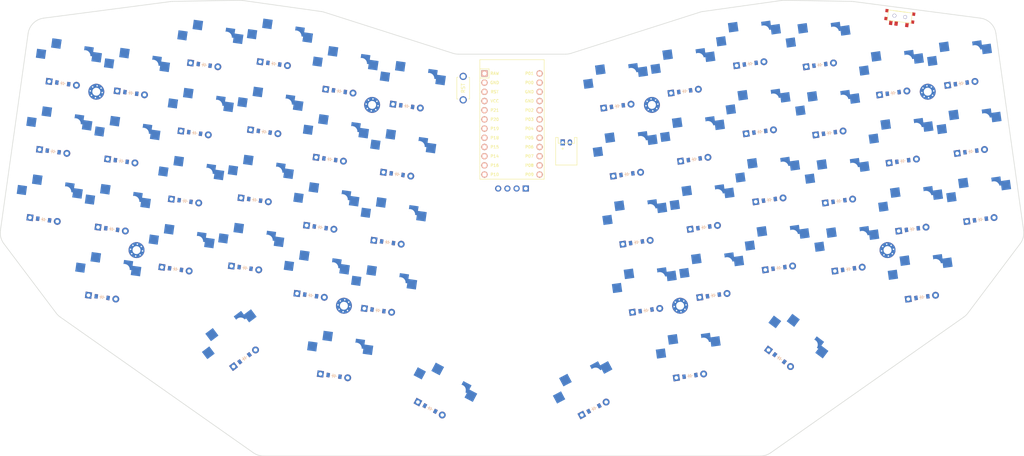
<source format=kicad_pcb>
(kicad_pcb (version 20171130) (host pcbnew 5.1.6)
  (title_block (title "shockboard") (rev "v1.0.0") (company "Unknown"))
  (layers (0 F.Cu signal) (31 B.Cu signal) (34 B.Paste user) (35 F.Paste user) (36 B.SilkS user) (37 F.SilkS user) (38 B.Mask user) (39 F.Mask user) (44 Edge.Cuts user))
  (net 0 "")
  (net 1 "P14")
  (net 2 "outer_home")
  (net 3 "outer_top")
  (net 4 "outer_num")
  (net 5 "P16")
  (net 6 "pinky_bottom")
  (net 7 "pinky_home")
  (net 8 "pinky_top")
  (net 9 "pinky_num")
  (net 10 "P10")
  (net 11 "ring_bottom")
  (net 12 "ring_home")
  (net 13 "ring_top")
  (net 14 "ring_num")
  (net 15 "P7")
  (net 16 "middle_bottom")
  (net 17 "middle_home")
  (net 18 "middle_top")
  (net 19 "middle_num")
  (net 20 "P8")
  (net 21 "index_bottom")
  (net 22 "index_home")
  (net 23 "index_top")
  (net 24 "index_num")
  (net 25 "P9")
  (net 26 "inner_bottom")
  (net 27 "inner_home")
  (net 28 "inner_top")
  (net 29 "inner_num")
  (net 30 "outer_thumb")
  (net 31 "middle_thumb")
  (net 32 "inner_thumb")
  (net 33 "mirror_outer_home")
  (net 34 "mirror_outer_top")
  (net 35 "mirror_outer_num")
  (net 36 "mirror_pinky_bottom")
  (net 37 "mirror_pinky_home")
  (net 38 "mirror_pinky_top")
  (net 39 "mirror_pinky_num")
  (net 40 "mirror_ring_bottom")
  (net 41 "mirror_ring_home")
  (net 42 "mirror_ring_top")
  (net 43 "mirror_ring_num")
  (net 44 "mirror_middle_bottom")
  (net 45 "mirror_middle_home")
  (net 46 "mirror_middle_top")
  (net 47 "mirror_middle_num")
  (net 48 "mirror_index_bottom")
  (net 49 "mirror_index_home")
  (net 50 "mirror_index_top")
  (net 51 "mirror_index_num")
  (net 52 "mirror_inner_bottom")
  (net 53 "mirror_inner_home")
  (net 54 "mirror_inner_top")
  (net 55 "mirror_inner_num")
  (net 56 "mirror_outer_thumb")
  (net 57 "mirror_middle_thumb")
  (net 58 "mirror_inner_thumb")
  (net 59 "P20")
  (net 60 "P19")
  (net 61 "P18")
  (net 62 "P21")
  (net 63 "P15")
  (net 64 "P0")
  (net 65 "P4")
  (net 66 "P5")
  (net 67 "P1")
  (net 68 "P6")
  (net 69 "RAW")
  (net 70 "GND")
  (net 71 "RST")
  (net 72 "VCC")
  (net 73 "P2")
  (net 74 "P3")
  (net 75 "B+")
  (module MX (layer F.Cu) (at 83.5785927 123.8370657 -8)
    (fp_text reference "S1" hide)
    (fp_text value "" hide)
    (pad "" np_thru_hole circle (at 0 0) (size 3.9878 3.9878) (drill 3.9878) (layers *.Cu *.Mask))
    (pad "" np_thru_hole circle (at 5.08 0) (size 1.7018 1.7018) (drill 1.7018) (layers *.Cu *.Mask))
    (pad "" np_thru_hole circle (at -5.08 0) (size 1.7018 1.7018) (drill 1.7018) (layers *.Cu *.Mask))
    (pad "" np_thru_hole circle (at 2.54 -5.08) (size 3 3) (drill 3) (layers *.Cu *.Mask))
    (pad "" np_thru_hole circle (at -3.81 -2.54) (size 3 3) (drill 3) (layers *.Cu *.Mask))
    (pad 1 smd rect (at -7.085 -2.54 -8) (size 2.55 2.5) (layers B.Cu B.Paste B.Mask) (net 1 "P14"))
    (pad 2 smd rect (at 5.842 -5.08 -8) (size 2.55 2.5) (layers B.Cu B.Paste B.Mask) (net 2 "outer_home"))
  )
  (module MX (layer F.Cu) (at 86.2228816 105.0219724 -8)
    (fp_text reference "S2" hide)
    (fp_text value "" hide)
    (pad "" np_thru_hole circle (at 0 0) (size 3.9878 3.9878) (drill 3.9878) (layers *.Cu *.Mask))
    (pad "" np_thru_hole circle (at 5.08 0) (size 1.7018 1.7018) (drill 1.7018) (layers *.Cu *.Mask))
    (pad "" np_thru_hole circle (at -5.08 0) (size 1.7018 1.7018) (drill 1.7018) (layers *.Cu *.Mask))
    (pad "" np_thru_hole circle (at 2.54 -5.08) (size 3 3) (drill 3) (layers *.Cu *.Mask))
    (pad "" np_thru_hole circle (at -3.81 -2.54) (size 3 3) (drill 3) (layers *.Cu *.Mask))
    (pad 1 smd rect (at -7.085 -2.54 -8) (size 2.55 2.5) (layers B.Cu B.Paste B.Mask) (net 1 "P14"))
    (pad 2 smd rect (at 5.842 -5.08 -8) (size 2.55 2.5) (layers B.Cu B.Paste B.Mask) (net 3 "outer_top"))
  )
  (module MX (layer F.Cu) (at 88.8671705 86.2068791 -8)
    (fp_text reference "S3" hide)
    (fp_text value "" hide)
    (pad "" np_thru_hole circle (at 0 0) (size 3.9878 3.9878) (drill 3.9878) (layers *.Cu *.Mask))
    (pad "" np_thru_hole circle (at 5.08 0) (size 1.7018 1.7018) (drill 1.7018) (layers *.Cu *.Mask))
    (pad "" np_thru_hole circle (at -5.08 0) (size 1.7018 1.7018) (drill 1.7018) (layers *.Cu *.Mask))
    (pad "" np_thru_hole circle (at 2.54 -5.08) (size 3 3) (drill 3) (layers *.Cu *.Mask))
    (pad "" np_thru_hole circle (at -3.81 -2.54) (size 3 3) (drill 3) (layers *.Cu *.Mask))
    (pad 1 smd rect (at -7.085 -2.54 -8) (size 2.55 2.5) (layers B.Cu B.Paste B.Mask) (net 1 "P14"))
    (pad 2 smd rect (at 5.842 -5.08 -8) (size 2.55 2.5) (layers B.Cu B.Paste B.Mask) (net 4 "outer_num"))
  )
  (module MX (layer F.Cu) (at 99.7493971 145.296448 -8)
    (fp_text reference "S4" hide)
    (fp_text value "" hide)
    (pad "" np_thru_hole circle (at 0 0) (size 3.9878 3.9878) (drill 3.9878) (layers *.Cu *.Mask))
    (pad "" np_thru_hole circle (at 5.08 0) (size 1.7018 1.7018) (drill 1.7018) (layers *.Cu *.Mask))
    (pad "" np_thru_hole circle (at -5.08 0) (size 1.7018 1.7018) (drill 1.7018) (layers *.Cu *.Mask))
    (pad "" np_thru_hole circle (at 2.54 -5.08) (size 3 3) (drill 3) (layers *.Cu *.Mask))
    (pad "" np_thru_hole circle (at -3.81 -2.54) (size 3 3) (drill 3) (layers *.Cu *.Mask))
    (pad 1 smd rect (at -7.085 -2.54 -8) (size 2.55 2.5) (layers B.Cu B.Paste B.Mask) (net 5 "P16"))
    (pad 2 smd rect (at 5.842 -5.08 -8) (size 2.55 2.5) (layers B.Cu B.Paste B.Mask) (net 6 "pinky_bottom"))
  )
  (module MX (layer F.Cu) (at 102.393686 126.4813546 -8)
    (fp_text reference "S5" hide)
    (fp_text value "" hide)
    (pad "" np_thru_hole circle (at 0 0) (size 3.9878 3.9878) (drill 3.9878) (layers *.Cu *.Mask))
    (pad "" np_thru_hole circle (at 5.08 0) (size 1.7018 1.7018) (drill 1.7018) (layers *.Cu *.Mask))
    (pad "" np_thru_hole circle (at -5.08 0) (size 1.7018 1.7018) (drill 1.7018) (layers *.Cu *.Mask))
    (pad "" np_thru_hole circle (at 2.54 -5.08) (size 3 3) (drill 3) (layers *.Cu *.Mask))
    (pad "" np_thru_hole circle (at -3.81 -2.54) (size 3 3) (drill 3) (layers *.Cu *.Mask))
    (pad 1 smd rect (at -7.085 -2.54 -8) (size 2.55 2.5) (layers B.Cu B.Paste B.Mask) (net 5 "P16"))
    (pad 2 smd rect (at 5.842 -5.08 -8) (size 2.55 2.5) (layers B.Cu B.Paste B.Mask) (net 7 "pinky_home"))
  )
  (module MX (layer F.Cu) (at 105.0379749 107.6662613 -8)
    (fp_text reference "S6" hide)
    (fp_text value "" hide)
    (pad "" np_thru_hole circle (at 0 0) (size 3.9878 3.9878) (drill 3.9878) (layers *.Cu *.Mask))
    (pad "" np_thru_hole circle (at 5.08 0) (size 1.7018 1.7018) (drill 1.7018) (layers *.Cu *.Mask))
    (pad "" np_thru_hole circle (at -5.08 0) (size 1.7018 1.7018) (drill 1.7018) (layers *.Cu *.Mask))
    (pad "" np_thru_hole circle (at 2.54 -5.08) (size 3 3) (drill 3) (layers *.Cu *.Mask))
    (pad "" np_thru_hole circle (at -3.81 -2.54) (size 3 3) (drill 3) (layers *.Cu *.Mask))
    (pad 1 smd rect (at -7.085 -2.54 -8) (size 2.55 2.5) (layers B.Cu B.Paste B.Mask) (net 5 "P16"))
    (pad 2 smd rect (at 5.842 -5.08 -8) (size 2.55 2.5) (layers B.Cu B.Paste B.Mask) (net 8 "pinky_top"))
  )
  (module MX (layer F.Cu) (at 107.6822638 88.851168 -8)
    (fp_text reference "S7" hide)
    (fp_text value "" hide)
    (pad "" np_thru_hole circle (at 0 0) (size 3.9878 3.9878) (drill 3.9878) (layers *.Cu *.Mask))
    (pad "" np_thru_hole circle (at 5.08 0) (size 1.7018 1.7018) (drill 1.7018) (layers *.Cu *.Mask))
    (pad "" np_thru_hole circle (at -5.08 0) (size 1.7018 1.7018) (drill 1.7018) (layers *.Cu *.Mask))
    (pad "" np_thru_hole circle (at 2.54 -5.08) (size 3 3) (drill 3) (layers *.Cu *.Mask))
    (pad "" np_thru_hole circle (at -3.81 -2.54) (size 3 3) (drill 3) (layers *.Cu *.Mask))
    (pad 1 smd rect (at -7.085 -2.54 -8) (size 2.55 2.5) (layers B.Cu B.Paste B.Mask) (net 5 "P16"))
    (pad 2 smd rect (at 5.842 -5.08 -8) (size 2.55 2.5) (layers B.Cu B.Paste B.Mask) (net 9 "pinky_num"))
  )
  (module MX (layer F.Cu) (at 120.0258079 137.5429221 -8)
    (fp_text reference "S8" hide)
    (fp_text value "" hide)
    (pad "" np_thru_hole circle (at 0 0) (size 3.9878 3.9878) (drill 3.9878) (layers *.Cu *.Mask))
    (pad "" np_thru_hole circle (at 5.08 0) (size 1.7018 1.7018) (drill 1.7018) (layers *.Cu *.Mask))
    (pad "" np_thru_hole circle (at -5.08 0) (size 1.7018 1.7018) (drill 1.7018) (layers *.Cu *.Mask))
    (pad "" np_thru_hole circle (at 2.54 -5.08) (size 3 3) (drill 3) (layers *.Cu *.Mask))
    (pad "" np_thru_hole circle (at -3.81 -2.54) (size 3 3) (drill 3) (layers *.Cu *.Mask))
    (pad 1 smd rect (at -7.085 -2.54 -8) (size 2.55 2.5) (layers B.Cu B.Paste B.Mask) (net 10 "P10"))
    (pad 2 smd rect (at 5.842 -5.08 -8) (size 2.55 2.5) (layers B.Cu B.Paste B.Mask) (net 11 "ring_bottom"))
  )
  (module MX (layer F.Cu) (at 122.6700968 118.7278288 -8)
    (fp_text reference "S9" hide)
    (fp_text value "" hide)
    (pad "" np_thru_hole circle (at 0 0) (size 3.9878 3.9878) (drill 3.9878) (layers *.Cu *.Mask))
    (pad "" np_thru_hole circle (at 5.08 0) (size 1.7018 1.7018) (drill 1.7018) (layers *.Cu *.Mask))
    (pad "" np_thru_hole circle (at -5.08 0) (size 1.7018 1.7018) (drill 1.7018) (layers *.Cu *.Mask))
    (pad "" np_thru_hole circle (at 2.54 -5.08) (size 3 3) (drill 3) (layers *.Cu *.Mask))
    (pad "" np_thru_hole circle (at -3.81 -2.54) (size 3 3) (drill 3) (layers *.Cu *.Mask))
    (pad 1 smd rect (at -7.085 -2.54 -8) (size 2.55 2.5) (layers B.Cu B.Paste B.Mask) (net 10 "P10"))
    (pad 2 smd rect (at 5.842 -5.08 -8) (size 2.55 2.5) (layers B.Cu B.Paste B.Mask) (net 12 "ring_home"))
  )
  (module MX (layer F.Cu) (at 125.3143858 99.9127355 -8)
    (fp_text reference "S10" hide)
    (fp_text value "" hide)
    (pad "" np_thru_hole circle (at 0 0) (size 3.9878 3.9878) (drill 3.9878) (layers *.Cu *.Mask))
    (pad "" np_thru_hole circle (at 5.08 0) (size 1.7018 1.7018) (drill 1.7018) (layers *.Cu *.Mask))
    (pad "" np_thru_hole circle (at -5.08 0) (size 1.7018 1.7018) (drill 1.7018) (layers *.Cu *.Mask))
    (pad "" np_thru_hole circle (at 2.54 -5.08) (size 3 3) (drill 3) (layers *.Cu *.Mask))
    (pad "" np_thru_hole circle (at -3.81 -2.54) (size 3 3) (drill 3) (layers *.Cu *.Mask))
    (pad 1 smd rect (at -7.085 -2.54 -8) (size 2.55 2.5) (layers B.Cu B.Paste B.Mask) (net 10 "P10"))
    (pad 2 smd rect (at 5.842 -5.08 -8) (size 2.55 2.5) (layers B.Cu B.Paste B.Mask) (net 13 "ring_top"))
  )
  (module MX (layer F.Cu) (at 127.9586747 81.0976422 -8)
    (fp_text reference "S11" hide)
    (fp_text value "" hide)
    (pad "" np_thru_hole circle (at 0 0) (size 3.9878 3.9878) (drill 3.9878) (layers *.Cu *.Mask))
    (pad "" np_thru_hole circle (at 5.08 0) (size 1.7018 1.7018) (drill 1.7018) (layers *.Cu *.Mask))
    (pad "" np_thru_hole circle (at -5.08 0) (size 1.7018 1.7018) (drill 1.7018) (layers *.Cu *.Mask))
    (pad "" np_thru_hole circle (at 2.54 -5.08) (size 3 3) (drill 3) (layers *.Cu *.Mask))
    (pad "" np_thru_hole circle (at -3.81 -2.54) (size 3 3) (drill 3) (layers *.Cu *.Mask))
    (pad 1 smd rect (at -7.085 -2.54 -8) (size 2.55 2.5) (layers B.Cu B.Paste B.Mask) (net 10 "P10"))
    (pad 2 smd rect (at 5.842 -5.08 -8) (size 2.55 2.5) (layers B.Cu B.Paste B.Mask) (net 14 "ring_num"))
  )
  (module MX (layer F.Cu) (at 139.2584205 137.2164069 -8)
    (fp_text reference "S12" hide)
    (fp_text value "" hide)
    (pad "" np_thru_hole circle (at 0 0) (size 3.9878 3.9878) (drill 3.9878) (layers *.Cu *.Mask))
    (pad "" np_thru_hole circle (at 5.08 0) (size 1.7018 1.7018) (drill 1.7018) (layers *.Cu *.Mask))
    (pad "" np_thru_hole circle (at -5.08 0) (size 1.7018 1.7018) (drill 1.7018) (layers *.Cu *.Mask))
    (pad "" np_thru_hole circle (at 2.54 -5.08) (size 3 3) (drill 3) (layers *.Cu *.Mask))
    (pad "" np_thru_hole circle (at -3.81 -2.54) (size 3 3) (drill 3) (layers *.Cu *.Mask))
    (pad 1 smd rect (at -7.085 -2.54 -8) (size 2.55 2.5) (layers B.Cu B.Paste B.Mask) (net 15 "P7"))
    (pad 2 smd rect (at 5.842 -5.08 -8) (size 2.55 2.5) (layers B.Cu B.Paste B.Mask) (net 16 "middle_bottom"))
  )
  (module MX (layer F.Cu) (at 141.9027094 118.4013136 -8)
    (fp_text reference "S13" hide)
    (fp_text value "" hide)
    (pad "" np_thru_hole circle (at 0 0) (size 3.9878 3.9878) (drill 3.9878) (layers *.Cu *.Mask))
    (pad "" np_thru_hole circle (at 5.08 0) (size 1.7018 1.7018) (drill 1.7018) (layers *.Cu *.Mask))
    (pad "" np_thru_hole circle (at -5.08 0) (size 1.7018 1.7018) (drill 1.7018) (layers *.Cu *.Mask))
    (pad "" np_thru_hole circle (at 2.54 -5.08) (size 3 3) (drill 3) (layers *.Cu *.Mask))
    (pad "" np_thru_hole circle (at -3.81 -2.54) (size 3 3) (drill 3) (layers *.Cu *.Mask))
    (pad 1 smd rect (at -7.085 -2.54 -8) (size 2.55 2.5) (layers B.Cu B.Paste B.Mask) (net 15 "P7"))
    (pad 2 smd rect (at 5.842 -5.08 -8) (size 2.55 2.5) (layers B.Cu B.Paste B.Mask) (net 17 "middle_home"))
  )
  (module MX (layer F.Cu) (at 144.5469984 99.5862202 -8)
    (fp_text reference "S14" hide)
    (fp_text value "" hide)
    (pad "" np_thru_hole circle (at 0 0) (size 3.9878 3.9878) (drill 3.9878) (layers *.Cu *.Mask))
    (pad "" np_thru_hole circle (at 5.08 0) (size 1.7018 1.7018) (drill 1.7018) (layers *.Cu *.Mask))
    (pad "" np_thru_hole circle (at -5.08 0) (size 1.7018 1.7018) (drill 1.7018) (layers *.Cu *.Mask))
    (pad "" np_thru_hole circle (at 2.54 -5.08) (size 3 3) (drill 3) (layers *.Cu *.Mask))
    (pad "" np_thru_hole circle (at -3.81 -2.54) (size 3 3) (drill 3) (layers *.Cu *.Mask))
    (pad 1 smd rect (at -7.085 -2.54 -8) (size 2.55 2.5) (layers B.Cu B.Paste B.Mask) (net 15 "P7"))
    (pad 2 smd rect (at 5.842 -5.08 -8) (size 2.55 2.5) (layers B.Cu B.Paste B.Mask) (net 18 "middle_top"))
  )
  (module MX (layer F.Cu) (at 147.1912873 80.7711269 -8)
    (fp_text reference "S15" hide)
    (fp_text value "" hide)
    (pad "" np_thru_hole circle (at 0 0) (size 3.9878 3.9878) (drill 3.9878) (layers *.Cu *.Mask))
    (pad "" np_thru_hole circle (at 5.08 0) (size 1.7018 1.7018) (drill 1.7018) (layers *.Cu *.Mask))
    (pad "" np_thru_hole circle (at -5.08 0) (size 1.7018 1.7018) (drill 1.7018) (layers *.Cu *.Mask))
    (pad "" np_thru_hole circle (at 2.54 -5.08) (size 3 3) (drill 3) (layers *.Cu *.Mask))
    (pad "" np_thru_hole circle (at -3.81 -2.54) (size 3 3) (drill 3) (layers *.Cu *.Mask))
    (pad 1 smd rect (at -7.085 -2.54 -8) (size 2.55 2.5) (layers B.Cu B.Paste B.Mask) (net 15 "P7"))
    (pad 2 smd rect (at 5.842 -5.08 -8) (size 2.55 2.5) (layers B.Cu B.Paste B.Mask) (net 19 "middle_num"))
  )
  (module MX (layer F.Cu) (at 157.3776483 144.8120361 -8)
    (fp_text reference "S16" hide)
    (fp_text value "" hide)
    (pad "" np_thru_hole circle (at 0 0) (size 3.9878 3.9878) (drill 3.9878) (layers *.Cu *.Mask))
    (pad "" np_thru_hole circle (at 5.08 0) (size 1.7018 1.7018) (drill 1.7018) (layers *.Cu *.Mask))
    (pad "" np_thru_hole circle (at -5.08 0) (size 1.7018 1.7018) (drill 1.7018) (layers *.Cu *.Mask))
    (pad "" np_thru_hole circle (at 2.54 -5.08) (size 3 3) (drill 3) (layers *.Cu *.Mask))
    (pad "" np_thru_hole circle (at -3.81 -2.54) (size 3 3) (drill 3) (layers *.Cu *.Mask))
    (pad 1 smd rect (at -7.085 -2.54 -8) (size 2.55 2.5) (layers B.Cu B.Paste B.Mask) (net 20 "P8"))
    (pad 2 smd rect (at 5.842 -5.08 -8) (size 2.55 2.5) (layers B.Cu B.Paste B.Mask) (net 21 "index_bottom"))
  )
  (module MX (layer F.Cu) (at 160.0219373 125.9969428 -8)
    (fp_text reference "S17" hide)
    (fp_text value "" hide)
    (pad "" np_thru_hole circle (at 0 0) (size 3.9878 3.9878) (drill 3.9878) (layers *.Cu *.Mask))
    (pad "" np_thru_hole circle (at 5.08 0) (size 1.7018 1.7018) (drill 1.7018) (layers *.Cu *.Mask))
    (pad "" np_thru_hole circle (at -5.08 0) (size 1.7018 1.7018) (drill 1.7018) (layers *.Cu *.Mask))
    (pad "" np_thru_hole circle (at 2.54 -5.08) (size 3 3) (drill 3) (layers *.Cu *.Mask))
    (pad "" np_thru_hole circle (at -3.81 -2.54) (size 3 3) (drill 3) (layers *.Cu *.Mask))
    (pad 1 smd rect (at -7.085 -2.54 -8) (size 2.55 2.5) (layers B.Cu B.Paste B.Mask) (net 20 "P8"))
    (pad 2 smd rect (at 5.842 -5.08 -8) (size 2.55 2.5) (layers B.Cu B.Paste B.Mask) (net 22 "index_home"))
  )
  (module MX (layer F.Cu) (at 162.6662262 107.1818495 -8)
    (fp_text reference "S18" hide)
    (fp_text value "" hide)
    (pad "" np_thru_hole circle (at 0 0) (size 3.9878 3.9878) (drill 3.9878) (layers *.Cu *.Mask))
    (pad "" np_thru_hole circle (at 5.08 0) (size 1.7018 1.7018) (drill 1.7018) (layers *.Cu *.Mask))
    (pad "" np_thru_hole circle (at -5.08 0) (size 1.7018 1.7018) (drill 1.7018) (layers *.Cu *.Mask))
    (pad "" np_thru_hole circle (at 2.54 -5.08) (size 3 3) (drill 3) (layers *.Cu *.Mask))
    (pad "" np_thru_hole circle (at -3.81 -2.54) (size 3 3) (drill 3) (layers *.Cu *.Mask))
    (pad 1 smd rect (at -7.085 -2.54 -8) (size 2.55 2.5) (layers B.Cu B.Paste B.Mask) (net 20 "P8"))
    (pad 2 smd rect (at 5.842 -5.08 -8) (size 2.55 2.5) (layers B.Cu B.Paste B.Mask) (net 23 "index_top"))
  )
  (module MX (layer F.Cu) (at 165.3105151 88.3667562 -8)
    (fp_text reference "S19" hide)
    (fp_text value "" hide)
    (pad "" np_thru_hole circle (at 0 0) (size 3.9878 3.9878) (drill 3.9878) (layers *.Cu *.Mask))
    (pad "" np_thru_hole circle (at 5.08 0) (size 1.7018 1.7018) (drill 1.7018) (layers *.Cu *.Mask))
    (pad "" np_thru_hole circle (at -5.08 0) (size 1.7018 1.7018) (drill 1.7018) (layers *.Cu *.Mask))
    (pad "" np_thru_hole circle (at 2.54 -5.08) (size 3 3) (drill 3) (layers *.Cu *.Mask))
    (pad "" np_thru_hole circle (at -3.81 -2.54) (size 3 3) (drill 3) (layers *.Cu *.Mask))
    (pad 1 smd rect (at -7.085 -2.54 -8) (size 2.55 2.5) (layers B.Cu B.Paste B.Mask) (net 20 "P8"))
    (pad 2 smd rect (at 5.842 -5.08 -8) (size 2.55 2.5) (layers B.Cu B.Paste B.Mask) (net 24 "index_num"))
  )
  (module MX (layer F.Cu) (at 175.983982 148.9417271 -8)
    (fp_text reference "S20" hide)
    (fp_text value "" hide)
    (pad "" np_thru_hole circle (at 0 0) (size 3.9878 3.9878) (drill 3.9878) (layers *.Cu *.Mask))
    (pad "" np_thru_hole circle (at 5.08 0) (size 1.7018 1.7018) (drill 1.7018) (layers *.Cu *.Mask))
    (pad "" np_thru_hole circle (at -5.08 0) (size 1.7018 1.7018) (drill 1.7018) (layers *.Cu *.Mask))
    (pad "" np_thru_hole circle (at 2.54 -5.08) (size 3 3) (drill 3) (layers *.Cu *.Mask))
    (pad "" np_thru_hole circle (at -3.81 -2.54) (size 3 3) (drill 3) (layers *.Cu *.Mask))
    (pad 1 smd rect (at -7.085 -2.54 -8) (size 2.55 2.5) (layers B.Cu B.Paste B.Mask) (net 25 "P9"))
    (pad 2 smd rect (at 5.842 -5.08 -8) (size 2.55 2.5) (layers B.Cu B.Paste B.Mask) (net 26 "inner_bottom"))
  )
  (module MX (layer F.Cu) (at 178.6282709 130.1266338 -8)
    (fp_text reference "S21" hide)
    (fp_text value "" hide)
    (pad "" np_thru_hole circle (at 0 0) (size 3.9878 3.9878) (drill 3.9878) (layers *.Cu *.Mask))
    (pad "" np_thru_hole circle (at 5.08 0) (size 1.7018 1.7018) (drill 1.7018) (layers *.Cu *.Mask))
    (pad "" np_thru_hole circle (at -5.08 0) (size 1.7018 1.7018) (drill 1.7018) (layers *.Cu *.Mask))
    (pad "" np_thru_hole circle (at 2.54 -5.08) (size 3 3) (drill 3) (layers *.Cu *.Mask))
    (pad "" np_thru_hole circle (at -3.81 -2.54) (size 3 3) (drill 3) (layers *.Cu *.Mask))
    (pad 1 smd rect (at -7.085 -2.54 -8) (size 2.55 2.5) (layers B.Cu B.Paste B.Mask) (net 25 "P9"))
    (pad 2 smd rect (at 5.842 -5.08 -8) (size 2.55 2.5) (layers B.Cu B.Paste B.Mask) (net 27 "inner_home"))
  )
  (module MX (layer F.Cu) (at 181.2725598 111.3115405 -8)
    (fp_text reference "S22" hide)
    (fp_text value "" hide)
    (pad "" np_thru_hole circle (at 0 0) (size 3.9878 3.9878) (drill 3.9878) (layers *.Cu *.Mask))
    (pad "" np_thru_hole circle (at 5.08 0) (size 1.7018 1.7018) (drill 1.7018) (layers *.Cu *.Mask))
    (pad "" np_thru_hole circle (at -5.08 0) (size 1.7018 1.7018) (drill 1.7018) (layers *.Cu *.Mask))
    (pad "" np_thru_hole circle (at 2.54 -5.08) (size 3 3) (drill 3) (layers *.Cu *.Mask))
    (pad "" np_thru_hole circle (at -3.81 -2.54) (size 3 3) (drill 3) (layers *.Cu *.Mask))
    (pad 1 smd rect (at -7.085 -2.54 -8) (size 2.55 2.5) (layers B.Cu B.Paste B.Mask) (net 25 "P9"))
    (pad 2 smd rect (at 5.842 -5.08 -8) (size 2.55 2.5) (layers B.Cu B.Paste B.Mask) (net 28 "inner_top"))
  )
  (module MX (layer F.Cu) (at 183.9168487 92.4964472 -8)
    (fp_text reference "S23" hide)
    (fp_text value "" hide)
    (pad "" np_thru_hole circle (at 0 0) (size 3.9878 3.9878) (drill 3.9878) (layers *.Cu *.Mask))
    (pad "" np_thru_hole circle (at 5.08 0) (size 1.7018 1.7018) (drill 1.7018) (layers *.Cu *.Mask))
    (pad "" np_thru_hole circle (at -5.08 0) (size 1.7018 1.7018) (drill 1.7018) (layers *.Cu *.Mask))
    (pad "" np_thru_hole circle (at 2.54 -5.08) (size 3 3) (drill 3) (layers *.Cu *.Mask))
    (pad "" np_thru_hole circle (at -3.81 -2.54) (size 3 3) (drill 3) (layers *.Cu *.Mask))
    (pad 1 smd rect (at -7.085 -2.54 -8) (size 2.55 2.5) (layers B.Cu B.Paste B.Mask) (net 25 "P9"))
    (pad 2 smd rect (at 5.842 -5.08 -8) (size 2.55 2.5) (layers B.Cu B.Paste B.Mask) (net 29 "inner_num"))
  )
  (module MX (layer F.Cu) (at 135.6225233 163.0871602 37)
    (fp_text reference "S24" hide)
    (fp_text value "" hide)
    (pad "" np_thru_hole circle (at 0 0) (size 3.9878 3.9878) (drill 3.9878) (layers *.Cu *.Mask))
    (pad "" np_thru_hole circle (at 5.08 0) (size 1.7018 1.7018) (drill 1.7018) (layers *.Cu *.Mask))
    (pad "" np_thru_hole circle (at -5.08 0) (size 1.7018 1.7018) (drill 1.7018) (layers *.Cu *.Mask))
    (pad "" np_thru_hole circle (at 2.54 -5.08) (size 3 3) (drill 3) (layers *.Cu *.Mask))
    (pad "" np_thru_hole circle (at -3.81 -2.54) (size 3 3) (drill 3) (layers *.Cu *.Mask))
    (pad 1 smd rect (at -7.085 -2.54 37) (size 2.55 2.5) (layers B.Cu B.Paste B.Mask) (net 15 "P7"))
    (pad 2 smd rect (at 5.842 -5.08 37) (size 2.55 2.5) (layers B.Cu B.Paste B.Mask) (net 30 "outer_thumb"))
  )
  (module MX (layer F.Cu) (at 163.8451632 167.0535935 -8)
    (fp_text reference "S25" hide)
    (fp_text value "" hide)
    (pad "" np_thru_hole circle (at 0 0) (size 3.9878 3.9878) (drill 3.9878) (layers *.Cu *.Mask))
    (pad "" np_thru_hole circle (at 5.08 0) (size 1.7018 1.7018) (drill 1.7018) (layers *.Cu *.Mask))
    (pad "" np_thru_hole circle (at -5.08 0) (size 1.7018 1.7018) (drill 1.7018) (layers *.Cu *.Mask))
    (pad "" np_thru_hole circle (at 2.54 -5.08) (size 3 3) (drill 3) (layers *.Cu *.Mask))
    (pad "" np_thru_hole circle (at -3.81 -2.54) (size 3 3) (drill 3) (layers *.Cu *.Mask))
    (pad 1 smd rect (at -7.085 -2.54 -8) (size 2.55 2.5) (layers B.Cu B.Paste B.Mask) (net 20 "P8"))
    (pad 2 smd rect (at 5.842 -5.08 -8) (size 2.55 2.5) (layers B.Cu B.Paste B.Mask) (net 31 "middle_thumb"))
  )
  (module MX (layer F.Cu) (at 191.9349472 176.5844461 -28)
    (fp_text reference "S26" hide)
    (fp_text value "" hide)
    (pad "" np_thru_hole circle (at 0 0) (size 3.9878 3.9878) (drill 3.9878) (layers *.Cu *.Mask))
    (pad "" np_thru_hole circle (at 5.08 0) (size 1.7018 1.7018) (drill 1.7018) (layers *.Cu *.Mask))
    (pad "" np_thru_hole circle (at -5.08 0) (size 1.7018 1.7018) (drill 1.7018) (layers *.Cu *.Mask))
    (pad "" np_thru_hole circle (at 2.54 -5.08) (size 3 3) (drill 3) (layers *.Cu *.Mask))
    (pad "" np_thru_hole circle (at -3.81 -2.54) (size 3 3) (drill 3) (layers *.Cu *.Mask))
    (pad 1 smd rect (at -7.085 -2.54 -28) (size 2.55 2.5) (layers B.Cu B.Paste B.Mask) (net 25 "P9"))
    (pad 2 smd rect (at 5.842 -5.08 -28) (size 2.55 2.5) (layers B.Cu B.Paste B.Mask) (net 32 "inner_thumb"))
  )
  (module MX (layer F.Cu) (at 341.1779491 123.8370657 8)
    (fp_text reference "S27" hide)
    (fp_text value "" hide)
    (pad "" np_thru_hole circle (at 0 0) (size 3.9878 3.9878) (drill 3.9878) (layers *.Cu *.Mask))
    (pad "" np_thru_hole circle (at 5.08 0) (size 1.7018 1.7018) (drill 1.7018) (layers *.Cu *.Mask))
    (pad "" np_thru_hole circle (at -5.08 0) (size 1.7018 1.7018) (drill 1.7018) (layers *.Cu *.Mask))
    (pad "" np_thru_hole circle (at 2.54 -5.08) (size 3 3) (drill 3) (layers *.Cu *.Mask))
    (pad "" np_thru_hole circle (at -3.81 -2.54) (size 3 3) (drill 3) (layers *.Cu *.Mask))
    (pad 1 smd rect (at -7.085 -2.54 8) (size 2.55 2.5) (layers B.Cu B.Paste B.Mask) (net 1 "P14"))
    (pad 2 smd rect (at 5.842 -5.08 8) (size 2.55 2.5) (layers B.Cu B.Paste B.Mask) (net 33 "mirror_outer_home"))
  )
  (module MX (layer F.Cu) (at 338.5336602 105.0219724 8)
    (fp_text reference "S28" hide)
    (fp_text value "" hide)
    (pad "" np_thru_hole circle (at 0 0) (size 3.9878 3.9878) (drill 3.9878) (layers *.Cu *.Mask))
    (pad "" np_thru_hole circle (at 5.08 0) (size 1.7018 1.7018) (drill 1.7018) (layers *.Cu *.Mask))
    (pad "" np_thru_hole circle (at -5.08 0) (size 1.7018 1.7018) (drill 1.7018) (layers *.Cu *.Mask))
    (pad "" np_thru_hole circle (at 2.54 -5.08) (size 3 3) (drill 3) (layers *.Cu *.Mask))
    (pad "" np_thru_hole circle (at -3.81 -2.54) (size 3 3) (drill 3) (layers *.Cu *.Mask))
    (pad 1 smd rect (at -7.085 -2.54 8) (size 2.55 2.5) (layers B.Cu B.Paste B.Mask) (net 1 "P14"))
    (pad 2 smd rect (at 5.842 -5.08 8) (size 2.55 2.5) (layers B.Cu B.Paste B.Mask) (net 34 "mirror_outer_top"))
  )
  (module MX (layer F.Cu) (at 335.8893713 86.2068791 8)
    (fp_text reference "S29" hide)
    (fp_text value "" hide)
    (pad "" np_thru_hole circle (at 0 0) (size 3.9878 3.9878) (drill 3.9878) (layers *.Cu *.Mask))
    (pad "" np_thru_hole circle (at 5.08 0) (size 1.7018 1.7018) (drill 1.7018) (layers *.Cu *.Mask))
    (pad "" np_thru_hole circle (at -5.08 0) (size 1.7018 1.7018) (drill 1.7018) (layers *.Cu *.Mask))
    (pad "" np_thru_hole circle (at 2.54 -5.08) (size 3 3) (drill 3) (layers *.Cu *.Mask))
    (pad "" np_thru_hole circle (at -3.81 -2.54) (size 3 3) (drill 3) (layers *.Cu *.Mask))
    (pad 1 smd rect (at -7.085 -2.54 8) (size 2.55 2.5) (layers B.Cu B.Paste B.Mask) (net 1 "P14"))
    (pad 2 smd rect (at 5.842 -5.08 8) (size 2.55 2.5) (layers B.Cu B.Paste B.Mask) (net 35 "mirror_outer_num"))
  )
  (module MX (layer F.Cu) (at 325.00714469999997 145.296448 8)
    (fp_text reference "S30" hide)
    (fp_text value "" hide)
    (pad "" np_thru_hole circle (at 0 0) (size 3.9878 3.9878) (drill 3.9878) (layers *.Cu *.Mask))
    (pad "" np_thru_hole circle (at 5.08 0) (size 1.7018 1.7018) (drill 1.7018) (layers *.Cu *.Mask))
    (pad "" np_thru_hole circle (at -5.08 0) (size 1.7018 1.7018) (drill 1.7018) (layers *.Cu *.Mask))
    (pad "" np_thru_hole circle (at 2.54 -5.08) (size 3 3) (drill 3) (layers *.Cu *.Mask))
    (pad "" np_thru_hole circle (at -3.81 -2.54) (size 3 3) (drill 3) (layers *.Cu *.Mask))
    (pad 1 smd rect (at -7.085 -2.54 8) (size 2.55 2.5) (layers B.Cu B.Paste B.Mask) (net 5 "P16"))
    (pad 2 smd rect (at 5.842 -5.08 8) (size 2.55 2.5) (layers B.Cu B.Paste B.Mask) (net 36 "mirror_pinky_bottom"))
  )
  (module MX (layer F.Cu) (at 322.3628558 126.4813546 8)
    (fp_text reference "S31" hide)
    (fp_text value "" hide)
    (pad "" np_thru_hole circle (at 0 0) (size 3.9878 3.9878) (drill 3.9878) (layers *.Cu *.Mask))
    (pad "" np_thru_hole circle (at 5.08 0) (size 1.7018 1.7018) (drill 1.7018) (layers *.Cu *.Mask))
    (pad "" np_thru_hole circle (at -5.08 0) (size 1.7018 1.7018) (drill 1.7018) (layers *.Cu *.Mask))
    (pad "" np_thru_hole circle (at 2.54 -5.08) (size 3 3) (drill 3) (layers *.Cu *.Mask))
    (pad "" np_thru_hole circle (at -3.81 -2.54) (size 3 3) (drill 3) (layers *.Cu *.Mask))
    (pad 1 smd rect (at -7.085 -2.54 8) (size 2.55 2.5) (layers B.Cu B.Paste B.Mask) (net 5 "P16"))
    (pad 2 smd rect (at 5.842 -5.08 8) (size 2.55 2.5) (layers B.Cu B.Paste B.Mask) (net 37 "mirror_pinky_home"))
  )
  (module MX (layer F.Cu) (at 319.7185669 107.6662613 8)
    (fp_text reference "S32" hide)
    (fp_text value "" hide)
    (pad "" np_thru_hole circle (at 0 0) (size 3.9878 3.9878) (drill 3.9878) (layers *.Cu *.Mask))
    (pad "" np_thru_hole circle (at 5.08 0) (size 1.7018 1.7018) (drill 1.7018) (layers *.Cu *.Mask))
    (pad "" np_thru_hole circle (at -5.08 0) (size 1.7018 1.7018) (drill 1.7018) (layers *.Cu *.Mask))
    (pad "" np_thru_hole circle (at 2.54 -5.08) (size 3 3) (drill 3) (layers *.Cu *.Mask))
    (pad "" np_thru_hole circle (at -3.81 -2.54) (size 3 3) (drill 3) (layers *.Cu *.Mask))
    (pad 1 smd rect (at -7.085 -2.54 8) (size 2.55 2.5) (layers B.Cu B.Paste B.Mask) (net 5 "P16"))
    (pad 2 smd rect (at 5.842 -5.08 8) (size 2.55 2.5) (layers B.Cu B.Paste B.Mask) (net 38 "mirror_pinky_top"))
  )
  (module MX (layer F.Cu) (at 317.074278 88.851168 8)
    (fp_text reference "S33" hide)
    (fp_text value "" hide)
    (pad "" np_thru_hole circle (at 0 0) (size 3.9878 3.9878) (drill 3.9878) (layers *.Cu *.Mask))
    (pad "" np_thru_hole circle (at 5.08 0) (size 1.7018 1.7018) (drill 1.7018) (layers *.Cu *.Mask))
    (pad "" np_thru_hole circle (at -5.08 0) (size 1.7018 1.7018) (drill 1.7018) (layers *.Cu *.Mask))
    (pad "" np_thru_hole circle (at 2.54 -5.08) (size 3 3) (drill 3) (layers *.Cu *.Mask))
    (pad "" np_thru_hole circle (at -3.81 -2.54) (size 3 3) (drill 3) (layers *.Cu *.Mask))
    (pad 1 smd rect (at -7.085 -2.54 8) (size 2.55 2.5) (layers B.Cu B.Paste B.Mask) (net 5 "P16"))
    (pad 2 smd rect (at 5.842 -5.08 8) (size 2.55 2.5) (layers B.Cu B.Paste B.Mask) (net 39 "mirror_pinky_num"))
  )
  (module MX (layer F.Cu) (at 304.73073389999996 137.5429221 8)
    (fp_text reference "S34" hide)
    (fp_text value "" hide)
    (pad "" np_thru_hole circle (at 0 0) (size 3.9878 3.9878) (drill 3.9878) (layers *.Cu *.Mask))
    (pad "" np_thru_hole circle (at 5.08 0) (size 1.7018 1.7018) (drill 1.7018) (layers *.Cu *.Mask))
    (pad "" np_thru_hole circle (at -5.08 0) (size 1.7018 1.7018) (drill 1.7018) (layers *.Cu *.Mask))
    (pad "" np_thru_hole circle (at 2.54 -5.08) (size 3 3) (drill 3) (layers *.Cu *.Mask))
    (pad "" np_thru_hole circle (at -3.81 -2.54) (size 3 3) (drill 3) (layers *.Cu *.Mask))
    (pad 1 smd rect (at -7.085 -2.54 8) (size 2.55 2.5) (layers B.Cu B.Paste B.Mask) (net 10 "P10"))
    (pad 2 smd rect (at 5.842 -5.08 8) (size 2.55 2.5) (layers B.Cu B.Paste B.Mask) (net 40 "mirror_ring_bottom"))
  )
  (module MX (layer F.Cu) (at 302.08644499999997 118.7278288 8)
    (fp_text reference "S35" hide)
    (fp_text value "" hide)
    (pad "" np_thru_hole circle (at 0 0) (size 3.9878 3.9878) (drill 3.9878) (layers *.Cu *.Mask))
    (pad "" np_thru_hole circle (at 5.08 0) (size 1.7018 1.7018) (drill 1.7018) (layers *.Cu *.Mask))
    (pad "" np_thru_hole circle (at -5.08 0) (size 1.7018 1.7018) (drill 1.7018) (layers *.Cu *.Mask))
    (pad "" np_thru_hole circle (at 2.54 -5.08) (size 3 3) (drill 3) (layers *.Cu *.Mask))
    (pad "" np_thru_hole circle (at -3.81 -2.54) (size 3 3) (drill 3) (layers *.Cu *.Mask))
    (pad 1 smd rect (at -7.085 -2.54 8) (size 2.55 2.5) (layers B.Cu B.Paste B.Mask) (net 10 "P10"))
    (pad 2 smd rect (at 5.842 -5.08 8) (size 2.55 2.5) (layers B.Cu B.Paste B.Mask) (net 41 "mirror_ring_home"))
  )
  (module MX (layer F.Cu) (at 299.44215599999995 99.9127355 8)
    (fp_text reference "S36" hide)
    (fp_text value "" hide)
    (pad "" np_thru_hole circle (at 0 0) (size 3.9878 3.9878) (drill 3.9878) (layers *.Cu *.Mask))
    (pad "" np_thru_hole circle (at 5.08 0) (size 1.7018 1.7018) (drill 1.7018) (layers *.Cu *.Mask))
    (pad "" np_thru_hole circle (at -5.08 0) (size 1.7018 1.7018) (drill 1.7018) (layers *.Cu *.Mask))
    (pad "" np_thru_hole circle (at 2.54 -5.08) (size 3 3) (drill 3) (layers *.Cu *.Mask))
    (pad "" np_thru_hole circle (at -3.81 -2.54) (size 3 3) (drill 3) (layers *.Cu *.Mask))
    (pad 1 smd rect (at -7.085 -2.54 8) (size 2.55 2.5) (layers B.Cu B.Paste B.Mask) (net 10 "P10"))
    (pad 2 smd rect (at 5.842 -5.08 8) (size 2.55 2.5) (layers B.Cu B.Paste B.Mask) (net 42 "mirror_ring_top"))
  )
  (module MX (layer F.Cu) (at 296.79786709999996 81.0976422 8)
    (fp_text reference "S37" hide)
    (fp_text value "" hide)
    (pad "" np_thru_hole circle (at 0 0) (size 3.9878 3.9878) (drill 3.9878) (layers *.Cu *.Mask))
    (pad "" np_thru_hole circle (at 5.08 0) (size 1.7018 1.7018) (drill 1.7018) (layers *.Cu *.Mask))
    (pad "" np_thru_hole circle (at -5.08 0) (size 1.7018 1.7018) (drill 1.7018) (layers *.Cu *.Mask))
    (pad "" np_thru_hole circle (at 2.54 -5.08) (size 3 3) (drill 3) (layers *.Cu *.Mask))
    (pad "" np_thru_hole circle (at -3.81 -2.54) (size 3 3) (drill 3) (layers *.Cu *.Mask))
    (pad 1 smd rect (at -7.085 -2.54 8) (size 2.55 2.5) (layers B.Cu B.Paste B.Mask) (net 10 "P10"))
    (pad 2 smd rect (at 5.842 -5.08 8) (size 2.55 2.5) (layers B.Cu B.Paste B.Mask) (net 43 "mirror_ring_num"))
  )
  (module MX (layer F.Cu) (at 285.4981213 137.2164069 8)
    (fp_text reference "S38" hide)
    (fp_text value "" hide)
    (pad "" np_thru_hole circle (at 0 0) (size 3.9878 3.9878) (drill 3.9878) (layers *.Cu *.Mask))
    (pad "" np_thru_hole circle (at 5.08 0) (size 1.7018 1.7018) (drill 1.7018) (layers *.Cu *.Mask))
    (pad "" np_thru_hole circle (at -5.08 0) (size 1.7018 1.7018) (drill 1.7018) (layers *.Cu *.Mask))
    (pad "" np_thru_hole circle (at 2.54 -5.08) (size 3 3) (drill 3) (layers *.Cu *.Mask))
    (pad "" np_thru_hole circle (at -3.81 -2.54) (size 3 3) (drill 3) (layers *.Cu *.Mask))
    (pad 1 smd rect (at -7.085 -2.54 8) (size 2.55 2.5) (layers B.Cu B.Paste B.Mask) (net 15 "P7"))
    (pad 2 smd rect (at 5.842 -5.08 8) (size 2.55 2.5) (layers B.Cu B.Paste B.Mask) (net 44 "mirror_middle_bottom"))
  )
  (module MX (layer F.Cu) (at 282.8538324 118.4013136 8)
    (fp_text reference "S39" hide)
    (fp_text value "" hide)
    (pad "" np_thru_hole circle (at 0 0) (size 3.9878 3.9878) (drill 3.9878) (layers *.Cu *.Mask))
    (pad "" np_thru_hole circle (at 5.08 0) (size 1.7018 1.7018) (drill 1.7018) (layers *.Cu *.Mask))
    (pad "" np_thru_hole circle (at -5.08 0) (size 1.7018 1.7018) (drill 1.7018) (layers *.Cu *.Mask))
    (pad "" np_thru_hole circle (at 2.54 -5.08) (size 3 3) (drill 3) (layers *.Cu *.Mask))
    (pad "" np_thru_hole circle (at -3.81 -2.54) (size 3 3) (drill 3) (layers *.Cu *.Mask))
    (pad 1 smd rect (at -7.085 -2.54 8) (size 2.55 2.5) (layers B.Cu B.Paste B.Mask) (net 15 "P7"))
    (pad 2 smd rect (at 5.842 -5.08 8) (size 2.55 2.5) (layers B.Cu B.Paste B.Mask) (net 45 "mirror_middle_home"))
  )
  (module MX (layer F.Cu) (at 280.2095434 99.5862202 8)
    (fp_text reference "S40" hide)
    (fp_text value "" hide)
    (pad "" np_thru_hole circle (at 0 0) (size 3.9878 3.9878) (drill 3.9878) (layers *.Cu *.Mask))
    (pad "" np_thru_hole circle (at 5.08 0) (size 1.7018 1.7018) (drill 1.7018) (layers *.Cu *.Mask))
    (pad "" np_thru_hole circle (at -5.08 0) (size 1.7018 1.7018) (drill 1.7018) (layers *.Cu *.Mask))
    (pad "" np_thru_hole circle (at 2.54 -5.08) (size 3 3) (drill 3) (layers *.Cu *.Mask))
    (pad "" np_thru_hole circle (at -3.81 -2.54) (size 3 3) (drill 3) (layers *.Cu *.Mask))
    (pad 1 smd rect (at -7.085 -2.54 8) (size 2.55 2.5) (layers B.Cu B.Paste B.Mask) (net 15 "P7"))
    (pad 2 smd rect (at 5.842 -5.08 8) (size 2.55 2.5) (layers B.Cu B.Paste B.Mask) (net 46 "mirror_middle_top"))
  )
  (module MX (layer F.Cu) (at 277.5652545 80.7711269 8)
    (fp_text reference "S41" hide)
    (fp_text value "" hide)
    (pad "" np_thru_hole circle (at 0 0) (size 3.9878 3.9878) (drill 3.9878) (layers *.Cu *.Mask))
    (pad "" np_thru_hole circle (at 5.08 0) (size 1.7018 1.7018) (drill 1.7018) (layers *.Cu *.Mask))
    (pad "" np_thru_hole circle (at -5.08 0) (size 1.7018 1.7018) (drill 1.7018) (layers *.Cu *.Mask))
    (pad "" np_thru_hole circle (at 2.54 -5.08) (size 3 3) (drill 3) (layers *.Cu *.Mask))
    (pad "" np_thru_hole circle (at -3.81 -2.54) (size 3 3) (drill 3) (layers *.Cu *.Mask))
    (pad 1 smd rect (at -7.085 -2.54 8) (size 2.55 2.5) (layers B.Cu B.Paste B.Mask) (net 15 "P7"))
    (pad 2 smd rect (at 5.842 -5.08 8) (size 2.55 2.5) (layers B.Cu B.Paste B.Mask) (net 47 "mirror_middle_num"))
  )
  (module MX (layer F.Cu) (at 267.3788935 144.8120361 8)
    (fp_text reference "S42" hide)
    (fp_text value "" hide)
    (pad "" np_thru_hole circle (at 0 0) (size 3.9878 3.9878) (drill 3.9878) (layers *.Cu *.Mask))
    (pad "" np_thru_hole circle (at 5.08 0) (size 1.7018 1.7018) (drill 1.7018) (layers *.Cu *.Mask))
    (pad "" np_thru_hole circle (at -5.08 0) (size 1.7018 1.7018) (drill 1.7018) (layers *.Cu *.Mask))
    (pad "" np_thru_hole circle (at 2.54 -5.08) (size 3 3) (drill 3) (layers *.Cu *.Mask))
    (pad "" np_thru_hole circle (at -3.81 -2.54) (size 3 3) (drill 3) (layers *.Cu *.Mask))
    (pad 1 smd rect (at -7.085 -2.54 8) (size 2.55 2.5) (layers B.Cu B.Paste B.Mask) (net 20 "P8"))
    (pad 2 smd rect (at 5.842 -5.08 8) (size 2.55 2.5) (layers B.Cu B.Paste B.Mask) (net 48 "mirror_index_bottom"))
  )
  (module MX (layer F.Cu) (at 264.7346045 125.9969428 8)
    (fp_text reference "S43" hide)
    (fp_text value "" hide)
    (pad "" np_thru_hole circle (at 0 0) (size 3.9878 3.9878) (drill 3.9878) (layers *.Cu *.Mask))
    (pad "" np_thru_hole circle (at 5.08 0) (size 1.7018 1.7018) (drill 1.7018) (layers *.Cu *.Mask))
    (pad "" np_thru_hole circle (at -5.08 0) (size 1.7018 1.7018) (drill 1.7018) (layers *.Cu *.Mask))
    (pad "" np_thru_hole circle (at 2.54 -5.08) (size 3 3) (drill 3) (layers *.Cu *.Mask))
    (pad "" np_thru_hole circle (at -3.81 -2.54) (size 3 3) (drill 3) (layers *.Cu *.Mask))
    (pad 1 smd rect (at -7.085 -2.54 8) (size 2.55 2.5) (layers B.Cu B.Paste B.Mask) (net 20 "P8"))
    (pad 2 smd rect (at 5.842 -5.08 8) (size 2.55 2.5) (layers B.Cu B.Paste B.Mask) (net 49 "mirror_index_home"))
  )
  (module MX (layer F.Cu) (at 262.09031559999994 107.1818495 8)
    (fp_text reference "S44" hide)
    (fp_text value "" hide)
    (pad "" np_thru_hole circle (at 0 0) (size 3.9878 3.9878) (drill 3.9878) (layers *.Cu *.Mask))
    (pad "" np_thru_hole circle (at 5.08 0) (size 1.7018 1.7018) (drill 1.7018) (layers *.Cu *.Mask))
    (pad "" np_thru_hole circle (at -5.08 0) (size 1.7018 1.7018) (drill 1.7018) (layers *.Cu *.Mask))
    (pad "" np_thru_hole circle (at 2.54 -5.08) (size 3 3) (drill 3) (layers *.Cu *.Mask))
    (pad "" np_thru_hole circle (at -3.81 -2.54) (size 3 3) (drill 3) (layers *.Cu *.Mask))
    (pad 1 smd rect (at -7.085 -2.54 8) (size 2.55 2.5) (layers B.Cu B.Paste B.Mask) (net 20 "P8"))
    (pad 2 smd rect (at 5.842 -5.08 8) (size 2.55 2.5) (layers B.Cu B.Paste B.Mask) (net 50 "mirror_index_top"))
  )
  (module MX (layer F.Cu) (at 259.44602669999995 88.3667562 8)
    (fp_text reference "S45" hide)
    (fp_text value "" hide)
    (pad "" np_thru_hole circle (at 0 0) (size 3.9878 3.9878) (drill 3.9878) (layers *.Cu *.Mask))
    (pad "" np_thru_hole circle (at 5.08 0) (size 1.7018 1.7018) (drill 1.7018) (layers *.Cu *.Mask))
    (pad "" np_thru_hole circle (at -5.08 0) (size 1.7018 1.7018) (drill 1.7018) (layers *.Cu *.Mask))
    (pad "" np_thru_hole circle (at 2.54 -5.08) (size 3 3) (drill 3) (layers *.Cu *.Mask))
    (pad "" np_thru_hole circle (at -3.81 -2.54) (size 3 3) (drill 3) (layers *.Cu *.Mask))
    (pad 1 smd rect (at -7.085 -2.54 8) (size 2.55 2.5) (layers B.Cu B.Paste B.Mask) (net 20 "P8"))
    (pad 2 smd rect (at 5.842 -5.08 8) (size 2.55 2.5) (layers B.Cu B.Paste B.Mask) (net 51 "mirror_index_num"))
  )
  (module MX (layer F.Cu) (at 248.77255979999998 148.9417271 8)
    (fp_text reference "S46" hide)
    (fp_text value "" hide)
    (pad "" np_thru_hole circle (at 0 0) (size 3.9878 3.9878) (drill 3.9878) (layers *.Cu *.Mask))
    (pad "" np_thru_hole circle (at 5.08 0) (size 1.7018 1.7018) (drill 1.7018) (layers *.Cu *.Mask))
    (pad "" np_thru_hole circle (at -5.08 0) (size 1.7018 1.7018) (drill 1.7018) (layers *.Cu *.Mask))
    (pad "" np_thru_hole circle (at 2.54 -5.08) (size 3 3) (drill 3) (layers *.Cu *.Mask))
    (pad "" np_thru_hole circle (at -3.81 -2.54) (size 3 3) (drill 3) (layers *.Cu *.Mask))
    (pad 1 smd rect (at -7.085 -2.54 8) (size 2.55 2.5) (layers B.Cu B.Paste B.Mask) (net 25 "P9"))
    (pad 2 smd rect (at 5.842 -5.08 8) (size 2.55 2.5) (layers B.Cu B.Paste B.Mask) (net 52 "mirror_inner_bottom"))
  )
  (module MX (layer F.Cu) (at 246.1282709 130.1266338 8)
    (fp_text reference "S47" hide)
    (fp_text value "" hide)
    (pad "" np_thru_hole circle (at 0 0) (size 3.9878 3.9878) (drill 3.9878) (layers *.Cu *.Mask))
    (pad "" np_thru_hole circle (at 5.08 0) (size 1.7018 1.7018) (drill 1.7018) (layers *.Cu *.Mask))
    (pad "" np_thru_hole circle (at -5.08 0) (size 1.7018 1.7018) (drill 1.7018) (layers *.Cu *.Mask))
    (pad "" np_thru_hole circle (at 2.54 -5.08) (size 3 3) (drill 3) (layers *.Cu *.Mask))
    (pad "" np_thru_hole circle (at -3.81 -2.54) (size 3 3) (drill 3) (layers *.Cu *.Mask))
    (pad 1 smd rect (at -7.085 -2.54 8) (size 2.55 2.5) (layers B.Cu B.Paste B.Mask) (net 25 "P9"))
    (pad 2 smd rect (at 5.842 -5.08 8) (size 2.55 2.5) (layers B.Cu B.Paste B.Mask) (net 53 "mirror_inner_home"))
  )
  (module MX (layer F.Cu) (at 243.48398199999997 111.3115405 8)
    (fp_text reference "S48" hide)
    (fp_text value "" hide)
    (pad "" np_thru_hole circle (at 0 0) (size 3.9878 3.9878) (drill 3.9878) (layers *.Cu *.Mask))
    (pad "" np_thru_hole circle (at 5.08 0) (size 1.7018 1.7018) (drill 1.7018) (layers *.Cu *.Mask))
    (pad "" np_thru_hole circle (at -5.08 0) (size 1.7018 1.7018) (drill 1.7018) (layers *.Cu *.Mask))
    (pad "" np_thru_hole circle (at 2.54 -5.08) (size 3 3) (drill 3) (layers *.Cu *.Mask))
    (pad "" np_thru_hole circle (at -3.81 -2.54) (size 3 3) (drill 3) (layers *.Cu *.Mask))
    (pad 1 smd rect (at -7.085 -2.54 8) (size 2.55 2.5) (layers B.Cu B.Paste B.Mask) (net 25 "P9"))
    (pad 2 smd rect (at 5.842 -5.08 8) (size 2.55 2.5) (layers B.Cu B.Paste B.Mask) (net 54 "mirror_inner_top"))
  )
  (module MX (layer F.Cu) (at 240.83969309999998 92.4964472 8)
    (fp_text reference "S49" hide)
    (fp_text value "" hide)
    (pad "" np_thru_hole circle (at 0 0) (size 3.9878 3.9878) (drill 3.9878) (layers *.Cu *.Mask))
    (pad "" np_thru_hole circle (at 5.08 0) (size 1.7018 1.7018) (drill 1.7018) (layers *.Cu *.Mask))
    (pad "" np_thru_hole circle (at -5.08 0) (size 1.7018 1.7018) (drill 1.7018) (layers *.Cu *.Mask))
    (pad "" np_thru_hole circle (at 2.54 -5.08) (size 3 3) (drill 3) (layers *.Cu *.Mask))
    (pad "" np_thru_hole circle (at -3.81 -2.54) (size 3 3) (drill 3) (layers *.Cu *.Mask))
    (pad 1 smd rect (at -7.085 -2.54 8) (size 2.55 2.5) (layers B.Cu B.Paste B.Mask) (net 25 "P9"))
    (pad 2 smd rect (at 5.842 -5.08 8) (size 2.55 2.5) (layers B.Cu B.Paste B.Mask) (net 55 "mirror_inner_num"))
  )
  (module MX (layer F.Cu) (at 289.13401849999997 163.0871602 -37)
    (fp_text reference "S50" hide)
    (fp_text value "" hide)
    (pad "" np_thru_hole circle (at 0 0) (size 3.9878 3.9878) (drill 3.9878) (layers *.Cu *.Mask))
    (pad "" np_thru_hole circle (at 5.08 0) (size 1.7018 1.7018) (drill 1.7018) (layers *.Cu *.Mask))
    (pad "" np_thru_hole circle (at -5.08 0) (size 1.7018 1.7018) (drill 1.7018) (layers *.Cu *.Mask))
    (pad "" np_thru_hole circle (at 2.54 -5.08) (size 3 3) (drill 3) (layers *.Cu *.Mask))
    (pad "" np_thru_hole circle (at -3.81 -2.54) (size 3 3) (drill 3) (layers *.Cu *.Mask))
    (pad 1 smd rect (at -7.085 -2.54 -37) (size 2.55 2.5) (layers B.Cu B.Paste B.Mask) (net 15 "P7"))
    (pad 2 smd rect (at 5.842 -5.08 -37) (size 2.55 2.5) (layers B.Cu B.Paste B.Mask) (net 56 "mirror_outer_thumb"))
  )
  (module MX (layer F.Cu) (at 260.9113786 167.0535935 8)
    (fp_text reference "S51" hide)
    (fp_text value "" hide)
    (pad "" np_thru_hole circle (at 0 0) (size 3.9878 3.9878) (drill 3.9878) (layers *.Cu *.Mask))
    (pad "" np_thru_hole circle (at 5.08 0) (size 1.7018 1.7018) (drill 1.7018) (layers *.Cu *.Mask))
    (pad "" np_thru_hole circle (at -5.08 0) (size 1.7018 1.7018) (drill 1.7018) (layers *.Cu *.Mask))
    (pad "" np_thru_hole circle (at 2.54 -5.08) (size 3 3) (drill 3) (layers *.Cu *.Mask))
    (pad "" np_thru_hole circle (at -3.81 -2.54) (size 3 3) (drill 3) (layers *.Cu *.Mask))
    (pad 1 smd rect (at -7.085 -2.54 8) (size 2.55 2.5) (layers B.Cu B.Paste B.Mask) (net 20 "P8"))
    (pad 2 smd rect (at 5.842 -5.08 8) (size 2.55 2.5) (layers B.Cu B.Paste B.Mask) (net 57 "mirror_middle_thumb"))
  )
  (module MX (layer F.Cu) (at 232.82159459999997 176.5844461 28)
    (fp_text reference "S52" hide)
    (fp_text value "" hide)
    (pad "" np_thru_hole circle (at 0 0) (size 3.9878 3.9878) (drill 3.9878) (layers *.Cu *.Mask))
    (pad "" np_thru_hole circle (at 5.08 0) (size 1.7018 1.7018) (drill 1.7018) (layers *.Cu *.Mask))
    (pad "" np_thru_hole circle (at -5.08 0) (size 1.7018 1.7018) (drill 1.7018) (layers *.Cu *.Mask))
    (pad "" np_thru_hole circle (at 2.54 -5.08) (size 3 3) (drill 3) (layers *.Cu *.Mask))
    (pad "" np_thru_hole circle (at -3.81 -2.54) (size 3 3) (drill 3) (layers *.Cu *.Mask))
    (pad 1 smd rect (at -7.085 -2.54 28) (size 2.55 2.5) (layers B.Cu B.Paste B.Mask) (net 25 "P9"))
    (pad 2 smd rect (at 5.842 -5.08 28) (size 2.55 2.5) (layers B.Cu B.Paste B.Mask) (net 58 "mirror_inner_thumb"))
  )
  (module PG1350 (layer F.Cu) (at 83.5785927 123.8370657 -8)
    (fp_text reference "S53" hide)
    (fp_text value "" hide)
    (pad "" np_thru_hole circle (at 0 0) (size 3.429 3.429) (drill 3.429) (layers *.Cu *.Mask))
    (pad "" np_thru_hole circle (at 5.5 0) (size 1.7018 1.7018) (drill 1.7018) (layers *.Cu *.Mask))
    (pad "" np_thru_hole circle (at -5.5 0) (size 1.7018 1.7018) (drill 1.7018) (layers *.Cu *.Mask))
    (pad "" np_thru_hole circle (at 5 -3.75) (size 3 3) (drill 3) (layers *.Cu *.Mask))
    (pad "" np_thru_hole circle (at 0 -5.95) (size 3 3) (drill 3) (layers *.Cu *.Mask))
    (pad 1 smd rect (at -3.275 -5.95 -8) (size 2.6 2.6) (layers B.Cu B.Paste B.Mask) (net 1 "P14"))
    (pad 2 smd rect (at 8.275 -3.75 -8) (size 2.6 2.6) (layers B.Cu B.Paste B.Mask) (net 2 "outer_home"))
  )
  (module PG1350 (layer F.Cu) (at 86.2228816 105.0219724 -8)
    (fp_text reference "S54" hide)
    (fp_text value "" hide)
    (pad "" np_thru_hole circle (at 0 0) (size 3.429 3.429) (drill 3.429) (layers *.Cu *.Mask))
    (pad "" np_thru_hole circle (at 5.5 0) (size 1.7018 1.7018) (drill 1.7018) (layers *.Cu *.Mask))
    (pad "" np_thru_hole circle (at -5.5 0) (size 1.7018 1.7018) (drill 1.7018) (layers *.Cu *.Mask))
    (pad "" np_thru_hole circle (at 5 -3.75) (size 3 3) (drill 3) (layers *.Cu *.Mask))
    (pad "" np_thru_hole circle (at 0 -5.95) (size 3 3) (drill 3) (layers *.Cu *.Mask))
    (pad 1 smd rect (at -3.275 -5.95 -8) (size 2.6 2.6) (layers B.Cu B.Paste B.Mask) (net 1 "P14"))
    (pad 2 smd rect (at 8.275 -3.75 -8) (size 2.6 2.6) (layers B.Cu B.Paste B.Mask) (net 3 "outer_top"))
  )
  (module PG1350 (layer F.Cu) (at 88.8671705 86.2068791 -8)
    (fp_text reference "S55" hide)
    (fp_text value "" hide)
    (pad "" np_thru_hole circle (at 0 0) (size 3.429 3.429) (drill 3.429) (layers *.Cu *.Mask))
    (pad "" np_thru_hole circle (at 5.5 0) (size 1.7018 1.7018) (drill 1.7018) (layers *.Cu *.Mask))
    (pad "" np_thru_hole circle (at -5.5 0) (size 1.7018 1.7018) (drill 1.7018) (layers *.Cu *.Mask))
    (pad "" np_thru_hole circle (at 5 -3.75) (size 3 3) (drill 3) (layers *.Cu *.Mask))
    (pad "" np_thru_hole circle (at 0 -5.95) (size 3 3) (drill 3) (layers *.Cu *.Mask))
    (pad 1 smd rect (at -3.275 -5.95 -8) (size 2.6 2.6) (layers B.Cu B.Paste B.Mask) (net 1 "P14"))
    (pad 2 smd rect (at 8.275 -3.75 -8) (size 2.6 2.6) (layers B.Cu B.Paste B.Mask) (net 4 "outer_num"))
  )
  (module PG1350 (layer F.Cu) (at 99.7493971 145.296448 -8)
    (fp_text reference "S56" hide)
    (fp_text value "" hide)
    (pad "" np_thru_hole circle (at 0 0) (size 3.429 3.429) (drill 3.429) (layers *.Cu *.Mask))
    (pad "" np_thru_hole circle (at 5.5 0) (size 1.7018 1.7018) (drill 1.7018) (layers *.Cu *.Mask))
    (pad "" np_thru_hole circle (at -5.5 0) (size 1.7018 1.7018) (drill 1.7018) (layers *.Cu *.Mask))
    (pad "" np_thru_hole circle (at 5 -3.75) (size 3 3) (drill 3) (layers *.Cu *.Mask))
    (pad "" np_thru_hole circle (at 0 -5.95) (size 3 3) (drill 3) (layers *.Cu *.Mask))
    (pad 1 smd rect (at -3.275 -5.95 -8) (size 2.6 2.6) (layers B.Cu B.Paste B.Mask) (net 5 "P16"))
    (pad 2 smd rect (at 8.275 -3.75 -8) (size 2.6 2.6) (layers B.Cu B.Paste B.Mask) (net 6 "pinky_bottom"))
  )
  (module PG1350 (layer F.Cu) (at 102.393686 126.4813546 -8)
    (fp_text reference "S57" hide)
    (fp_text value "" hide)
    (pad "" np_thru_hole circle (at 0 0) (size 3.429 3.429) (drill 3.429) (layers *.Cu *.Mask))
    (pad "" np_thru_hole circle (at 5.5 0) (size 1.7018 1.7018) (drill 1.7018) (layers *.Cu *.Mask))
    (pad "" np_thru_hole circle (at -5.5 0) (size 1.7018 1.7018) (drill 1.7018) (layers *.Cu *.Mask))
    (pad "" np_thru_hole circle (at 5 -3.75) (size 3 3) (drill 3) (layers *.Cu *.Mask))
    (pad "" np_thru_hole circle (at 0 -5.95) (size 3 3) (drill 3) (layers *.Cu *.Mask))
    (pad 1 smd rect (at -3.275 -5.95 -8) (size 2.6 2.6) (layers B.Cu B.Paste B.Mask) (net 5 "P16"))
    (pad 2 smd rect (at 8.275 -3.75 -8) (size 2.6 2.6) (layers B.Cu B.Paste B.Mask) (net 7 "pinky_home"))
  )
  (module PG1350 (layer F.Cu) (at 105.0379749 107.6662613 -8)
    (fp_text reference "S58" hide)
    (fp_text value "" hide)
    (pad "" np_thru_hole circle (at 0 0) (size 3.429 3.429) (drill 3.429) (layers *.Cu *.Mask))
    (pad "" np_thru_hole circle (at 5.5 0) (size 1.7018 1.7018) (drill 1.7018) (layers *.Cu *.Mask))
    (pad "" np_thru_hole circle (at -5.5 0) (size 1.7018 1.7018) (drill 1.7018) (layers *.Cu *.Mask))
    (pad "" np_thru_hole circle (at 5 -3.75) (size 3 3) (drill 3) (layers *.Cu *.Mask))
    (pad "" np_thru_hole circle (at 0 -5.95) (size 3 3) (drill 3) (layers *.Cu *.Mask))
    (pad 1 smd rect (at -3.275 -5.95 -8) (size 2.6 2.6) (layers B.Cu B.Paste B.Mask) (net 5 "P16"))
    (pad 2 smd rect (at 8.275 -3.75 -8) (size 2.6 2.6) (layers B.Cu B.Paste B.Mask) (net 8 "pinky_top"))
  )
  (module PG1350 (layer F.Cu) (at 107.6822638 88.851168 -8)
    (fp_text reference "S59" hide)
    (fp_text value "" hide)
    (pad "" np_thru_hole circle (at 0 0) (size 3.429 3.429) (drill 3.429) (layers *.Cu *.Mask))
    (pad "" np_thru_hole circle (at 5.5 0) (size 1.7018 1.7018) (drill 1.7018) (layers *.Cu *.Mask))
    (pad "" np_thru_hole circle (at -5.5 0) (size 1.7018 1.7018) (drill 1.7018) (layers *.Cu *.Mask))
    (pad "" np_thru_hole circle (at 5 -3.75) (size 3 3) (drill 3) (layers *.Cu *.Mask))
    (pad "" np_thru_hole circle (at 0 -5.95) (size 3 3) (drill 3) (layers *.Cu *.Mask))
    (pad 1 smd rect (at -3.275 -5.95 -8) (size 2.6 2.6) (layers B.Cu B.Paste B.Mask) (net 5 "P16"))
    (pad 2 smd rect (at 8.275 -3.75 -8) (size 2.6 2.6) (layers B.Cu B.Paste B.Mask) (net 9 "pinky_num"))
  )
  (module PG1350 (layer F.Cu) (at 120.0258079 137.5429221 -8)
    (fp_text reference "S60" hide)
    (fp_text value "" hide)
    (pad "" np_thru_hole circle (at 0 0) (size 3.429 3.429) (drill 3.429) (layers *.Cu *.Mask))
    (pad "" np_thru_hole circle (at 5.5 0) (size 1.7018 1.7018) (drill 1.7018) (layers *.Cu *.Mask))
    (pad "" np_thru_hole circle (at -5.5 0) (size 1.7018 1.7018) (drill 1.7018) (layers *.Cu *.Mask))
    (pad "" np_thru_hole circle (at 5 -3.75) (size 3 3) (drill 3) (layers *.Cu *.Mask))
    (pad "" np_thru_hole circle (at 0 -5.95) (size 3 3) (drill 3) (layers *.Cu *.Mask))
    (pad 1 smd rect (at -3.275 -5.95 -8) (size 2.6 2.6) (layers B.Cu B.Paste B.Mask) (net 10 "P10"))
    (pad 2 smd rect (at 8.275 -3.75 -8) (size 2.6 2.6) (layers B.Cu B.Paste B.Mask) (net 11 "ring_bottom"))
  )
  (module PG1350 (layer F.Cu) (at 122.6700968 118.7278288 -8)
    (fp_text reference "S61" hide)
    (fp_text value "" hide)
    (pad "" np_thru_hole circle (at 0 0) (size 3.429 3.429) (drill 3.429) (layers *.Cu *.Mask))
    (pad "" np_thru_hole circle (at 5.5 0) (size 1.7018 1.7018) (drill 1.7018) (layers *.Cu *.Mask))
    (pad "" np_thru_hole circle (at -5.5 0) (size 1.7018 1.7018) (drill 1.7018) (layers *.Cu *.Mask))
    (pad "" np_thru_hole circle (at 5 -3.75) (size 3 3) (drill 3) (layers *.Cu *.Mask))
    (pad "" np_thru_hole circle (at 0 -5.95) (size 3 3) (drill 3) (layers *.Cu *.Mask))
    (pad 1 smd rect (at -3.275 -5.95 -8) (size 2.6 2.6) (layers B.Cu B.Paste B.Mask) (net 10 "P10"))
    (pad 2 smd rect (at 8.275 -3.75 -8) (size 2.6 2.6) (layers B.Cu B.Paste B.Mask) (net 12 "ring_home"))
  )
  (module PG1350 (layer F.Cu) (at 125.3143858 99.9127355 -8)
    (fp_text reference "S62" hide)
    (fp_text value "" hide)
    (pad "" np_thru_hole circle (at 0 0) (size 3.429 3.429) (drill 3.429) (layers *.Cu *.Mask))
    (pad "" np_thru_hole circle (at 5.5 0) (size 1.7018 1.7018) (drill 1.7018) (layers *.Cu *.Mask))
    (pad "" np_thru_hole circle (at -5.5 0) (size 1.7018 1.7018) (drill 1.7018) (layers *.Cu *.Mask))
    (pad "" np_thru_hole circle (at 5 -3.75) (size 3 3) (drill 3) (layers *.Cu *.Mask))
    (pad "" np_thru_hole circle (at 0 -5.95) (size 3 3) (drill 3) (layers *.Cu *.Mask))
    (pad 1 smd rect (at -3.275 -5.95 -8) (size 2.6 2.6) (layers B.Cu B.Paste B.Mask) (net 10 "P10"))
    (pad 2 smd rect (at 8.275 -3.75 -8) (size 2.6 2.6) (layers B.Cu B.Paste B.Mask) (net 13 "ring_top"))
  )
  (module PG1350 (layer F.Cu) (at 127.9586747 81.0976422 -8)
    (fp_text reference "S63" hide)
    (fp_text value "" hide)
    (pad "" np_thru_hole circle (at 0 0) (size 3.429 3.429) (drill 3.429) (layers *.Cu *.Mask))
    (pad "" np_thru_hole circle (at 5.5 0) (size 1.7018 1.7018) (drill 1.7018) (layers *.Cu *.Mask))
    (pad "" np_thru_hole circle (at -5.5 0) (size 1.7018 1.7018) (drill 1.7018) (layers *.Cu *.Mask))
    (pad "" np_thru_hole circle (at 5 -3.75) (size 3 3) (drill 3) (layers *.Cu *.Mask))
    (pad "" np_thru_hole circle (at 0 -5.95) (size 3 3) (drill 3) (layers *.Cu *.Mask))
    (pad 1 smd rect (at -3.275 -5.95 -8) (size 2.6 2.6) (layers B.Cu B.Paste B.Mask) (net 10 "P10"))
    (pad 2 smd rect (at 8.275 -3.75 -8) (size 2.6 2.6) (layers B.Cu B.Paste B.Mask) (net 14 "ring_num"))
  )
  (module PG1350 (layer F.Cu) (at 139.2584205 137.2164069 -8)
    (fp_text reference "S64" hide)
    (fp_text value "" hide)
    (pad "" np_thru_hole circle (at 0 0) (size 3.429 3.429) (drill 3.429) (layers *.Cu *.Mask))
    (pad "" np_thru_hole circle (at 5.5 0) (size 1.7018 1.7018) (drill 1.7018) (layers *.Cu *.Mask))
    (pad "" np_thru_hole circle (at -5.5 0) (size 1.7018 1.7018) (drill 1.7018) (layers *.Cu *.Mask))
    (pad "" np_thru_hole circle (at 5 -3.75) (size 3 3) (drill 3) (layers *.Cu *.Mask))
    (pad "" np_thru_hole circle (at 0 -5.95) (size 3 3) (drill 3) (layers *.Cu *.Mask))
    (pad 1 smd rect (at -3.275 -5.95 -8) (size 2.6 2.6) (layers B.Cu B.Paste B.Mask) (net 15 "P7"))
    (pad 2 smd rect (at 8.275 -3.75 -8) (size 2.6 2.6) (layers B.Cu B.Paste B.Mask) (net 16 "middle_bottom"))
  )
  (module PG1350 (layer F.Cu) (at 141.9027094 118.4013136 -8)
    (fp_text reference "S65" hide)
    (fp_text value "" hide)
    (pad "" np_thru_hole circle (at 0 0) (size 3.429 3.429) (drill 3.429) (layers *.Cu *.Mask))
    (pad "" np_thru_hole circle (at 5.5 0) (size 1.7018 1.7018) (drill 1.7018) (layers *.Cu *.Mask))
    (pad "" np_thru_hole circle (at -5.5 0) (size 1.7018 1.7018) (drill 1.7018) (layers *.Cu *.Mask))
    (pad "" np_thru_hole circle (at 5 -3.75) (size 3 3) (drill 3) (layers *.Cu *.Mask))
    (pad "" np_thru_hole circle (at 0 -5.95) (size 3 3) (drill 3) (layers *.Cu *.Mask))
    (pad 1 smd rect (at -3.275 -5.95 -8) (size 2.6 2.6) (layers B.Cu B.Paste B.Mask) (net 15 "P7"))
    (pad 2 smd rect (at 8.275 -3.75 -8) (size 2.6 2.6) (layers B.Cu B.Paste B.Mask) (net 17 "middle_home"))
  )
  (module PG1350 (layer F.Cu) (at 144.5469984 99.5862202 -8)
    (fp_text reference "S66" hide)
    (fp_text value "" hide)
    (pad "" np_thru_hole circle (at 0 0) (size 3.429 3.429) (drill 3.429) (layers *.Cu *.Mask))
    (pad "" np_thru_hole circle (at 5.5 0) (size 1.7018 1.7018) (drill 1.7018) (layers *.Cu *.Mask))
    (pad "" np_thru_hole circle (at -5.5 0) (size 1.7018 1.7018) (drill 1.7018) (layers *.Cu *.Mask))
    (pad "" np_thru_hole circle (at 5 -3.75) (size 3 3) (drill 3) (layers *.Cu *.Mask))
    (pad "" np_thru_hole circle (at 0 -5.95) (size 3 3) (drill 3) (layers *.Cu *.Mask))
    (pad 1 smd rect (at -3.275 -5.95 -8) (size 2.6 2.6) (layers B.Cu B.Paste B.Mask) (net 15 "P7"))
    (pad 2 smd rect (at 8.275 -3.75 -8) (size 2.6 2.6) (layers B.Cu B.Paste B.Mask) (net 18 "middle_top"))
  )
  (module PG1350 (layer F.Cu) (at 147.1912873 80.7711269 -8)
    (fp_text reference "S67" hide)
    (fp_text value "" hide)
    (pad "" np_thru_hole circle (at 0 0) (size 3.429 3.429) (drill 3.429) (layers *.Cu *.Mask))
    (pad "" np_thru_hole circle (at 5.5 0) (size 1.7018 1.7018) (drill 1.7018) (layers *.Cu *.Mask))
    (pad "" np_thru_hole circle (at -5.5 0) (size 1.7018 1.7018) (drill 1.7018) (layers *.Cu *.Mask))
    (pad "" np_thru_hole circle (at 5 -3.75) (size 3 3) (drill 3) (layers *.Cu *.Mask))
    (pad "" np_thru_hole circle (at 0 -5.95) (size 3 3) (drill 3) (layers *.Cu *.Mask))
    (pad 1 smd rect (at -3.275 -5.95 -8) (size 2.6 2.6) (layers B.Cu B.Paste B.Mask) (net 15 "P7"))
    (pad 2 smd rect (at 8.275 -3.75 -8) (size 2.6 2.6) (layers B.Cu B.Paste B.Mask) (net 19 "middle_num"))
  )
  (module PG1350 (layer F.Cu) (at 157.3776483 144.8120361 -8)
    (fp_text reference "S68" hide)
    (fp_text value "" hide)
    (pad "" np_thru_hole circle (at 0 0) (size 3.429 3.429) (drill 3.429) (layers *.Cu *.Mask))
    (pad "" np_thru_hole circle (at 5.5 0) (size 1.7018 1.7018) (drill 1.7018) (layers *.Cu *.Mask))
    (pad "" np_thru_hole circle (at -5.5 0) (size 1.7018 1.7018) (drill 1.7018) (layers *.Cu *.Mask))
    (pad "" np_thru_hole circle (at 5 -3.75) (size 3 3) (drill 3) (layers *.Cu *.Mask))
    (pad "" np_thru_hole circle (at 0 -5.95) (size 3 3) (drill 3) (layers *.Cu *.Mask))
    (pad 1 smd rect (at -3.275 -5.95 -8) (size 2.6 2.6) (layers B.Cu B.Paste B.Mask) (net 20 "P8"))
    (pad 2 smd rect (at 8.275 -3.75 -8) (size 2.6 2.6) (layers B.Cu B.Paste B.Mask) (net 21 "index_bottom"))
  )
  (module PG1350 (layer F.Cu) (at 160.0219373 125.9969428 -8)
    (fp_text reference "S69" hide)
    (fp_text value "" hide)
    (pad "" np_thru_hole circle (at 0 0) (size 3.429 3.429) (drill 3.429) (layers *.Cu *.Mask))
    (pad "" np_thru_hole circle (at 5.5 0) (size 1.7018 1.7018) (drill 1.7018) (layers *.Cu *.Mask))
    (pad "" np_thru_hole circle (at -5.5 0) (size 1.7018 1.7018) (drill 1.7018) (layers *.Cu *.Mask))
    (pad "" np_thru_hole circle (at 5 -3.75) (size 3 3) (drill 3) (layers *.Cu *.Mask))
    (pad "" np_thru_hole circle (at 0 -5.95) (size 3 3) (drill 3) (layers *.Cu *.Mask))
    (pad 1 smd rect (at -3.275 -5.95 -8) (size 2.6 2.6) (layers B.Cu B.Paste B.Mask) (net 20 "P8"))
    (pad 2 smd rect (at 8.275 -3.75 -8) (size 2.6 2.6) (layers B.Cu B.Paste B.Mask) (net 22 "index_home"))
  )
  (module PG1350 (layer F.Cu) (at 162.6662262 107.1818495 -8)
    (fp_text reference "S70" hide)
    (fp_text value "" hide)
    (pad "" np_thru_hole circle (at 0 0) (size 3.429 3.429) (drill 3.429) (layers *.Cu *.Mask))
    (pad "" np_thru_hole circle (at 5.5 0) (size 1.7018 1.7018) (drill 1.7018) (layers *.Cu *.Mask))
    (pad "" np_thru_hole circle (at -5.5 0) (size 1.7018 1.7018) (drill 1.7018) (layers *.Cu *.Mask))
    (pad "" np_thru_hole circle (at 5 -3.75) (size 3 3) (drill 3) (layers *.Cu *.Mask))
    (pad "" np_thru_hole circle (at 0 -5.95) (size 3 3) (drill 3) (layers *.Cu *.Mask))
    (pad 1 smd rect (at -3.275 -5.95 -8) (size 2.6 2.6) (layers B.Cu B.Paste B.Mask) (net 20 "P8"))
    (pad 2 smd rect (at 8.275 -3.75 -8) (size 2.6 2.6) (layers B.Cu B.Paste B.Mask) (net 23 "index_top"))
  )
  (module PG1350 (layer F.Cu) (at 165.3105151 88.3667562 -8)
    (fp_text reference "S71" hide)
    (fp_text value "" hide)
    (pad "" np_thru_hole circle (at 0 0) (size 3.429 3.429) (drill 3.429) (layers *.Cu *.Mask))
    (pad "" np_thru_hole circle (at 5.5 0) (size 1.7018 1.7018) (drill 1.7018) (layers *.Cu *.Mask))
    (pad "" np_thru_hole circle (at -5.5 0) (size 1.7018 1.7018) (drill 1.7018) (layers *.Cu *.Mask))
    (pad "" np_thru_hole circle (at 5 -3.75) (size 3 3) (drill 3) (layers *.Cu *.Mask))
    (pad "" np_thru_hole circle (at 0 -5.95) (size 3 3) (drill 3) (layers *.Cu *.Mask))
    (pad 1 smd rect (at -3.275 -5.95 -8) (size 2.6 2.6) (layers B.Cu B.Paste B.Mask) (net 20 "P8"))
    (pad 2 smd rect (at 8.275 -3.75 -8) (size 2.6 2.6) (layers B.Cu B.Paste B.Mask) (net 24 "index_num"))
  )
  (module PG1350 (layer F.Cu) (at 175.983982 148.9417271 -8)
    (fp_text reference "S72" hide)
    (fp_text value "" hide)
    (pad "" np_thru_hole circle (at 0 0) (size 3.429 3.429) (drill 3.429) (layers *.Cu *.Mask))
    (pad "" np_thru_hole circle (at 5.5 0) (size 1.7018 1.7018) (drill 1.7018) (layers *.Cu *.Mask))
    (pad "" np_thru_hole circle (at -5.5 0) (size 1.7018 1.7018) (drill 1.7018) (layers *.Cu *.Mask))
    (pad "" np_thru_hole circle (at 5 -3.75) (size 3 3) (drill 3) (layers *.Cu *.Mask))
    (pad "" np_thru_hole circle (at 0 -5.95) (size 3 3) (drill 3) (layers *.Cu *.Mask))
    (pad 1 smd rect (at -3.275 -5.95 -8) (size 2.6 2.6) (layers B.Cu B.Paste B.Mask) (net 25 "P9"))
    (pad 2 smd rect (at 8.275 -3.75 -8) (size 2.6 2.6) (layers B.Cu B.Paste B.Mask) (net 26 "inner_bottom"))
  )
  (module PG1350 (layer F.Cu) (at 178.6282709 130.1266338 -8)
    (fp_text reference "S73" hide)
    (fp_text value "" hide)
    (pad "" np_thru_hole circle (at 0 0) (size 3.429 3.429) (drill 3.429) (layers *.Cu *.Mask))
    (pad "" np_thru_hole circle (at 5.5 0) (size 1.7018 1.7018) (drill 1.7018) (layers *.Cu *.Mask))
    (pad "" np_thru_hole circle (at -5.5 0) (size 1.7018 1.7018) (drill 1.7018) (layers *.Cu *.Mask))
    (pad "" np_thru_hole circle (at 5 -3.75) (size 3 3) (drill 3) (layers *.Cu *.Mask))
    (pad "" np_thru_hole circle (at 0 -5.95) (size 3 3) (drill 3) (layers *.Cu *.Mask))
    (pad 1 smd rect (at -3.275 -5.95 -8) (size 2.6 2.6) (layers B.Cu B.Paste B.Mask) (net 25 "P9"))
    (pad 2 smd rect (at 8.275 -3.75 -8) (size 2.6 2.6) (layers B.Cu B.Paste B.Mask) (net 27 "inner_home"))
  )
  (module PG1350 (layer F.Cu) (at 181.2725598 111.3115405 -8)
    (fp_text reference "S74" hide)
    (fp_text value "" hide)
    (pad "" np_thru_hole circle (at 0 0) (size 3.429 3.429) (drill 3.429) (layers *.Cu *.Mask))
    (pad "" np_thru_hole circle (at 5.5 0) (size 1.7018 1.7018) (drill 1.7018) (layers *.Cu *.Mask))
    (pad "" np_thru_hole circle (at -5.5 0) (size 1.7018 1.7018) (drill 1.7018) (layers *.Cu *.Mask))
    (pad "" np_thru_hole circle (at 5 -3.75) (size 3 3) (drill 3) (layers *.Cu *.Mask))
    (pad "" np_thru_hole circle (at 0 -5.95) (size 3 3) (drill 3) (layers *.Cu *.Mask))
    (pad 1 smd rect (at -3.275 -5.95 -8) (size 2.6 2.6) (layers B.Cu B.Paste B.Mask) (net 25 "P9"))
    (pad 2 smd rect (at 8.275 -3.75 -8) (size 2.6 2.6) (layers B.Cu B.Paste B.Mask) (net 28 "inner_top"))
  )
  (module PG1350 (layer F.Cu) (at 183.9168487 92.4964472 -8)
    (fp_text reference "S75" hide)
    (fp_text value "" hide)
    (pad "" np_thru_hole circle (at 0 0) (size 3.429 3.429) (drill 3.429) (layers *.Cu *.Mask))
    (pad "" np_thru_hole circle (at 5.5 0) (size 1.7018 1.7018) (drill 1.7018) (layers *.Cu *.Mask))
    (pad "" np_thru_hole circle (at -5.5 0) (size 1.7018 1.7018) (drill 1.7018) (layers *.Cu *.Mask))
    (pad "" np_thru_hole circle (at 5 -3.75) (size 3 3) (drill 3) (layers *.Cu *.Mask))
    (pad "" np_thru_hole circle (at 0 -5.95) (size 3 3) (drill 3) (layers *.Cu *.Mask))
    (pad 1 smd rect (at -3.275 -5.95 -8) (size 2.6 2.6) (layers B.Cu B.Paste B.Mask) (net 25 "P9"))
    (pad 2 smd rect (at 8.275 -3.75 -8) (size 2.6 2.6) (layers B.Cu B.Paste B.Mask) (net 29 "inner_num"))
  )
  (module PG1350 (layer F.Cu) (at 135.6225233 163.0871602 37)
    (fp_text reference "S76" hide)
    (fp_text value "" hide)
    (pad "" np_thru_hole circle (at 0 0) (size 3.429 3.429) (drill 3.429) (layers *.Cu *.Mask))
    (pad "" np_thru_hole circle (at 5.5 0) (size 1.7018 1.7018) (drill 1.7018) (layers *.Cu *.Mask))
    (pad "" np_thru_hole circle (at -5.5 0) (size 1.7018 1.7018) (drill 1.7018) (layers *.Cu *.Mask))
    (pad "" np_thru_hole circle (at 5 -3.75) (size 3 3) (drill 3) (layers *.Cu *.Mask))
    (pad "" np_thru_hole circle (at 0 -5.95) (size 3 3) (drill 3) (layers *.Cu *.Mask))
    (pad 1 smd rect (at -3.275 -5.95 37) (size 2.6 2.6) (layers B.Cu B.Paste B.Mask) (net 15 "P7"))
    (pad 2 smd rect (at 8.275 -3.75 37) (size 2.6 2.6) (layers B.Cu B.Paste B.Mask) (net 30 "outer_thumb"))
  )
  (module PG1350 (layer F.Cu) (at 163.8451632 167.0535935 -8)
    (fp_text reference "S77" hide)
    (fp_text value "" hide)
    (pad "" np_thru_hole circle (at 0 0) (size 3.429 3.429) (drill 3.429) (layers *.Cu *.Mask))
    (pad "" np_thru_hole circle (at 5.5 0) (size 1.7018 1.7018) (drill 1.7018) (layers *.Cu *.Mask))
    (pad "" np_thru_hole circle (at -5.5 0) (size 1.7018 1.7018) (drill 1.7018) (layers *.Cu *.Mask))
    (pad "" np_thru_hole circle (at 5 -3.75) (size 3 3) (drill 3) (layers *.Cu *.Mask))
    (pad "" np_thru_hole circle (at 0 -5.95) (size 3 3) (drill 3) (layers *.Cu *.Mask))
    (pad 1 smd rect (at -3.275 -5.95 -8) (size 2.6 2.6) (layers B.Cu B.Paste B.Mask) (net 20 "P8"))
    (pad 2 smd rect (at 8.275 -3.75 -8) (size 2.6 2.6) (layers B.Cu B.Paste B.Mask) (net 31 "middle_thumb"))
  )
  (module PG1350 (layer F.Cu) (at 191.9349472 176.5844461 -28)
    (fp_text reference "S78" hide)
    (fp_text value "" hide)
    (pad "" np_thru_hole circle (at 0 0) (size 3.429 3.429) (drill 3.429) (layers *.Cu *.Mask))
    (pad "" np_thru_hole circle (at 5.5 0) (size 1.7018 1.7018) (drill 1.7018) (layers *.Cu *.Mask))
    (pad "" np_thru_hole circle (at -5.5 0) (size 1.7018 1.7018) (drill 1.7018) (layers *.Cu *.Mask))
    (pad "" np_thru_hole circle (at 5 -3.75) (size 3 3) (drill 3) (layers *.Cu *.Mask))
    (pad "" np_thru_hole circle (at 0 -5.95) (size 3 3) (drill 3) (layers *.Cu *.Mask))
    (pad 1 smd rect (at -3.275 -5.95 -28) (size 2.6 2.6) (layers B.Cu B.Paste B.Mask) (net 25 "P9"))
    (pad 2 smd rect (at 8.275 -3.75 -28) (size 2.6 2.6) (layers B.Cu B.Paste B.Mask) (net 32 "inner_thumb"))
  )
  (module PG1350 (layer F.Cu) (at 341.1779491 123.8370657 8)
    (fp_text reference "S79" hide)
    (fp_text value "" hide)
    (pad "" np_thru_hole circle (at 0 0) (size 3.429 3.429) (drill 3.429) (layers *.Cu *.Mask))
    (pad "" np_thru_hole circle (at 5.5 0) (size 1.7018 1.7018) (drill 1.7018) (layers *.Cu *.Mask))
    (pad "" np_thru_hole circle (at -5.5 0) (size 1.7018 1.7018) (drill 1.7018) (layers *.Cu *.Mask))
    (pad "" np_thru_hole circle (at 5 -3.75) (size 3 3) (drill 3) (layers *.Cu *.Mask))
    (pad "" np_thru_hole circle (at 0 -5.95) (size 3 3) (drill 3) (layers *.Cu *.Mask))
    (pad 1 smd rect (at -3.275 -5.95 8) (size 2.6 2.6) (layers B.Cu B.Paste B.Mask) (net 1 "P14"))
    (pad 2 smd rect (at 8.275 -3.75 8) (size 2.6 2.6) (layers B.Cu B.Paste B.Mask) (net 33 "mirror_outer_home"))
  )
  (module PG1350 (layer F.Cu) (at 338.5336602 105.0219724 8)
    (fp_text reference "S80" hide)
    (fp_text value "" hide)
    (pad "" np_thru_hole circle (at 0 0) (size 3.429 3.429) (drill 3.429) (layers *.Cu *.Mask))
    (pad "" np_thru_hole circle (at 5.5 0) (size 1.7018 1.7018) (drill 1.7018) (layers *.Cu *.Mask))
    (pad "" np_thru_hole circle (at -5.5 0) (size 1.7018 1.7018) (drill 1.7018) (layers *.Cu *.Mask))
    (pad "" np_thru_hole circle (at 5 -3.75) (size 3 3) (drill 3) (layers *.Cu *.Mask))
    (pad "" np_thru_hole circle (at 0 -5.95) (size 3 3) (drill 3) (layers *.Cu *.Mask))
    (pad 1 smd rect (at -3.275 -5.95 8) (size 2.6 2.6) (layers B.Cu B.Paste B.Mask) (net 1 "P14"))
    (pad 2 smd rect (at 8.275 -3.75 8) (size 2.6 2.6) (layers B.Cu B.Paste B.Mask) (net 34 "mirror_outer_top"))
  )
  (module PG1350 (layer F.Cu) (at 335.8893713 86.2068791 8)
    (fp_text reference "S81" hide)
    (fp_text value "" hide)
    (pad "" np_thru_hole circle (at 0 0) (size 3.429 3.429) (drill 3.429) (layers *.Cu *.Mask))
    (pad "" np_thru_hole circle (at 5.5 0) (size 1.7018 1.7018) (drill 1.7018) (layers *.Cu *.Mask))
    (pad "" np_thru_hole circle (at -5.5 0) (size 1.7018 1.7018) (drill 1.7018) (layers *.Cu *.Mask))
    (pad "" np_thru_hole circle (at 5 -3.75) (size 3 3) (drill 3) (layers *.Cu *.Mask))
    (pad "" np_thru_hole circle (at 0 -5.95) (size 3 3) (drill 3) (layers *.Cu *.Mask))
    (pad 1 smd rect (at -3.275 -5.95 8) (size 2.6 2.6) (layers B.Cu B.Paste B.Mask) (net 1 "P14"))
    (pad 2 smd rect (at 8.275 -3.75 8) (size 2.6 2.6) (layers B.Cu B.Paste B.Mask) (net 35 "mirror_outer_num"))
  )
  (module PG1350 (layer F.Cu) (at 325.00714469999997 145.296448 8)
    (fp_text reference "S82" hide)
    (fp_text value "" hide)
    (pad "" np_thru_hole circle (at 0 0) (size 3.429 3.429) (drill 3.429) (layers *.Cu *.Mask))
    (pad "" np_thru_hole circle (at 5.5 0) (size 1.7018 1.7018) (drill 1.7018) (layers *.Cu *.Mask))
    (pad "" np_thru_hole circle (at -5.5 0) (size 1.7018 1.7018) (drill 1.7018) (layers *.Cu *.Mask))
    (pad "" np_thru_hole circle (at 5 -3.75) (size 3 3) (drill 3) (layers *.Cu *.Mask))
    (pad "" np_thru_hole circle (at 0 -5.95) (size 3 3) (drill 3) (layers *.Cu *.Mask))
    (pad 1 smd rect (at -3.275 -5.95 8) (size 2.6 2.6) (layers B.Cu B.Paste B.Mask) (net 5 "P16"))
    (pad 2 smd rect (at 8.275 -3.75 8) (size 2.6 2.6) (layers B.Cu B.Paste B.Mask) (net 36 "mirror_pinky_bottom"))
  )
  (module PG1350 (layer F.Cu) (at 322.3628558 126.4813546 8)
    (fp_text reference "S83" hide)
    (fp_text value "" hide)
    (pad "" np_thru_hole circle (at 0 0) (size 3.429 3.429) (drill 3.429) (layers *.Cu *.Mask))
    (pad "" np_thru_hole circle (at 5.5 0) (size 1.7018 1.7018) (drill 1.7018) (layers *.Cu *.Mask))
    (pad "" np_thru_hole circle (at -5.5 0) (size 1.7018 1.7018) (drill 1.7018) (layers *.Cu *.Mask))
    (pad "" np_thru_hole circle (at 5 -3.75) (size 3 3) (drill 3) (layers *.Cu *.Mask))
    (pad "" np_thru_hole circle (at 0 -5.95) (size 3 3) (drill 3) (layers *.Cu *.Mask))
    (pad 1 smd rect (at -3.275 -5.95 8) (size 2.6 2.6) (layers B.Cu B.Paste B.Mask) (net 5 "P16"))
    (pad 2 smd rect (at 8.275 -3.75 8) (size 2.6 2.6) (layers B.Cu B.Paste B.Mask) (net 37 "mirror_pinky_home"))
  )
  (module PG1350 (layer F.Cu) (at 319.7185669 107.6662613 8)
    (fp_text reference "S84" hide)
    (fp_text value "" hide)
    (pad "" np_thru_hole circle (at 0 0) (size 3.429 3.429) (drill 3.429) (layers *.Cu *.Mask))
    (pad "" np_thru_hole circle (at 5.5 0) (size 1.7018 1.7018) (drill 1.7018) (layers *.Cu *.Mask))
    (pad "" np_thru_hole circle (at -5.5 0) (size 1.7018 1.7018) (drill 1.7018) (layers *.Cu *.Mask))
    (pad "" np_thru_hole circle (at 5 -3.75) (size 3 3) (drill 3) (layers *.Cu *.Mask))
    (pad "" np_thru_hole circle (at 0 -5.95) (size 3 3) (drill 3) (layers *.Cu *.Mask))
    (pad 1 smd rect (at -3.275 -5.95 8) (size 2.6 2.6) (layers B.Cu B.Paste B.Mask) (net 5 "P16"))
    (pad 2 smd rect (at 8.275 -3.75 8) (size 2.6 2.6) (layers B.Cu B.Paste B.Mask) (net 38 "mirror_pinky_top"))
  )
  (module PG1350 (layer F.Cu) (at 317.074278 88.851168 8)
    (fp_text reference "S85" hide)
    (fp_text value "" hide)
    (pad "" np_thru_hole circle (at 0 0) (size 3.429 3.429) (drill 3.429) (layers *.Cu *.Mask))
    (pad "" np_thru_hole circle (at 5.5 0) (size 1.7018 1.7018) (drill 1.7018) (layers *.Cu *.Mask))
    (pad "" np_thru_hole circle (at -5.5 0) (size 1.7018 1.7018) (drill 1.7018) (layers *.Cu *.Mask))
    (pad "" np_thru_hole circle (at 5 -3.75) (size 3 3) (drill 3) (layers *.Cu *.Mask))
    (pad "" np_thru_hole circle (at 0 -5.95) (size 3 3) (drill 3) (layers *.Cu *.Mask))
    (pad 1 smd rect (at -3.275 -5.95 8) (size 2.6 2.6) (layers B.Cu B.Paste B.Mask) (net 5 "P16"))
    (pad 2 smd rect (at 8.275 -3.75 8) (size 2.6 2.6) (layers B.Cu B.Paste B.Mask) (net 39 "mirror_pinky_num"))
  )
  (module PG1350 (layer F.Cu) (at 304.73073389999996 137.5429221 8)
    (fp_text reference "S86" hide)
    (fp_text value "" hide)
    (pad "" np_thru_hole circle (at 0 0) (size 3.429 3.429) (drill 3.429) (layers *.Cu *.Mask))
    (pad "" np_thru_hole circle (at 5.5 0) (size 1.7018 1.7018) (drill 1.7018) (layers *.Cu *.Mask))
    (pad "" np_thru_hole circle (at -5.5 0) (size 1.7018 1.7018) (drill 1.7018) (layers *.Cu *.Mask))
    (pad "" np_thru_hole circle (at 5 -3.75) (size 3 3) (drill 3) (layers *.Cu *.Mask))
    (pad "" np_thru_hole circle (at 0 -5.95) (size 3 3) (drill 3) (layers *.Cu *.Mask))
    (pad 1 smd rect (at -3.275 -5.95 8) (size 2.6 2.6) (layers B.Cu B.Paste B.Mask) (net 10 "P10"))
    (pad 2 smd rect (at 8.275 -3.75 8) (size 2.6 2.6) (layers B.Cu B.Paste B.Mask) (net 40 "mirror_ring_bottom"))
  )
  (module PG1350 (layer F.Cu) (at 302.08644499999997 118.7278288 8)
    (fp_text reference "S87" hide)
    (fp_text value "" hide)
    (pad "" np_thru_hole circle (at 0 0) (size 3.429 3.429) (drill 3.429) (layers *.Cu *.Mask))
    (pad "" np_thru_hole circle (at 5.5 0) (size 1.7018 1.7018) (drill 1.7018) (layers *.Cu *.Mask))
    (pad "" np_thru_hole circle (at -5.5 0) (size 1.7018 1.7018) (drill 1.7018) (layers *.Cu *.Mask))
    (pad "" np_thru_hole circle (at 5 -3.75) (size 3 3) (drill 3) (layers *.Cu *.Mask))
    (pad "" np_thru_hole circle (at 0 -5.95) (size 3 3) (drill 3) (layers *.Cu *.Mask))
    (pad 1 smd rect (at -3.275 -5.95 8) (size 2.6 2.6) (layers B.Cu B.Paste B.Mask) (net 10 "P10"))
    (pad 2 smd rect (at 8.275 -3.75 8) (size 2.6 2.6) (layers B.Cu B.Paste B.Mask) (net 41 "mirror_ring_home"))
  )
  (module PG1350 (layer F.Cu) (at 299.44215599999995 99.9127355 8)
    (fp_text reference "S88" hide)
    (fp_text value "" hide)
    (pad "" np_thru_hole circle (at 0 0) (size 3.429 3.429) (drill 3.429) (layers *.Cu *.Mask))
    (pad "" np_thru_hole circle (at 5.5 0) (size 1.7018 1.7018) (drill 1.7018) (layers *.Cu *.Mask))
    (pad "" np_thru_hole circle (at -5.5 0) (size 1.7018 1.7018) (drill 1.7018) (layers *.Cu *.Mask))
    (pad "" np_thru_hole circle (at 5 -3.75) (size 3 3) (drill 3) (layers *.Cu *.Mask))
    (pad "" np_thru_hole circle (at 0 -5.95) (size 3 3) (drill 3) (layers *.Cu *.Mask))
    (pad 1 smd rect (at -3.275 -5.95 8) (size 2.6 2.6) (layers B.Cu B.Paste B.Mask) (net 10 "P10"))
    (pad 2 smd rect (at 8.275 -3.75 8) (size 2.6 2.6) (layers B.Cu B.Paste B.Mask) (net 42 "mirror_ring_top"))
  )
  (module PG1350 (layer F.Cu) (at 296.79786709999996 81.0976422 8)
    (fp_text reference "S89" hide)
    (fp_text value "" hide)
    (pad "" np_thru_hole circle (at 0 0) (size 3.429 3.429) (drill 3.429) (layers *.Cu *.Mask))
    (pad "" np_thru_hole circle (at 5.5 0) (size 1.7018 1.7018) (drill 1.7018) (layers *.Cu *.Mask))
    (pad "" np_thru_hole circle (at -5.5 0) (size 1.7018 1.7018) (drill 1.7018) (layers *.Cu *.Mask))
    (pad "" np_thru_hole circle (at 5 -3.75) (size 3 3) (drill 3) (layers *.Cu *.Mask))
    (pad "" np_thru_hole circle (at 0 -5.95) (size 3 3) (drill 3) (layers *.Cu *.Mask))
    (pad 1 smd rect (at -3.275 -5.95 8) (size 2.6 2.6) (layers B.Cu B.Paste B.Mask) (net 10 "P10"))
    (pad 2 smd rect (at 8.275 -3.75 8) (size 2.6 2.6) (layers B.Cu B.Paste B.Mask) (net 43 "mirror_ring_num"))
  )
  (module PG1350 (layer F.Cu) (at 285.4981213 137.2164069 8)
    (fp_text reference "S90" hide)
    (fp_text value "" hide)
    (pad "" np_thru_hole circle (at 0 0) (size 3.429 3.429) (drill 3.429) (layers *.Cu *.Mask))
    (pad "" np_thru_hole circle (at 5.5 0) (size 1.7018 1.7018) (drill 1.7018) (layers *.Cu *.Mask))
    (pad "" np_thru_hole circle (at -5.5 0) (size 1.7018 1.7018) (drill 1.7018) (layers *.Cu *.Mask))
    (pad "" np_thru_hole circle (at 5 -3.75) (size 3 3) (drill 3) (layers *.Cu *.Mask))
    (pad "" np_thru_hole circle (at 0 -5.95) (size 3 3) (drill 3) (layers *.Cu *.Mask))
    (pad 1 smd rect (at -3.275 -5.95 8) (size 2.6 2.6) (layers B.Cu B.Paste B.Mask) (net 15 "P7"))
    (pad 2 smd rect (at 8.275 -3.75 8) (size 2.6 2.6) (layers B.Cu B.Paste B.Mask) (net 44 "mirror_middle_bottom"))
  )
  (module PG1350 (layer F.Cu) (at 282.8538324 118.4013136 8)
    (fp_text reference "S91" hide)
    (fp_text value "" hide)
    (pad "" np_thru_hole circle (at 0 0) (size 3.429 3.429) (drill 3.429) (layers *.Cu *.Mask))
    (pad "" np_thru_hole circle (at 5.5 0) (size 1.7018 1.7018) (drill 1.7018) (layers *.Cu *.Mask))
    (pad "" np_thru_hole circle (at -5.5 0) (size 1.7018 1.7018) (drill 1.7018) (layers *.Cu *.Mask))
    (pad "" np_thru_hole circle (at 5 -3.75) (size 3 3) (drill 3) (layers *.Cu *.Mask))
    (pad "" np_thru_hole circle (at 0 -5.95) (size 3 3) (drill 3) (layers *.Cu *.Mask))
    (pad 1 smd rect (at -3.275 -5.95 8) (size 2.6 2.6) (layers B.Cu B.Paste B.Mask) (net 15 "P7"))
    (pad 2 smd rect (at 8.275 -3.75 8) (size 2.6 2.6) (layers B.Cu B.Paste B.Mask) (net 45 "mirror_middle_home"))
  )
  (module PG1350 (layer F.Cu) (at 280.2095434 99.5862202 8)
    (fp_text reference "S92" hide)
    (fp_text value "" hide)
    (pad "" np_thru_hole circle (at 0 0) (size 3.429 3.429) (drill 3.429) (layers *.Cu *.Mask))
    (pad "" np_thru_hole circle (at 5.5 0) (size 1.7018 1.7018) (drill 1.7018) (layers *.Cu *.Mask))
    (pad "" np_thru_hole circle (at -5.5 0) (size 1.7018 1.7018) (drill 1.7018) (layers *.Cu *.Mask))
    (pad "" np_thru_hole circle (at 5 -3.75) (size 3 3) (drill 3) (layers *.Cu *.Mask))
    (pad "" np_thru_hole circle (at 0 -5.95) (size 3 3) (drill 3) (layers *.Cu *.Mask))
    (pad 1 smd rect (at -3.275 -5.95 8) (size 2.6 2.6) (layers B.Cu B.Paste B.Mask) (net 15 "P7"))
    (pad 2 smd rect (at 8.275 -3.75 8) (size 2.6 2.6) (layers B.Cu B.Paste B.Mask) (net 46 "mirror_middle_top"))
  )
  (module PG1350 (layer F.Cu) (at 277.5652545 80.7711269 8)
    (fp_text reference "S93" hide)
    (fp_text value "" hide)
    (pad "" np_thru_hole circle (at 0 0) (size 3.429 3.429) (drill 3.429) (layers *.Cu *.Mask))
    (pad "" np_thru_hole circle (at 5.5 0) (size 1.7018 1.7018) (drill 1.7018) (layers *.Cu *.Mask))
    (pad "" np_thru_hole circle (at -5.5 0) (size 1.7018 1.7018) (drill 1.7018) (layers *.Cu *.Mask))
    (pad "" np_thru_hole circle (at 5 -3.75) (size 3 3) (drill 3) (layers *.Cu *.Mask))
    (pad "" np_thru_hole circle (at 0 -5.95) (size 3 3) (drill 3) (layers *.Cu *.Mask))
    (pad 1 smd rect (at -3.275 -5.95 8) (size 2.6 2.6) (layers B.Cu B.Paste B.Mask) (net 15 "P7"))
    (pad 2 smd rect (at 8.275 -3.75 8) (size 2.6 2.6) (layers B.Cu B.Paste B.Mask) (net 47 "mirror_middle_num"))
  )
  (module PG1350 (layer F.Cu) (at 267.3788935 144.8120361 8)
    (fp_text reference "S94" hide)
    (fp_text value "" hide)
    (pad "" np_thru_hole circle (at 0 0) (size 3.429 3.429) (drill 3.429) (layers *.Cu *.Mask))
    (pad "" np_thru_hole circle (at 5.5 0) (size 1.7018 1.7018) (drill 1.7018) (layers *.Cu *.Mask))
    (pad "" np_thru_hole circle (at -5.5 0) (size 1.7018 1.7018) (drill 1.7018) (layers *.Cu *.Mask))
    (pad "" np_thru_hole circle (at 5 -3.75) (size 3 3) (drill 3) (layers *.Cu *.Mask))
    (pad "" np_thru_hole circle (at 0 -5.95) (size 3 3) (drill 3) (layers *.Cu *.Mask))
    (pad 1 smd rect (at -3.275 -5.95 8) (size 2.6 2.6) (layers B.Cu B.Paste B.Mask) (net 20 "P8"))
    (pad 2 smd rect (at 8.275 -3.75 8) (size 2.6 2.6) (layers B.Cu B.Paste B.Mask) (net 48 "mirror_index_bottom"))
  )
  (module PG1350 (layer F.Cu) (at 264.7346045 125.9969428 8)
    (fp_text reference "S95" hide)
    (fp_text value "" hide)
    (pad "" np_thru_hole circle (at 0 0) (size 3.429 3.429) (drill 3.429) (layers *.Cu *.Mask))
    (pad "" np_thru_hole circle (at 5.5 0) (size 1.7018 1.7018) (drill 1.7018) (layers *.Cu *.Mask))
    (pad "" np_thru_hole circle (at -5.5 0) (size 1.7018 1.7018) (drill 1.7018) (layers *.Cu *.Mask))
    (pad "" np_thru_hole circle (at 5 -3.75) (size 3 3) (drill 3) (layers *.Cu *.Mask))
    (pad "" np_thru_hole circle (at 0 -5.95) (size 3 3) (drill 3) (layers *.Cu *.Mask))
    (pad 1 smd rect (at -3.275 -5.95 8) (size 2.6 2.6) (layers B.Cu B.Paste B.Mask) (net 20 "P8"))
    (pad 2 smd rect (at 8.275 -3.75 8) (size 2.6 2.6) (layers B.Cu B.Paste B.Mask) (net 49 "mirror_index_home"))
  )
  (module PG1350 (layer F.Cu) (at 262.09031559999994 107.1818495 8)
    (fp_text reference "S96" hide)
    (fp_text value "" hide)
    (pad "" np_thru_hole circle (at 0 0) (size 3.429 3.429) (drill 3.429) (layers *.Cu *.Mask))
    (pad "" np_thru_hole circle (at 5.5 0) (size 1.7018 1.7018) (drill 1.7018) (layers *.Cu *.Mask))
    (pad "" np_thru_hole circle (at -5.5 0) (size 1.7018 1.7018) (drill 1.7018) (layers *.Cu *.Mask))
    (pad "" np_thru_hole circle (at 5 -3.75) (size 3 3) (drill 3) (layers *.Cu *.Mask))
    (pad "" np_thru_hole circle (at 0 -5.95) (size 3 3) (drill 3) (layers *.Cu *.Mask))
    (pad 1 smd rect (at -3.275 -5.95 8) (size 2.6 2.6) (layers B.Cu B.Paste B.Mask) (net 20 "P8"))
    (pad 2 smd rect (at 8.275 -3.75 8) (size 2.6 2.6) (layers B.Cu B.Paste B.Mask) (net 50 "mirror_index_top"))
  )
  (module PG1350 (layer F.Cu) (at 259.44602669999995 88.3667562 8)
    (fp_text reference "S97" hide)
    (fp_text value "" hide)
    (pad "" np_thru_hole circle (at 0 0) (size 3.429 3.429) (drill 3.429) (layers *.Cu *.Mask))
    (pad "" np_thru_hole circle (at 5.5 0) (size 1.7018 1.7018) (drill 1.7018) (layers *.Cu *.Mask))
    (pad "" np_thru_hole circle (at -5.5 0) (size 1.7018 1.7018) (drill 1.7018) (layers *.Cu *.Mask))
    (pad "" np_thru_hole circle (at 5 -3.75) (size 3 3) (drill 3) (layers *.Cu *.Mask))
    (pad "" np_thru_hole circle (at 0 -5.95) (size 3 3) (drill 3) (layers *.Cu *.Mask))
    (pad 1 smd rect (at -3.275 -5.95 8) (size 2.6 2.6) (layers B.Cu B.Paste B.Mask) (net 20 "P8"))
    (pad 2 smd rect (at 8.275 -3.75 8) (size 2.6 2.6) (layers B.Cu B.Paste B.Mask) (net 51 "mirror_index_num"))
  )
  (module PG1350 (layer F.Cu) (at 248.77255979999998 148.9417271 8)
    (fp_text reference "S98" hide)
    (fp_text value "" hide)
    (pad "" np_thru_hole circle (at 0 0) (size 3.429 3.429) (drill 3.429) (layers *.Cu *.Mask))
    (pad "" np_thru_hole circle (at 5.5 0) (size 1.7018 1.7018) (drill 1.7018) (layers *.Cu *.Mask))
    (pad "" np_thru_hole circle (at -5.5 0) (size 1.7018 1.7018) (drill 1.7018) (layers *.Cu *.Mask))
    (pad "" np_thru_hole circle (at 5 -3.75) (size 3 3) (drill 3) (layers *.Cu *.Mask))
    (pad "" np_thru_hole circle (at 0 -5.95) (size 3 3) (drill 3) (layers *.Cu *.Mask))
    (pad 1 smd rect (at -3.275 -5.95 8) (size 2.6 2.6) (layers B.Cu B.Paste B.Mask) (net 25 "P9"))
    (pad 2 smd rect (at 8.275 -3.75 8) (size 2.6 2.6) (layers B.Cu B.Paste B.Mask) (net 52 "mirror_inner_bottom"))
  )
  (module PG1350 (layer F.Cu) (at 246.1282709 130.1266338 8)
    (fp_text reference "S99" hide)
    (fp_text value "" hide)
    (pad "" np_thru_hole circle (at 0 0) (size 3.429 3.429) (drill 3.429) (layers *.Cu *.Mask))
    (pad "" np_thru_hole circle (at 5.5 0) (size 1.7018 1.7018) (drill 1.7018) (layers *.Cu *.Mask))
    (pad "" np_thru_hole circle (at -5.5 0) (size 1.7018 1.7018) (drill 1.7018) (layers *.Cu *.Mask))
    (pad "" np_thru_hole circle (at 5 -3.75) (size 3 3) (drill 3) (layers *.Cu *.Mask))
    (pad "" np_thru_hole circle (at 0 -5.95) (size 3 3) (drill 3) (layers *.Cu *.Mask))
    (pad 1 smd rect (at -3.275 -5.95 8) (size 2.6 2.6) (layers B.Cu B.Paste B.Mask) (net 25 "P9"))
    (pad 2 smd rect (at 8.275 -3.75 8) (size 2.6 2.6) (layers B.Cu B.Paste B.Mask) (net 53 "mirror_inner_home"))
  )
  (module PG1350 (layer F.Cu) (at 243.48398199999997 111.3115405 8)
    (fp_text reference "S100" hide)
    (fp_text value "" hide)
    (pad "" np_thru_hole circle (at 0 0) (size 3.429 3.429) (drill 3.429) (layers *.Cu *.Mask))
    (pad "" np_thru_hole circle (at 5.5 0) (size 1.7018 1.7018) (drill 1.7018) (layers *.Cu *.Mask))
    (pad "" np_thru_hole circle (at -5.5 0) (size 1.7018 1.7018) (drill 1.7018) (layers *.Cu *.Mask))
    (pad "" np_thru_hole circle (at 5 -3.75) (size 3 3) (drill 3) (layers *.Cu *.Mask))
    (pad "" np_thru_hole circle (at 0 -5.95) (size 3 3) (drill 3) (layers *.Cu *.Mask))
    (pad 1 smd rect (at -3.275 -5.95 8) (size 2.6 2.6) (layers B.Cu B.Paste B.Mask) (net 25 "P9"))
    (pad 2 smd rect (at 8.275 -3.75 8) (size 2.6 2.6) (layers B.Cu B.Paste B.Mask) (net 54 "mirror_inner_top"))
  )
  (module PG1350 (layer F.Cu) (at 240.83969309999998 92.4964472 8)
    (fp_text reference "S101" hide)
    (fp_text value "" hide)
    (pad "" np_thru_hole circle (at 0 0) (size 3.429 3.429) (drill 3.429) (layers *.Cu *.Mask))
    (pad "" np_thru_hole circle (at 5.5 0) (size 1.7018 1.7018) (drill 1.7018) (layers *.Cu *.Mask))
    (pad "" np_thru_hole circle (at -5.5 0) (size 1.7018 1.7018) (drill 1.7018) (layers *.Cu *.Mask))
    (pad "" np_thru_hole circle (at 5 -3.75) (size 3 3) (drill 3) (layers *.Cu *.Mask))
    (pad "" np_thru_hole circle (at 0 -5.95) (size 3 3) (drill 3) (layers *.Cu *.Mask))
    (pad 1 smd rect (at -3.275 -5.95 8) (size 2.6 2.6) (layers B.Cu B.Paste B.Mask) (net 25 "P9"))
    (pad 2 smd rect (at 8.275 -3.75 8) (size 2.6 2.6) (layers B.Cu B.Paste B.Mask) (net 55 "mirror_inner_num"))
  )
  (module PG1350 (layer F.Cu) (at 289.13401849999997 163.0871602 -37)
    (fp_text reference "S102" hide)
    (fp_text value "" hide)
    (pad "" np_thru_hole circle (at 0 0) (size 3.429 3.429) (drill 3.429) (layers *.Cu *.Mask))
    (pad "" np_thru_hole circle (at 5.5 0) (size 1.7018 1.7018) (drill 1.7018) (layers *.Cu *.Mask))
    (pad "" np_thru_hole circle (at -5.5 0) (size 1.7018 1.7018) (drill 1.7018) (layers *.Cu *.Mask))
    (pad "" np_thru_hole circle (at 5 -3.75) (size 3 3) (drill 3) (layers *.Cu *.Mask))
    (pad "" np_thru_hole circle (at 0 -5.95) (size 3 3) (drill 3) (layers *.Cu *.Mask))
    (pad 1 smd rect (at -3.275 -5.95 -37) (size 2.6 2.6) (layers B.Cu B.Paste B.Mask) (net 15 "P7"))
    (pad 2 smd rect (at 8.275 -3.75 -37) (size 2.6 2.6) (layers B.Cu B.Paste B.Mask) (net 56 "mirror_outer_thumb"))
  )
  (module PG1350 (layer F.Cu) (at 260.9113786 167.0535935 8)
    (fp_text reference "S103" hide)
    (fp_text value "" hide)
    (pad "" np_thru_hole circle (at 0 0) (size 3.429 3.429) (drill 3.429) (layers *.Cu *.Mask))
    (pad "" np_thru_hole circle (at 5.5 0) (size 1.7018 1.7018) (drill 1.7018) (layers *.Cu *.Mask))
    (pad "" np_thru_hole circle (at -5.5 0) (size 1.7018 1.7018) (drill 1.7018) (layers *.Cu *.Mask))
    (pad "" np_thru_hole circle (at 5 -3.75) (size 3 3) (drill 3) (layers *.Cu *.Mask))
    (pad "" np_thru_hole circle (at 0 -5.95) (size 3 3) (drill 3) (layers *.Cu *.Mask))
    (pad 1 smd rect (at -3.275 -5.95 8) (size 2.6 2.6) (layers B.Cu B.Paste B.Mask) (net 20 "P8"))
    (pad 2 smd rect (at 8.275 -3.75 8) (size 2.6 2.6) (layers B.Cu B.Paste B.Mask) (net 57 "mirror_middle_thumb"))
  )
  (module PG1350 (layer F.Cu) (at 232.82159459999997 176.5844461 28)
    (fp_text reference "S104" hide)
    (fp_text value "" hide)
    (pad "" np_thru_hole circle (at 0 0) (size 3.429 3.429) (drill 3.429) (layers *.Cu *.Mask))
    (pad "" np_thru_hole circle (at 5.5 0) (size 1.7018 1.7018) (drill 1.7018) (layers *.Cu *.Mask))
    (pad "" np_thru_hole circle (at -5.5 0) (size 1.7018 1.7018) (drill 1.7018) (layers *.Cu *.Mask))
    (pad "" np_thru_hole circle (at 5 -3.75) (size 3 3) (drill 3) (layers *.Cu *.Mask))
    (pad "" np_thru_hole circle (at 0 -5.95) (size 3 3) (drill 3) (layers *.Cu *.Mask))
    (pad 1 smd rect (at -3.275 -5.95 28) (size 2.6 2.6) (layers B.Cu B.Paste B.Mask) (net 25 "P9"))
    (pad 2 smd rect (at 8.275 -3.75 28) (size 2.6 2.6) (layers B.Cu B.Paste B.Mask) (net 58 "mirror_inner_thumb"))
  )
  (module ComboDiode (layer F.Cu) (at 82.9244791 128.49132559999998 -8)
    (fp_text reference "D1" hide)
    (fp_text value "" hide)
    (pad 1 smd rect (at -1.65 0 -8) (size 0.9 1.2) (layers F.Cu F.Paste F.Mask) (net 59 "P20"))
    (pad 2 smd rect (at 1.65 0 -8) (size 0.9 1.2) (layers B.Cu B.Paste B.Mask) (net 2 "outer_home"))
    (pad 1 smd rect (at -1.65 0 -8) (size 0.9 1.2) (layers B.Cu B.Paste B.Mask) (net 59 "P20"))
    (pad 2 smd rect (at 1.65 0 -8) (size 0.9 1.2) (layers F.Cu F.Paste F.Mask) (net 2 "outer_home"))
    (pad 1 thru_hole rect (at -3.81 0 -8) (size 1.778 1.778) (drill 0.9906) (layers *.Cu *.Mask) (net 59 "P20"))
    (pad 2 thru_hole circle (at 3.81 0 -8) (size 1.905 1.905) (drill 0.9906) (layers *.Cu *.Mask) (net 2 "outer_home"))
  )
  (module ComboDiode (layer F.Cu) (at 85.56876799999999 109.6762323 -8)
    (fp_text reference "D2" hide)
    (fp_text value "" hide)
    (pad 1 smd rect (at -1.65 0 -8) (size 0.9 1.2) (layers F.Cu F.Paste F.Mask) (net 60 "P19"))
    (pad 2 smd rect (at 1.65 0 -8) (size 0.9 1.2) (layers B.Cu B.Paste B.Mask) (net 3 "outer_top"))
    (pad 1 smd rect (at -1.65 0 -8) (size 0.9 1.2) (layers B.Cu B.Paste B.Mask) (net 60 "P19"))
    (pad 2 smd rect (at 1.65 0 -8) (size 0.9 1.2) (layers F.Cu F.Paste F.Mask) (net 3 "outer_top"))
    (pad 1 thru_hole rect (at -3.81 0 -8) (size 1.778 1.778) (drill 0.9906) (layers *.Cu *.Mask) (net 60 "P19"))
    (pad 2 thru_hole circle (at 3.81 0 -8) (size 1.905 1.905) (drill 0.9906) (layers *.Cu *.Mask) (net 3 "outer_top"))
  )
  (module ComboDiode (layer F.Cu) (at 88.2130569 90.861139 -8)
    (fp_text reference "D3" hide)
    (fp_text value "" hide)
    (pad 1 smd rect (at -1.65 0 -8) (size 0.9 1.2) (layers F.Cu F.Paste F.Mask) (net 61 "P18"))
    (pad 2 smd rect (at 1.65 0 -8) (size 0.9 1.2) (layers B.Cu B.Paste B.Mask) (net 4 "outer_num"))
    (pad 1 smd rect (at -1.65 0 -8) (size 0.9 1.2) (layers B.Cu B.Paste B.Mask) (net 61 "P18"))
    (pad 2 smd rect (at 1.65 0 -8) (size 0.9 1.2) (layers F.Cu F.Paste F.Mask) (net 4 "outer_num"))
    (pad 1 thru_hole rect (at -3.81 0 -8) (size 1.778 1.778) (drill 0.9906) (layers *.Cu *.Mask) (net 61 "P18"))
    (pad 2 thru_hole circle (at 3.81 0 -8) (size 1.905 1.905) (drill 0.9906) (layers *.Cu *.Mask) (net 4 "outer_num"))
  )
  (module ComboDiode (layer F.Cu) (at 99.0952835 149.9507079 -8)
    (fp_text reference "D4" hide)
    (fp_text value "" hide)
    (pad 1 smd rect (at -1.65 0 -8) (size 0.9 1.2) (layers F.Cu F.Paste F.Mask) (net 62 "P21"))
    (pad 2 smd rect (at 1.65 0 -8) (size 0.9 1.2) (layers B.Cu B.Paste B.Mask) (net 6 "pinky_bottom"))
    (pad 1 smd rect (at -1.65 0 -8) (size 0.9 1.2) (layers B.Cu B.Paste B.Mask) (net 62 "P21"))
    (pad 2 smd rect (at 1.65 0 -8) (size 0.9 1.2) (layers F.Cu F.Paste F.Mask) (net 6 "pinky_bottom"))
    (pad 1 thru_hole rect (at -3.81 0 -8) (size 1.778 1.778) (drill 0.9906) (layers *.Cu *.Mask) (net 62 "P21"))
    (pad 2 thru_hole circle (at 3.81 0 -8) (size 1.905 1.905) (drill 0.9906) (layers *.Cu *.Mask) (net 6 "pinky_bottom"))
  )
  (module ComboDiode (layer F.Cu) (at 101.7395724 131.1356145 -8)
    (fp_text reference "D5" hide)
    (fp_text value "" hide)
    (pad 1 smd rect (at -1.65 0 -8) (size 0.9 1.2) (layers F.Cu F.Paste F.Mask) (net 59 "P20"))
    (pad 2 smd rect (at 1.65 0 -8) (size 0.9 1.2) (layers B.Cu B.Paste B.Mask) (net 7 "pinky_home"))
    (pad 1 smd rect (at -1.65 0 -8) (size 0.9 1.2) (layers B.Cu B.Paste B.Mask) (net 59 "P20"))
    (pad 2 smd rect (at 1.65 0 -8) (size 0.9 1.2) (layers F.Cu F.Paste F.Mask) (net 7 "pinky_home"))
    (pad 1 thru_hole rect (at -3.81 0 -8) (size 1.778 1.778) (drill 0.9906) (layers *.Cu *.Mask) (net 59 "P20"))
    (pad 2 thru_hole circle (at 3.81 0 -8) (size 1.905 1.905) (drill 0.9906) (layers *.Cu *.Mask) (net 7 "pinky_home"))
  )
  (module ComboDiode (layer F.Cu) (at 104.38386129999999 112.3205212 -8)
    (fp_text reference "D6" hide)
    (fp_text value "" hide)
    (pad 1 smd rect (at -1.65 0 -8) (size 0.9 1.2) (layers F.Cu F.Paste F.Mask) (net 60 "P19"))
    (pad 2 smd rect (at 1.65 0 -8) (size 0.9 1.2) (layers B.Cu B.Paste B.Mask) (net 8 "pinky_top"))
    (pad 1 smd rect (at -1.65 0 -8) (size 0.9 1.2) (layers B.Cu B.Paste B.Mask) (net 60 "P19"))
    (pad 2 smd rect (at 1.65 0 -8) (size 0.9 1.2) (layers F.Cu F.Paste F.Mask) (net 8 "pinky_top"))
    (pad 1 thru_hole rect (at -3.81 0 -8) (size 1.778 1.778) (drill 0.9906) (layers *.Cu *.Mask) (net 60 "P19"))
    (pad 2 thru_hole circle (at 3.81 0 -8) (size 1.905 1.905) (drill 0.9906) (layers *.Cu *.Mask) (net 8 "pinky_top"))
  )
  (module ComboDiode (layer F.Cu) (at 107.0281502 93.5054279 -8)
    (fp_text reference "D7" hide)
    (fp_text value "" hide)
    (pad 1 smd rect (at -1.65 0 -8) (size 0.9 1.2) (layers F.Cu F.Paste F.Mask) (net 61 "P18"))
    (pad 2 smd rect (at 1.65 0 -8) (size 0.9 1.2) (layers B.Cu B.Paste B.Mask) (net 9 "pinky_num"))
    (pad 1 smd rect (at -1.65 0 -8) (size 0.9 1.2) (layers B.Cu B.Paste B.Mask) (net 61 "P18"))
    (pad 2 smd rect (at 1.65 0 -8) (size 0.9 1.2) (layers F.Cu F.Paste F.Mask) (net 9 "pinky_num"))
    (pad 1 thru_hole rect (at -3.81 0 -8) (size 1.778 1.778) (drill 0.9906) (layers *.Cu *.Mask) (net 61 "P18"))
    (pad 2 thru_hole circle (at 3.81 0 -8) (size 1.905 1.905) (drill 0.9906) (layers *.Cu *.Mask) (net 9 "pinky_num"))
  )
  (module ComboDiode (layer F.Cu) (at 119.3716943 142.197182 -8)
    (fp_text reference "D8" hide)
    (fp_text value "" hide)
    (pad 1 smd rect (at -1.65 0 -8) (size 0.9 1.2) (layers F.Cu F.Paste F.Mask) (net 62 "P21"))
    (pad 2 smd rect (at 1.65 0 -8) (size 0.9 1.2) (layers B.Cu B.Paste B.Mask) (net 11 "ring_bottom"))
    (pad 1 smd rect (at -1.65 0 -8) (size 0.9 1.2) (layers B.Cu B.Paste B.Mask) (net 62 "P21"))
    (pad 2 smd rect (at 1.65 0 -8) (size 0.9 1.2) (layers F.Cu F.Paste F.Mask) (net 11 "ring_bottom"))
    (pad 1 thru_hole rect (at -3.81 0 -8) (size 1.778 1.778) (drill 0.9906) (layers *.Cu *.Mask) (net 62 "P21"))
    (pad 2 thru_hole circle (at 3.81 0 -8) (size 1.905 1.905) (drill 0.9906) (layers *.Cu *.Mask) (net 11 "ring_bottom"))
  )
  (module ComboDiode (layer F.Cu) (at 122.0159832 123.3820887 -8)
    (fp_text reference "D9" hide)
    (fp_text value "" hide)
    (pad 1 smd rect (at -1.65 0 -8) (size 0.9 1.2) (layers F.Cu F.Paste F.Mask) (net 59 "P20"))
    (pad 2 smd rect (at 1.65 0 -8) (size 0.9 1.2) (layers B.Cu B.Paste B.Mask) (net 12 "ring_home"))
    (pad 1 smd rect (at -1.65 0 -8) (size 0.9 1.2) (layers B.Cu B.Paste B.Mask) (net 59 "P20"))
    (pad 2 smd rect (at 1.65 0 -8) (size 0.9 1.2) (layers F.Cu F.Paste F.Mask) (net 12 "ring_home"))
    (pad 1 thru_hole rect (at -3.81 0 -8) (size 1.778 1.778) (drill 0.9906) (layers *.Cu *.Mask) (net 59 "P20"))
    (pad 2 thru_hole circle (at 3.81 0 -8) (size 1.905 1.905) (drill 0.9906) (layers *.Cu *.Mask) (net 12 "ring_home"))
  )
  (module ComboDiode (layer F.Cu) (at 124.6602722 104.5669954 -8)
    (fp_text reference "D10" hide)
    (fp_text value "" hide)
    (pad 1 smd rect (at -1.65 0 -8) (size 0.9 1.2) (layers F.Cu F.Paste F.Mask) (net 60 "P19"))
    (pad 2 smd rect (at 1.65 0 -8) (size 0.9 1.2) (layers B.Cu B.Paste B.Mask) (net 13 "ring_top"))
    (pad 1 smd rect (at -1.65 0 -8) (size 0.9 1.2) (layers B.Cu B.Paste B.Mask) (net 60 "P19"))
    (pad 2 smd rect (at 1.65 0 -8) (size 0.9 1.2) (layers F.Cu F.Paste F.Mask) (net 13 "ring_top"))
    (pad 1 thru_hole rect (at -3.81 0 -8) (size 1.778 1.778) (drill 0.9906) (layers *.Cu *.Mask) (net 60 "P19"))
    (pad 2 thru_hole circle (at 3.81 0 -8) (size 1.905 1.905) (drill 0.9906) (layers *.Cu *.Mask) (net 13 "ring_top"))
  )
  (module ComboDiode (layer F.Cu) (at 127.3045611 85.7519021 -8)
    (fp_text reference "D11" hide)
    (fp_text value "" hide)
    (pad 1 smd rect (at -1.65 0 -8) (size 0.9 1.2) (layers F.Cu F.Paste F.Mask) (net 61 "P18"))
    (pad 2 smd rect (at 1.65 0 -8) (size 0.9 1.2) (layers B.Cu B.Paste B.Mask) (net 14 "ring_num"))
    (pad 1 smd rect (at -1.65 0 -8) (size 0.9 1.2) (layers B.Cu B.Paste B.Mask) (net 61 "P18"))
    (pad 2 smd rect (at 1.65 0 -8) (size 0.9 1.2) (layers F.Cu F.Paste F.Mask) (net 14 "ring_num"))
    (pad 1 thru_hole rect (at -3.81 0 -8) (size 1.778 1.778) (drill 0.9906) (layers *.Cu *.Mask) (net 61 "P18"))
    (pad 2 thru_hole circle (at 3.81 0 -8) (size 1.905 1.905) (drill 0.9906) (layers *.Cu *.Mask) (net 14 "ring_num"))
  )
  (module ComboDiode (layer F.Cu) (at 138.6043069 141.8706668 -8)
    (fp_text reference "D12" hide)
    (fp_text value "" hide)
    (pad 1 smd rect (at -1.65 0 -8) (size 0.9 1.2) (layers F.Cu F.Paste F.Mask) (net 62 "P21"))
    (pad 2 smd rect (at 1.65 0 -8) (size 0.9 1.2) (layers B.Cu B.Paste B.Mask) (net 16 "middle_bottom"))
    (pad 1 smd rect (at -1.65 0 -8) (size 0.9 1.2) (layers B.Cu B.Paste B.Mask) (net 62 "P21"))
    (pad 2 smd rect (at 1.65 0 -8) (size 0.9 1.2) (layers F.Cu F.Paste F.Mask) (net 16 "middle_bottom"))
    (pad 1 thru_hole rect (at -3.81 0 -8) (size 1.778 1.778) (drill 0.9906) (layers *.Cu *.Mask) (net 62 "P21"))
    (pad 2 thru_hole circle (at 3.81 0 -8) (size 1.905 1.905) (drill 0.9906) (layers *.Cu *.Mask) (net 16 "middle_bottom"))
  )
  (module ComboDiode (layer F.Cu) (at 141.2485958 123.0555735 -8)
    (fp_text reference "D13" hide)
    (fp_text value "" hide)
    (pad 1 smd rect (at -1.65 0 -8) (size 0.9 1.2) (layers F.Cu F.Paste F.Mask) (net 59 "P20"))
    (pad 2 smd rect (at 1.65 0 -8) (size 0.9 1.2) (layers B.Cu B.Paste B.Mask) (net 17 "middle_home"))
    (pad 1 smd rect (at -1.65 0 -8) (size 0.9 1.2) (layers B.Cu B.Paste B.Mask) (net 59 "P20"))
    (pad 2 smd rect (at 1.65 0 -8) (size 0.9 1.2) (layers F.Cu F.Paste F.Mask) (net 17 "middle_home"))
    (pad 1 thru_hole rect (at -3.81 0 -8) (size 1.778 1.778) (drill 0.9906) (layers *.Cu *.Mask) (net 59 "P20"))
    (pad 2 thru_hole circle (at 3.81 0 -8) (size 1.905 1.905) (drill 0.9906) (layers *.Cu *.Mask) (net 17 "middle_home"))
  )
  (module ComboDiode (layer F.Cu) (at 143.89288480000002 104.2404801 -8)
    (fp_text reference "D14" hide)
    (fp_text value "" hide)
    (pad 1 smd rect (at -1.65 0 -8) (size 0.9 1.2) (layers F.Cu F.Paste F.Mask) (net 60 "P19"))
    (pad 2 smd rect (at 1.65 0 -8) (size 0.9 1.2) (layers B.Cu B.Paste B.Mask) (net 18 "middle_top"))
    (pad 1 smd rect (at -1.65 0 -8) (size 0.9 1.2) (layers B.Cu B.Paste B.Mask) (net 60 "P19"))
    (pad 2 smd rect (at 1.65 0 -8) (size 0.9 1.2) (layers F.Cu F.Paste F.Mask) (net 18 "middle_top"))
    (pad 1 thru_hole rect (at -3.81 0 -8) (size 1.778 1.778) (drill 0.9906) (layers *.Cu *.Mask) (net 60 "P19"))
    (pad 2 thru_hole circle (at 3.81 0 -8) (size 1.905 1.905) (drill 0.9906) (layers *.Cu *.Mask) (net 18 "middle_top"))
  )
  (module ComboDiode (layer F.Cu) (at 146.5371737 85.4253868 -8)
    (fp_text reference "D15" hide)
    (fp_text value "" hide)
    (pad 1 smd rect (at -1.65 0 -8) (size 0.9 1.2) (layers F.Cu F.Paste F.Mask) (net 61 "P18"))
    (pad 2 smd rect (at 1.65 0 -8) (size 0.9 1.2) (layers B.Cu B.Paste B.Mask) (net 19 "middle_num"))
    (pad 1 smd rect (at -1.65 0 -8) (size 0.9 1.2) (layers B.Cu B.Paste B.Mask) (net 61 "P18"))
    (pad 2 smd rect (at 1.65 0 -8) (size 0.9 1.2) (layers F.Cu F.Paste F.Mask) (net 19 "middle_num"))
    (pad 1 thru_hole rect (at -3.81 0 -8) (size 1.778 1.778) (drill 0.9906) (layers *.Cu *.Mask) (net 61 "P18"))
    (pad 2 thru_hole circle (at 3.81 0 -8) (size 1.905 1.905) (drill 0.9906) (layers *.Cu *.Mask) (net 19 "middle_num"))
  )
  (module ComboDiode (layer F.Cu) (at 156.72353470000002 149.466296 -8)
    (fp_text reference "D16" hide)
    (fp_text value "" hide)
    (pad 1 smd rect (at -1.65 0 -8) (size 0.9 1.2) (layers F.Cu F.Paste F.Mask) (net 62 "P21"))
    (pad 2 smd rect (at 1.65 0 -8) (size 0.9 1.2) (layers B.Cu B.Paste B.Mask) (net 21 "index_bottom"))
    (pad 1 smd rect (at -1.65 0 -8) (size 0.9 1.2) (layers B.Cu B.Paste B.Mask) (net 62 "P21"))
    (pad 2 smd rect (at 1.65 0 -8) (size 0.9 1.2) (layers F.Cu F.Paste F.Mask) (net 21 "index_bottom"))
    (pad 1 thru_hole rect (at -3.81 0 -8) (size 1.778 1.778) (drill 0.9906) (layers *.Cu *.Mask) (net 62 "P21"))
    (pad 2 thru_hole circle (at 3.81 0 -8) (size 1.905 1.905) (drill 0.9906) (layers *.Cu *.Mask) (net 21 "index_bottom"))
  )
  (module ComboDiode (layer F.Cu) (at 159.3678237 130.6512027 -8)
    (fp_text reference "D17" hide)
    (fp_text value "" hide)
    (pad 1 smd rect (at -1.65 0 -8) (size 0.9 1.2) (layers F.Cu F.Paste F.Mask) (net 59 "P20"))
    (pad 2 smd rect (at 1.65 0 -8) (size 0.9 1.2) (layers B.Cu B.Paste B.Mask) (net 22 "index_home"))
    (pad 1 smd rect (at -1.65 0 -8) (size 0.9 1.2) (layers B.Cu B.Paste B.Mask) (net 59 "P20"))
    (pad 2 smd rect (at 1.65 0 -8) (size 0.9 1.2) (layers F.Cu F.Paste F.Mask) (net 22 "index_home"))
    (pad 1 thru_hole rect (at -3.81 0 -8) (size 1.778 1.778) (drill 0.9906) (layers *.Cu *.Mask) (net 59 "P20"))
    (pad 2 thru_hole circle (at 3.81 0 -8) (size 1.905 1.905) (drill 0.9906) (layers *.Cu *.Mask) (net 22 "index_home"))
  )
  (module ComboDiode (layer F.Cu) (at 162.01211260000002 111.8361094 -8)
    (fp_text reference "D18" hide)
    (fp_text value "" hide)
    (pad 1 smd rect (at -1.65 0 -8) (size 0.9 1.2) (layers F.Cu F.Paste F.Mask) (net 60 "P19"))
    (pad 2 smd rect (at 1.65 0 -8) (size 0.9 1.2) (layers B.Cu B.Paste B.Mask) (net 23 "index_top"))
    (pad 1 smd rect (at -1.65 0 -8) (size 0.9 1.2) (layers B.Cu B.Paste B.Mask) (net 60 "P19"))
    (pad 2 smd rect (at 1.65 0 -8) (size 0.9 1.2) (layers F.Cu F.Paste F.Mask) (net 23 "index_top"))
    (pad 1 thru_hole rect (at -3.81 0 -8) (size 1.778 1.778) (drill 0.9906) (layers *.Cu *.Mask) (net 60 "P19"))
    (pad 2 thru_hole circle (at 3.81 0 -8) (size 1.905 1.905) (drill 0.9906) (layers *.Cu *.Mask) (net 23 "index_top"))
  )
  (module ComboDiode (layer F.Cu) (at 164.65640150000002 93.0210161 -8)
    (fp_text reference "D19" hide)
    (fp_text value "" hide)
    (pad 1 smd rect (at -1.65 0 -8) (size 0.9 1.2) (layers F.Cu F.Paste F.Mask) (net 61 "P18"))
    (pad 2 smd rect (at 1.65 0 -8) (size 0.9 1.2) (layers B.Cu B.Paste B.Mask) (net 24 "index_num"))
    (pad 1 smd rect (at -1.65 0 -8) (size 0.9 1.2) (layers B.Cu B.Paste B.Mask) (net 61 "P18"))
    (pad 2 smd rect (at 1.65 0 -8) (size 0.9 1.2) (layers F.Cu F.Paste F.Mask) (net 24 "index_num"))
    (pad 1 thru_hole rect (at -3.81 0 -8) (size 1.778 1.778) (drill 0.9906) (layers *.Cu *.Mask) (net 61 "P18"))
    (pad 2 thru_hole circle (at 3.81 0 -8) (size 1.905 1.905) (drill 0.9906) (layers *.Cu *.Mask) (net 24 "index_num"))
  )
  (module ComboDiode (layer F.Cu) (at 175.3298684 153.595987 -8)
    (fp_text reference "D20" hide)
    (fp_text value "" hide)
    (pad 1 smd rect (at -1.65 0 -8) (size 0.9 1.2) (layers F.Cu F.Paste F.Mask) (net 62 "P21"))
    (pad 2 smd rect (at 1.65 0 -8) (size 0.9 1.2) (layers B.Cu B.Paste B.Mask) (net 26 "inner_bottom"))
    (pad 1 smd rect (at -1.65 0 -8) (size 0.9 1.2) (layers B.Cu B.Paste B.Mask) (net 62 "P21"))
    (pad 2 smd rect (at 1.65 0 -8) (size 0.9 1.2) (layers F.Cu F.Paste F.Mask) (net 26 "inner_bottom"))
    (pad 1 thru_hole rect (at -3.81 0 -8) (size 1.778 1.778) (drill 0.9906) (layers *.Cu *.Mask) (net 62 "P21"))
    (pad 2 thru_hole circle (at 3.81 0 -8) (size 1.905 1.905) (drill 0.9906) (layers *.Cu *.Mask) (net 26 "inner_bottom"))
  )
  (module ComboDiode (layer F.Cu) (at 177.9741573 134.7808937 -8)
    (fp_text reference "D21" hide)
    (fp_text value "" hide)
    (pad 1 smd rect (at -1.65 0 -8) (size 0.9 1.2) (layers F.Cu F.Paste F.Mask) (net 59 "P20"))
    (pad 2 smd rect (at 1.65 0 -8) (size 0.9 1.2) (layers B.Cu B.Paste B.Mask) (net 27 "inner_home"))
    (pad 1 smd rect (at -1.65 0 -8) (size 0.9 1.2) (layers B.Cu B.Paste B.Mask) (net 59 "P20"))
    (pad 2 smd rect (at 1.65 0 -8) (size 0.9 1.2) (layers F.Cu F.Paste F.Mask) (net 27 "inner_home"))
    (pad 1 thru_hole rect (at -3.81 0 -8) (size 1.778 1.778) (drill 0.9906) (layers *.Cu *.Mask) (net 59 "P20"))
    (pad 2 thru_hole circle (at 3.81 0 -8) (size 1.905 1.905) (drill 0.9906) (layers *.Cu *.Mask) (net 27 "inner_home"))
  )
  (module ComboDiode (layer F.Cu) (at 180.61844620000002 115.9658004 -8)
    (fp_text reference "D22" hide)
    (fp_text value "" hide)
    (pad 1 smd rect (at -1.65 0 -8) (size 0.9 1.2) (layers F.Cu F.Paste F.Mask) (net 60 "P19"))
    (pad 2 smd rect (at 1.65 0 -8) (size 0.9 1.2) (layers B.Cu B.Paste B.Mask) (net 28 "inner_top"))
    (pad 1 smd rect (at -1.65 0 -8) (size 0.9 1.2) (layers B.Cu B.Paste B.Mask) (net 60 "P19"))
    (pad 2 smd rect (at 1.65 0 -8) (size 0.9 1.2) (layers F.Cu F.Paste F.Mask) (net 28 "inner_top"))
    (pad 1 thru_hole rect (at -3.81 0 -8) (size 1.778 1.778) (drill 0.9906) (layers *.Cu *.Mask) (net 60 "P19"))
    (pad 2 thru_hole circle (at 3.81 0 -8) (size 1.905 1.905) (drill 0.9906) (layers *.Cu *.Mask) (net 28 "inner_top"))
  )
  (module ComboDiode (layer F.Cu) (at 183.26273510000001 97.1507071 -8)
    (fp_text reference "D23" hide)
    (fp_text value "" hide)
    (pad 1 smd rect (at -1.65 0 -8) (size 0.9 1.2) (layers F.Cu F.Paste F.Mask) (net 61 "P18"))
    (pad 2 smd rect (at 1.65 0 -8) (size 0.9 1.2) (layers B.Cu B.Paste B.Mask) (net 29 "inner_num"))
    (pad 1 smd rect (at -1.65 0 -8) (size 0.9 1.2) (layers B.Cu B.Paste B.Mask) (net 61 "P18"))
    (pad 2 smd rect (at 1.65 0 -8) (size 0.9 1.2) (layers F.Cu F.Paste F.Mask) (net 29 "inner_num"))
    (pad 1 thru_hole rect (at -3.81 0 -8) (size 1.778 1.778) (drill 0.9906) (layers *.Cu *.Mask) (net 61 "P18"))
    (pad 2 thru_hole circle (at 3.81 0 -8) (size 1.905 1.905) (drill 0.9906) (layers *.Cu *.Mask) (net 29 "inner_num"))
  )
  (module ComboDiode (layer F.Cu) (at 138.4510539 166.8407471 37)
    (fp_text reference "D24" hide)
    (fp_text value "" hide)
    (pad 1 smd rect (at -1.65 0 37) (size 0.9 1.2) (layers F.Cu F.Paste F.Mask) (net 63 "P15"))
    (pad 2 smd rect (at 1.65 0 37) (size 0.9 1.2) (layers B.Cu B.Paste B.Mask) (net 30 "outer_thumb"))
    (pad 1 smd rect (at -1.65 0 37) (size 0.9 1.2) (layers B.Cu B.Paste B.Mask) (net 63 "P15"))
    (pad 2 smd rect (at 1.65 0 37) (size 0.9 1.2) (layers F.Cu F.Paste F.Mask) (net 30 "outer_thumb"))
    (pad 1 thru_hole rect (at -3.81 0 37) (size 1.778 1.778) (drill 0.9906) (layers *.Cu *.Mask) (net 63 "P15"))
    (pad 2 thru_hole circle (at 3.81 0 37) (size 1.905 1.905) (drill 0.9906) (layers *.Cu *.Mask) (net 30 "outer_thumb"))
  )
  (module ComboDiode (layer F.Cu) (at 163.1910496 171.7078534 -8)
    (fp_text reference "D25" hide)
    (fp_text value "" hide)
    (pad 1 smd rect (at -1.65 0 -8) (size 0.9 1.2) (layers F.Cu F.Paste F.Mask) (net 63 "P15"))
    (pad 2 smd rect (at 1.65 0 -8) (size 0.9 1.2) (layers B.Cu B.Paste B.Mask) (net 31 "middle_thumb"))
    (pad 1 smd rect (at -1.65 0 -8) (size 0.9 1.2) (layers B.Cu B.Paste B.Mask) (net 63 "P15"))
    (pad 2 smd rect (at 1.65 0 -8) (size 0.9 1.2) (layers F.Cu F.Paste F.Mask) (net 31 "middle_thumb"))
    (pad 1 thru_hole rect (at -3.81 0 -8) (size 1.778 1.778) (drill 0.9906) (layers *.Cu *.Mask) (net 63 "P15"))
    (pad 2 thru_hole circle (at 3.81 0 -8) (size 1.905 1.905) (drill 0.9906) (layers *.Cu *.Mask) (net 31 "middle_thumb"))
  )
  (module ComboDiode (layer F.Cu) (at 189.7284309 180.7342998 -28)
    (fp_text reference "D26" hide)
    (fp_text value "" hide)
    (pad 1 smd rect (at -1.65 0 -28) (size 0.9 1.2) (layers F.Cu F.Paste F.Mask) (net 63 "P15"))
    (pad 2 smd rect (at 1.65 0 -28) (size 0.9 1.2) (layers B.Cu B.Paste B.Mask) (net 32 "inner_thumb"))
    (pad 1 smd rect (at -1.65 0 -28) (size 0.9 1.2) (layers B.Cu B.Paste B.Mask) (net 63 "P15"))
    (pad 2 smd rect (at 1.65 0 -28) (size 0.9 1.2) (layers F.Cu F.Paste F.Mask) (net 32 "inner_thumb"))
    (pad 1 thru_hole rect (at -3.81 0 -28) (size 1.778 1.778) (drill 0.9906) (layers *.Cu *.Mask) (net 63 "P15"))
    (pad 2 thru_hole circle (at 3.81 0 -28) (size 1.905 1.905) (drill 0.9906) (layers *.Cu *.Mask) (net 32 "inner_thumb"))
  )
  (module ComboDiode (layer F.Cu) (at 341.8320627 128.49132559999998 8)
    (fp_text reference "D27" hide)
    (fp_text value "" hide)
    (pad 1 smd rect (at -1.65 0 8) (size 0.9 1.2) (layers F.Cu F.Paste F.Mask) (net 64 "P0"))
    (pad 2 smd rect (at 1.65 0 8) (size 0.9 1.2) (layers B.Cu B.Paste B.Mask) (net 33 "mirror_outer_home"))
    (pad 1 smd rect (at -1.65 0 8) (size 0.9 1.2) (layers B.Cu B.Paste B.Mask) (net 64 "P0"))
    (pad 2 smd rect (at 1.65 0 8) (size 0.9 1.2) (layers F.Cu F.Paste F.Mask) (net 33 "mirror_outer_home"))
    (pad 1 thru_hole rect (at -3.81 0 8) (size 1.778 1.778) (drill 0.9906) (layers *.Cu *.Mask) (net 64 "P0"))
    (pad 2 thru_hole circle (at 3.81 0 8) (size 1.905 1.905) (drill 0.9906) (layers *.Cu *.Mask) (net 33 "mirror_outer_home"))
  )
  (module ComboDiode (layer F.Cu) (at 339.1877738 109.6762323 8)
    (fp_text reference "D28" hide)
    (fp_text value "" hide)
    (pad 1 smd rect (at -1.65 0 8) (size 0.9 1.2) (layers F.Cu F.Paste F.Mask) (net 65 "P4"))
    (pad 2 smd rect (at 1.65 0 8) (size 0.9 1.2) (layers B.Cu B.Paste B.Mask) (net 34 "mirror_outer_top"))
    (pad 1 smd rect (at -1.65 0 8) (size 0.9 1.2) (layers B.Cu B.Paste B.Mask) (net 65 "P4"))
    (pad 2 smd rect (at 1.65 0 8) (size 0.9 1.2) (layers F.Cu F.Paste F.Mask) (net 34 "mirror_outer_top"))
    (pad 1 thru_hole rect (at -3.81 0 8) (size 1.778 1.778) (drill 0.9906) (layers *.Cu *.Mask) (net 65 "P4"))
    (pad 2 thru_hole circle (at 3.81 0 8) (size 1.905 1.905) (drill 0.9906) (layers *.Cu *.Mask) (net 34 "mirror_outer_top"))
  )
  (module ComboDiode (layer F.Cu) (at 336.5434849 90.861139 8)
    (fp_text reference "D29" hide)
    (fp_text value "" hide)
    (pad 1 smd rect (at -1.65 0 8) (size 0.9 1.2) (layers F.Cu F.Paste F.Mask) (net 66 "P5"))
    (pad 2 smd rect (at 1.65 0 8) (size 0.9 1.2) (layers B.Cu B.Paste B.Mask) (net 35 "mirror_outer_num"))
    (pad 1 smd rect (at -1.65 0 8) (size 0.9 1.2) (layers B.Cu B.Paste B.Mask) (net 66 "P5"))
    (pad 2 smd rect (at 1.65 0 8) (size 0.9 1.2) (layers F.Cu F.Paste F.Mask) (net 35 "mirror_outer_num"))
    (pad 1 thru_hole rect (at -3.81 0 8) (size 1.778 1.778) (drill 0.9906) (layers *.Cu *.Mask) (net 66 "P5"))
    (pad 2 thru_hole circle (at 3.81 0 8) (size 1.905 1.905) (drill 0.9906) (layers *.Cu *.Mask) (net 35 "mirror_outer_num"))
  )
  (module ComboDiode (layer F.Cu) (at 325.6612583 149.9507079 8)
    (fp_text reference "D30" hide)
    (fp_text value "" hide)
    (pad 1 smd rect (at -1.65 0 8) (size 0.9 1.2) (layers F.Cu F.Paste F.Mask) (net 67 "P1"))
    (pad 2 smd rect (at 1.65 0 8) (size 0.9 1.2) (layers B.Cu B.Paste B.Mask) (net 36 "mirror_pinky_bottom"))
    (pad 1 smd rect (at -1.65 0 8) (size 0.9 1.2) (layers B.Cu B.Paste B.Mask) (net 67 "P1"))
    (pad 2 smd rect (at 1.65 0 8) (size 0.9 1.2) (layers F.Cu F.Paste F.Mask) (net 36 "mirror_pinky_bottom"))
    (pad 1 thru_hole rect (at -3.81 0 8) (size 1.778 1.778) (drill 0.9906) (layers *.Cu *.Mask) (net 67 "P1"))
    (pad 2 thru_hole circle (at 3.81 0 8) (size 1.905 1.905) (drill 0.9906) (layers *.Cu *.Mask) (net 36 "mirror_pinky_bottom"))
  )
  (module ComboDiode (layer F.Cu) (at 323.0169694 131.1356145 8)
    (fp_text reference "D31" hide)
    (fp_text value "" hide)
    (pad 1 smd rect (at -1.65 0 8) (size 0.9 1.2) (layers F.Cu F.Paste F.Mask) (net 64 "P0"))
    (pad 2 smd rect (at 1.65 0 8) (size 0.9 1.2) (layers B.Cu B.Paste B.Mask) (net 37 "mirror_pinky_home"))
    (pad 1 smd rect (at -1.65 0 8) (size 0.9 1.2) (layers B.Cu B.Paste B.Mask) (net 64 "P0"))
    (pad 2 smd rect (at 1.65 0 8) (size 0.9 1.2) (layers F.Cu F.Paste F.Mask) (net 37 "mirror_pinky_home"))
    (pad 1 thru_hole rect (at -3.81 0 8) (size 1.778 1.778) (drill 0.9906) (layers *.Cu *.Mask) (net 64 "P0"))
    (pad 2 thru_hole circle (at 3.81 0 8) (size 1.905 1.905) (drill 0.9906) (layers *.Cu *.Mask) (net 37 "mirror_pinky_home"))
  )
  (module ComboDiode (layer F.Cu) (at 320.3726805 112.3205212 8)
    (fp_text reference "D32" hide)
    (fp_text value "" hide)
    (pad 1 smd rect (at -1.65 0 8) (size 0.9 1.2) (layers F.Cu F.Paste F.Mask) (net 65 "P4"))
    (pad 2 smd rect (at 1.65 0 8) (size 0.9 1.2) (layers B.Cu B.Paste B.Mask) (net 38 "mirror_pinky_top"))
    (pad 1 smd rect (at -1.65 0 8) (size 0.9 1.2) (layers B.Cu B.Paste B.Mask) (net 65 "P4"))
    (pad 2 smd rect (at 1.65 0 8) (size 0.9 1.2) (layers F.Cu F.Paste F.Mask) (net 38 "mirror_pinky_top"))
    (pad 1 thru_hole rect (at -3.81 0 8) (size 1.778 1.778) (drill 0.9906) (layers *.Cu *.Mask) (net 65 "P4"))
    (pad 2 thru_hole circle (at 3.81 0 8) (size 1.905 1.905) (drill 0.9906) (layers *.Cu *.Mask) (net 38 "mirror_pinky_top"))
  )
  (module ComboDiode (layer F.Cu) (at 317.7283916 93.5054279 8)
    (fp_text reference "D33" hide)
    (fp_text value "" hide)
    (pad 1 smd rect (at -1.65 0 8) (size 0.9 1.2) (layers F.Cu F.Paste F.Mask) (net 66 "P5"))
    (pad 2 smd rect (at 1.65 0 8) (size 0.9 1.2) (layers B.Cu B.Paste B.Mask) (net 39 "mirror_pinky_num"))
    (pad 1 smd rect (at -1.65 0 8) (size 0.9 1.2) (layers B.Cu B.Paste B.Mask) (net 66 "P5"))
    (pad 2 smd rect (at 1.65 0 8) (size 0.9 1.2) (layers F.Cu F.Paste F.Mask) (net 39 "mirror_pinky_num"))
    (pad 1 thru_hole rect (at -3.81 0 8) (size 1.778 1.778) (drill 0.9906) (layers *.Cu *.Mask) (net 66 "P5"))
    (pad 2 thru_hole circle (at 3.81 0 8) (size 1.905 1.905) (drill 0.9906) (layers *.Cu *.Mask) (net 39 "mirror_pinky_num"))
  )
  (module ComboDiode (layer F.Cu) (at 305.3848475 142.197182 8)
    (fp_text reference "D34" hide)
    (fp_text value "" hide)
    (pad 1 smd rect (at -1.65 0 8) (size 0.9 1.2) (layers F.Cu F.Paste F.Mask) (net 67 "P1"))
    (pad 2 smd rect (at 1.65 0 8) (size 0.9 1.2) (layers B.Cu B.Paste B.Mask) (net 40 "mirror_ring_bottom"))
    (pad 1 smd rect (at -1.65 0 8) (size 0.9 1.2) (layers B.Cu B.Paste B.Mask) (net 67 "P1"))
    (pad 2 smd rect (at 1.65 0 8) (size 0.9 1.2) (layers F.Cu F.Paste F.Mask) (net 40 "mirror_ring_bottom"))
    (pad 1 thru_hole rect (at -3.81 0 8) (size 1.778 1.778) (drill 0.9906) (layers *.Cu *.Mask) (net 67 "P1"))
    (pad 2 thru_hole circle (at 3.81 0 8) (size 1.905 1.905) (drill 0.9906) (layers *.Cu *.Mask) (net 40 "mirror_ring_bottom"))
  )
  (module ComboDiode (layer F.Cu) (at 302.7405586 123.3820887 8)
    (fp_text reference "D35" hide)
    (fp_text value "" hide)
    (pad 1 smd rect (at -1.65 0 8) (size 0.9 1.2) (layers F.Cu F.Paste F.Mask) (net 64 "P0"))
    (pad 2 smd rect (at 1.65 0 8) (size 0.9 1.2) (layers B.Cu B.Paste B.Mask) (net 41 "mirror_ring_home"))
    (pad 1 smd rect (at -1.65 0 8) (size 0.9 1.2) (layers B.Cu B.Paste B.Mask) (net 64 "P0"))
    (pad 2 smd rect (at 1.65 0 8) (size 0.9 1.2) (layers F.Cu F.Paste F.Mask) (net 41 "mirror_ring_home"))
    (pad 1 thru_hole rect (at -3.81 0 8) (size 1.778 1.778) (drill 0.9906) (layers *.Cu *.Mask) (net 64 "P0"))
    (pad 2 thru_hole circle (at 3.81 0 8) (size 1.905 1.905) (drill 0.9906) (layers *.Cu *.Mask) (net 41 "mirror_ring_home"))
  )
  (module ComboDiode (layer F.Cu) (at 300.09626959999997 104.5669954 8)
    (fp_text reference "D36" hide)
    (fp_text value "" hide)
    (pad 1 smd rect (at -1.65 0 8) (size 0.9 1.2) (layers F.Cu F.Paste F.Mask) (net 65 "P4"))
    (pad 2 smd rect (at 1.65 0 8) (size 0.9 1.2) (layers B.Cu B.Paste B.Mask) (net 42 "mirror_ring_top"))
    (pad 1 smd rect (at -1.65 0 8) (size 0.9 1.2) (layers B.Cu B.Paste B.Mask) (net 65 "P4"))
    (pad 2 smd rect (at 1.65 0 8) (size 0.9 1.2) (layers F.Cu F.Paste F.Mask) (net 42 "mirror_ring_top"))
    (pad 1 thru_hole rect (at -3.81 0 8) (size 1.778 1.778) (drill 0.9906) (layers *.Cu *.Mask) (net 65 "P4"))
    (pad 2 thru_hole circle (at 3.81 0 8) (size 1.905 1.905) (drill 0.9906) (layers *.Cu *.Mask) (net 42 "mirror_ring_top"))
  )
  (module ComboDiode (layer F.Cu) (at 297.4519807 85.7519021 8)
    (fp_text reference "D37" hide)
    (fp_text value "" hide)
    (pad 1 smd rect (at -1.65 0 8) (size 0.9 1.2) (layers F.Cu F.Paste F.Mask) (net 66 "P5"))
    (pad 2 smd rect (at 1.65 0 8) (size 0.9 1.2) (layers B.Cu B.Paste B.Mask) (net 43 "mirror_ring_num"))
    (pad 1 smd rect (at -1.65 0 8) (size 0.9 1.2) (layers B.Cu B.Paste B.Mask) (net 66 "P5"))
    (pad 2 smd rect (at 1.65 0 8) (size 0.9 1.2) (layers F.Cu F.Paste F.Mask) (net 43 "mirror_ring_num"))
    (pad 1 thru_hole rect (at -3.81 0 8) (size 1.778 1.778) (drill 0.9906) (layers *.Cu *.Mask) (net 66 "P5"))
    (pad 2 thru_hole circle (at 3.81 0 8) (size 1.905 1.905) (drill 0.9906) (layers *.Cu *.Mask) (net 43 "mirror_ring_num"))
  )
  (module ComboDiode (layer F.Cu) (at 286.1522349 141.8706668 8)
    (fp_text reference "D38" hide)
    (fp_text value "" hide)
    (pad 1 smd rect (at -1.65 0 8) (size 0.9 1.2) (layers F.Cu F.Paste F.Mask) (net 67 "P1"))
    (pad 2 smd rect (at 1.65 0 8) (size 0.9 1.2) (layers B.Cu B.Paste B.Mask) (net 44 "mirror_middle_bottom"))
    (pad 1 smd rect (at -1.65 0 8) (size 0.9 1.2) (layers B.Cu B.Paste B.Mask) (net 67 "P1"))
    (pad 2 smd rect (at 1.65 0 8) (size 0.9 1.2) (layers F.Cu F.Paste F.Mask) (net 44 "mirror_middle_bottom"))
    (pad 1 thru_hole rect (at -3.81 0 8) (size 1.778 1.778) (drill 0.9906) (layers *.Cu *.Mask) (net 67 "P1"))
    (pad 2 thru_hole circle (at 3.81 0 8) (size 1.905 1.905) (drill 0.9906) (layers *.Cu *.Mask) (net 44 "mirror_middle_bottom"))
  )
  (module ComboDiode (layer F.Cu) (at 283.507946 123.0555735 8)
    (fp_text reference "D39" hide)
    (fp_text value "" hide)
    (pad 1 smd rect (at -1.65 0 8) (size 0.9 1.2) (layers F.Cu F.Paste F.Mask) (net 64 "P0"))
    (pad 2 smd rect (at 1.65 0 8) (size 0.9 1.2) (layers B.Cu B.Paste B.Mask) (net 45 "mirror_middle_home"))
    (pad 1 smd rect (at -1.65 0 8) (size 0.9 1.2) (layers B.Cu B.Paste B.Mask) (net 64 "P0"))
    (pad 2 smd rect (at 1.65 0 8) (size 0.9 1.2) (layers F.Cu F.Paste F.Mask) (net 45 "mirror_middle_home"))
    (pad 1 thru_hole rect (at -3.81 0 8) (size 1.778 1.778) (drill 0.9906) (layers *.Cu *.Mask) (net 64 "P0"))
    (pad 2 thru_hole circle (at 3.81 0 8) (size 1.905 1.905) (drill 0.9906) (layers *.Cu *.Mask) (net 45 "mirror_middle_home"))
  )
  (module ComboDiode (layer F.Cu) (at 280.863657 104.2404801 8)
    (fp_text reference "D40" hide)
    (fp_text value "" hide)
    (pad 1 smd rect (at -1.65 0 8) (size 0.9 1.2) (layers F.Cu F.Paste F.Mask) (net 65 "P4"))
    (pad 2 smd rect (at 1.65 0 8) (size 0.9 1.2) (layers B.Cu B.Paste B.Mask) (net 46 "mirror_middle_top"))
    (pad 1 smd rect (at -1.65 0 8) (size 0.9 1.2) (layers B.Cu B.Paste B.Mask) (net 65 "P4"))
    (pad 2 smd rect (at 1.65 0 8) (size 0.9 1.2) (layers F.Cu F.Paste F.Mask) (net 46 "mirror_middle_top"))
    (pad 1 thru_hole rect (at -3.81 0 8) (size 1.778 1.778) (drill 0.9906) (layers *.Cu *.Mask) (net 65 "P4"))
    (pad 2 thru_hole circle (at 3.81 0 8) (size 1.905 1.905) (drill 0.9906) (layers *.Cu *.Mask) (net 46 "mirror_middle_top"))
  )
  (module ComboDiode (layer F.Cu) (at 278.2193681 85.4253868 8)
    (fp_text reference "D41" hide)
    (fp_text value "" hide)
    (pad 1 smd rect (at -1.65 0 8) (size 0.9 1.2) (layers F.Cu F.Paste F.Mask) (net 66 "P5"))
    (pad 2 smd rect (at 1.65 0 8) (size 0.9 1.2) (layers B.Cu B.Paste B.Mask) (net 47 "mirror_middle_num"))
    (pad 1 smd rect (at -1.65 0 8) (size 0.9 1.2) (layers B.Cu B.Paste B.Mask) (net 66 "P5"))
    (pad 2 smd rect (at 1.65 0 8) (size 0.9 1.2) (layers F.Cu F.Paste F.Mask) (net 47 "mirror_middle_num"))
    (pad 1 thru_hole rect (at -3.81 0 8) (size 1.778 1.778) (drill 0.9906) (layers *.Cu *.Mask) (net 66 "P5"))
    (pad 2 thru_hole circle (at 3.81 0 8) (size 1.905 1.905) (drill 0.9906) (layers *.Cu *.Mask) (net 47 "mirror_middle_num"))
  )
  (module ComboDiode (layer F.Cu) (at 268.0330071 149.466296 8)
    (fp_text reference "D42" hide)
    (fp_text value "" hide)
    (pad 1 smd rect (at -1.65 0 8) (size 0.9 1.2) (layers F.Cu F.Paste F.Mask) (net 67 "P1"))
    (pad 2 smd rect (at 1.65 0 8) (size 0.9 1.2) (layers B.Cu B.Paste B.Mask) (net 48 "mirror_index_bottom"))
    (pad 1 smd rect (at -1.65 0 8) (size 0.9 1.2) (layers B.Cu B.Paste B.Mask) (net 67 "P1"))
    (pad 2 smd rect (at 1.65 0 8) (size 0.9 1.2) (layers F.Cu F.Paste F.Mask) (net 48 "mirror_index_bottom"))
    (pad 1 thru_hole rect (at -3.81 0 8) (size 1.778 1.778) (drill 0.9906) (layers *.Cu *.Mask) (net 67 "P1"))
    (pad 2 thru_hole circle (at 3.81 0 8) (size 1.905 1.905) (drill 0.9906) (layers *.Cu *.Mask) (net 48 "mirror_index_bottom"))
  )
  (module ComboDiode (layer F.Cu) (at 265.3887181 130.6512027 8)
    (fp_text reference "D43" hide)
    (fp_text value "" hide)
    (pad 1 smd rect (at -1.65 0 8) (size 0.9 1.2) (layers F.Cu F.Paste F.Mask) (net 64 "P0"))
    (pad 2 smd rect (at 1.65 0 8) (size 0.9 1.2) (layers B.Cu B.Paste B.Mask) (net 49 "mirror_index_home"))
    (pad 1 smd rect (at -1.65 0 8) (size 0.9 1.2) (layers B.Cu B.Paste B.Mask) (net 64 "P0"))
    (pad 2 smd rect (at 1.65 0 8) (size 0.9 1.2) (layers F.Cu F.Paste F.Mask) (net 49 "mirror_index_home"))
    (pad 1 thru_hole rect (at -3.81 0 8) (size 1.778 1.778) (drill 0.9906) (layers *.Cu *.Mask) (net 64 "P0"))
    (pad 2 thru_hole circle (at 3.81 0 8) (size 1.905 1.905) (drill 0.9906) (layers *.Cu *.Mask) (net 49 "mirror_index_home"))
  )
  (module ComboDiode (layer F.Cu) (at 262.74442919999996 111.8361094 8)
    (fp_text reference "D44" hide)
    (fp_text value "" hide)
    (pad 1 smd rect (at -1.65 0 8) (size 0.9 1.2) (layers F.Cu F.Paste F.Mask) (net 65 "P4"))
    (pad 2 smd rect (at 1.65 0 8) (size 0.9 1.2) (layers B.Cu B.Paste B.Mask) (net 50 "mirror_index_top"))
    (pad 1 smd rect (at -1.65 0 8) (size 0.9 1.2) (layers B.Cu B.Paste B.Mask) (net 65 "P4"))
    (pad 2 smd rect (at 1.65 0 8) (size 0.9 1.2) (layers F.Cu F.Paste F.Mask) (net 50 "mirror_index_top"))
    (pad 1 thru_hole rect (at -3.81 0 8) (size 1.778 1.778) (drill 0.9906) (layers *.Cu *.Mask) (net 65 "P4"))
    (pad 2 thru_hole circle (at 3.81 0 8) (size 1.905 1.905) (drill 0.9906) (layers *.Cu *.Mask) (net 50 "mirror_index_top"))
  )
  (module ComboDiode (layer F.Cu) (at 260.10014029999996 93.0210161 8)
    (fp_text reference "D45" hide)
    (fp_text value "" hide)
    (pad 1 smd rect (at -1.65 0 8) (size 0.9 1.2) (layers F.Cu F.Paste F.Mask) (net 66 "P5"))
    (pad 2 smd rect (at 1.65 0 8) (size 0.9 1.2) (layers B.Cu B.Paste B.Mask) (net 51 "mirror_index_num"))
    (pad 1 smd rect (at -1.65 0 8) (size 0.9 1.2) (layers B.Cu B.Paste B.Mask) (net 66 "P5"))
    (pad 2 smd rect (at 1.65 0 8) (size 0.9 1.2) (layers F.Cu F.Paste F.Mask) (net 51 "mirror_index_num"))
    (pad 1 thru_hole rect (at -3.81 0 8) (size 1.778 1.778) (drill 0.9906) (layers *.Cu *.Mask) (net 66 "P5"))
    (pad 2 thru_hole circle (at 3.81 0 8) (size 1.905 1.905) (drill 0.9906) (layers *.Cu *.Mask) (net 51 "mirror_index_num"))
  )
  (module ComboDiode (layer F.Cu) (at 249.42667339999997 153.595987 8)
    (fp_text reference "D46" hide)
    (fp_text value "" hide)
    (pad 1 smd rect (at -1.65 0 8) (size 0.9 1.2) (layers F.Cu F.Paste F.Mask) (net 67 "P1"))
    (pad 2 smd rect (at 1.65 0 8) (size 0.9 1.2) (layers B.Cu B.Paste B.Mask) (net 52 "mirror_inner_bottom"))
    (pad 1 smd rect (at -1.65 0 8) (size 0.9 1.2) (layers B.Cu B.Paste B.Mask) (net 67 "P1"))
    (pad 2 smd rect (at 1.65 0 8) (size 0.9 1.2) (layers F.Cu F.Paste F.Mask) (net 52 "mirror_inner_bottom"))
    (pad 1 thru_hole rect (at -3.81 0 8) (size 1.778 1.778) (drill 0.9906) (layers *.Cu *.Mask) (net 67 "P1"))
    (pad 2 thru_hole circle (at 3.81 0 8) (size 1.905 1.905) (drill 0.9906) (layers *.Cu *.Mask) (net 52 "mirror_inner_bottom"))
  )
  (module ComboDiode (layer F.Cu) (at 246.78238449999998 134.7808937 8)
    (fp_text reference "D47" hide)
    (fp_text value "" hide)
    (pad 1 smd rect (at -1.65 0 8) (size 0.9 1.2) (layers F.Cu F.Paste F.Mask) (net 64 "P0"))
    (pad 2 smd rect (at 1.65 0 8) (size 0.9 1.2) (layers B.Cu B.Paste B.Mask) (net 53 "mirror_inner_home"))
    (pad 1 smd rect (at -1.65 0 8) (size 0.9 1.2) (layers B.Cu B.Paste B.Mask) (net 64 "P0"))
    (pad 2 smd rect (at 1.65 0 8) (size 0.9 1.2) (layers F.Cu F.Paste F.Mask) (net 53 "mirror_inner_home"))
    (pad 1 thru_hole rect (at -3.81 0 8) (size 1.778 1.778) (drill 0.9906) (layers *.Cu *.Mask) (net 64 "P0"))
    (pad 2 thru_hole circle (at 3.81 0 8) (size 1.905 1.905) (drill 0.9906) (layers *.Cu *.Mask) (net 53 "mirror_inner_home"))
  )
  (module ComboDiode (layer F.Cu) (at 244.13809559999996 115.9658004 8)
    (fp_text reference "D48" hide)
    (fp_text value "" hide)
    (pad 1 smd rect (at -1.65 0 8) (size 0.9 1.2) (layers F.Cu F.Paste F.Mask) (net 65 "P4"))
    (pad 2 smd rect (at 1.65 0 8) (size 0.9 1.2) (layers B.Cu B.Paste B.Mask) (net 54 "mirror_inner_top"))
    (pad 1 smd rect (at -1.65 0 8) (size 0.9 1.2) (layers B.Cu B.Paste B.Mask) (net 65 "P4"))
    (pad 2 smd rect (at 1.65 0 8) (size 0.9 1.2) (layers F.Cu F.Paste F.Mask) (net 54 "mirror_inner_top"))
    (pad 1 thru_hole rect (at -3.81 0 8) (size 1.778 1.778) (drill 0.9906) (layers *.Cu *.Mask) (net 65 "P4"))
    (pad 2 thru_hole circle (at 3.81 0 8) (size 1.905 1.905) (drill 0.9906) (layers *.Cu *.Mask) (net 54 "mirror_inner_top"))
  )
  (module ComboDiode (layer F.Cu) (at 241.49380669999996 97.1507071 8)
    (fp_text reference "D49" hide)
    (fp_text value "" hide)
    (pad 1 smd rect (at -1.65 0 8) (size 0.9 1.2) (layers F.Cu F.Paste F.Mask) (net 66 "P5"))
    (pad 2 smd rect (at 1.65 0 8) (size 0.9 1.2) (layers B.Cu B.Paste B.Mask) (net 55 "mirror_inner_num"))
    (pad 1 smd rect (at -1.65 0 8) (size 0.9 1.2) (layers B.Cu B.Paste B.Mask) (net 66 "P5"))
    (pad 2 smd rect (at 1.65 0 8) (size 0.9 1.2) (layers F.Cu F.Paste F.Mask) (net 55 "mirror_inner_num"))
    (pad 1 thru_hole rect (at -3.81 0 8) (size 1.778 1.778) (drill 0.9906) (layers *.Cu *.Mask) (net 66 "P5"))
    (pad 2 thru_hole circle (at 3.81 0 8) (size 1.905 1.905) (drill 0.9906) (layers *.Cu *.Mask) (net 55 "mirror_inner_num"))
  )
  (module ComboDiode (layer F.Cu) (at 286.30548789999995 166.8407471 -37)
    (fp_text reference "D50" hide)
    (fp_text value "" hide)
    (pad 1 smd rect (at -1.65 0 -37) (size 0.9 1.2) (layers F.Cu F.Paste F.Mask) (net 68 "P6"))
    (pad 2 smd rect (at 1.65 0 -37) (size 0.9 1.2) (layers B.Cu B.Paste B.Mask) (net 56 "mirror_outer_thumb"))
    (pad 1 smd rect (at -1.65 0 -37) (size 0.9 1.2) (layers B.Cu B.Paste B.Mask) (net 68 "P6"))
    (pad 2 smd rect (at 1.65 0 -37) (size 0.9 1.2) (layers F.Cu F.Paste F.Mask) (net 56 "mirror_outer_thumb"))
    (pad 1 thru_hole rect (at -3.81 0 -37) (size 1.778 1.778) (drill 0.9906) (layers *.Cu *.Mask) (net 68 "P6"))
    (pad 2 thru_hole circle (at 3.81 0 -37) (size 1.905 1.905) (drill 0.9906) (layers *.Cu *.Mask) (net 56 "mirror_outer_thumb"))
  )
  (module ComboDiode (layer F.Cu) (at 261.5654922 171.7078534 8)
    (fp_text reference "D51" hide)
    (fp_text value "" hide)
    (pad 1 smd rect (at -1.65 0 8) (size 0.9 1.2) (layers F.Cu F.Paste F.Mask) (net 68 "P6"))
    (pad 2 smd rect (at 1.65 0 8) (size 0.9 1.2) (layers B.Cu B.Paste B.Mask) (net 57 "mirror_middle_thumb"))
    (pad 1 smd rect (at -1.65 0 8) (size 0.9 1.2) (layers B.Cu B.Paste B.Mask) (net 68 "P6"))
    (pad 2 smd rect (at 1.65 0 8) (size 0.9 1.2) (layers F.Cu F.Paste F.Mask) (net 57 "mirror_middle_thumb"))
    (pad 1 thru_hole rect (at -3.81 0 8) (size 1.778 1.778) (drill 0.9906) (layers *.Cu *.Mask) (net 68 "P6"))
    (pad 2 thru_hole circle (at 3.81 0 8) (size 1.905 1.905) (drill 0.9906) (layers *.Cu *.Mask) (net 57 "mirror_middle_thumb"))
  )
  (module ComboDiode (layer F.Cu) (at 235.02811089999997 180.7342998 28)
    (fp_text reference "D52" hide)
    (fp_text value "" hide)
    (pad 1 smd rect (at -1.65 0 28) (size 0.9 1.2) (layers F.Cu F.Paste F.Mask) (net 68 "P6"))
    (pad 2 smd rect (at 1.65 0 28) (size 0.9 1.2) (layers B.Cu B.Paste B.Mask) (net 58 "mirror_inner_thumb"))
    (pad 1 smd rect (at -1.65 0 28) (size 0.9 1.2) (layers B.Cu B.Paste B.Mask) (net 68 "P6"))
    (pad 2 smd rect (at 1.65 0 28) (size 0.9 1.2) (layers F.Cu F.Paste F.Mask) (net 58 "mirror_inner_thumb"))
    (pad 1 thru_hole rect (at -3.81 0 28) (size 1.778 1.778) (drill 0.9906) (layers *.Cu *.Mask) (net 68 "P6"))
    (pad 2 thru_hole circle (at 3.81 0 28) (size 1.905 1.905) (drill 0.9906) (layers *.Cu *.Mask) (net 58 "mirror_inner_thumb"))
  )
  (module ProMicro (layer F.Cu) (at 212.3782709 102.09854050000001 -90)
    (fp_text reference "MCU1" hide)
    (fp_text value "" hide)
    (fp_text user RAW (at -13.97 4.8 0) (layer F.SilkS) (effects (font (size 0.8 0.8))))
    (fp_text user GND (at -11.43 4.8 0) (layer F.SilkS) (effects (font (size 0.8 0.8))))
    (fp_text user RST (at -8.89 4.8 0) (layer F.SilkS) (effects (font (size 0.8 0.8))))
    (fp_text user VCC (at -6.35 4.8 0) (layer F.SilkS) (effects (font (size 0.8 0.8))))
    (fp_text user P21 (at -3.81 4.8 0) (layer F.SilkS) (effects (font (size 0.8 0.8))))
    (fp_text user P20 (at -1.27 4.8 0) (layer F.SilkS) (effects (font (size 0.8 0.8))))
    (fp_text user P19 (at 1.27 4.8 0) (layer F.SilkS) (effects (font (size 0.8 0.8))))
    (fp_text user P18 (at 3.81 4.8 0) (layer F.SilkS) (effects (font (size 0.8 0.8))))
    (fp_text user P15 (at 6.35 4.8 0) (layer F.SilkS) (effects (font (size 0.8 0.8))))
    (fp_text user P14 (at 8.89 4.8 0) (layer F.SilkS) (effects (font (size 0.8 0.8))))
    (fp_text user P16 (at 11.43 4.8 0) (layer F.SilkS) (effects (font (size 0.8 0.8))))
    (fp_text user P10 (at 13.97 4.8 0) (layer F.SilkS) (effects (font (size 0.8 0.8))))
    (fp_text user P01 (at -13.97 -4.8 0) (layer F.SilkS) (effects (font (size 0.8 0.8))))
    (fp_text user P00 (at -11.43 -4.8 0) (layer F.SilkS) (effects (font (size 0.8 0.8))))
    (fp_text user GND (at -8.89 -4.8 0) (layer F.SilkS) (effects (font (size 0.8 0.8))))
    (fp_text user GND (at -6.35 -4.8 0) (layer F.SilkS) (effects (font (size 0.8 0.8))))
    (fp_text user P02 (at -3.81 -4.8 0) (layer F.SilkS) (effects (font (size 0.8 0.8))))
    (fp_text user P03 (at -1.27 -4.8 0) (layer F.SilkS) (effects (font (size 0.8 0.8))))
    (fp_text user P04 (at 1.27 -4.8 0) (layer F.SilkS) (effects (font (size 0.8 0.8))))
    (fp_text user P05 (at 3.81 -4.8 0) (layer F.SilkS) (effects (font (size 0.8 0.8))))
    (fp_text user P06 (at 6.35 -4.8 0) (layer F.SilkS) (effects (font (size 0.8 0.8))))
    (fp_text user P07 (at 8.89 -4.8 0) (layer F.SilkS) (effects (font (size 0.8 0.8))))
    (fp_text user P08 (at 11.43 -4.8 0) (layer F.SilkS) (effects (font (size 0.8 0.8))))
    (fp_text user P09 (at 13.97 -4.8 0) (layer F.SilkS) (effects (font (size 0.8 0.8))))
    (pad 1 thru_hole rect (at -13.97 7.62 -90) (size 1.7526 1.7526) (drill 1.0922) (layers *.Cu *.SilkS *.Mask) (net 69 "RAW"))
    (pad 2 thru_hole circle (at -11.43 7.62 0) (size 1.7526 1.7526) (drill 1.0922) (layers *.Cu *.SilkS *.Mask) (net 70 "GND"))
    (pad 3 thru_hole circle (at -8.89 7.62 0) (size 1.7526 1.7526) (drill 1.0922) (layers *.Cu *.SilkS *.Mask) (net 71 "RST"))
    (pad 4 thru_hole circle (at -6.35 7.62 0) (size 1.7526 1.7526) (drill 1.0922) (layers *.Cu *.SilkS *.Mask) (net 72 "VCC"))
    (pad 5 thru_hole circle (at -3.81 7.62 0) (size 1.7526 1.7526) (drill 1.0922) (layers *.Cu *.SilkS *.Mask) (net 62 "P21"))
    (pad 6 thru_hole circle (at -1.27 7.62 0) (size 1.7526 1.7526) (drill 1.0922) (layers *.Cu *.SilkS *.Mask) (net 59 "P20"))
    (pad 7 thru_hole circle (at 1.27 7.62 0) (size 1.7526 1.7526) (drill 1.0922) (layers *.Cu *.SilkS *.Mask) (net 60 "P19"))
    (pad 8 thru_hole circle (at 3.81 7.62 0) (size 1.7526 1.7526) (drill 1.0922) (layers *.Cu *.SilkS *.Mask) (net 61 "P18"))
    (pad 9 thru_hole circle (at 6.35 7.62 0) (size 1.7526 1.7526) (drill 1.0922) (layers *.Cu *.SilkS *.Mask) (net 63 "P15"))
    (pad 10 thru_hole circle (at 8.89 7.62 0) (size 1.7526 1.7526) (drill 1.0922) (layers *.Cu *.SilkS *.Mask) (net 1 "P14"))
    (pad 11 thru_hole circle (at 11.43 7.62 0) (size 1.7526 1.7526) (drill 1.0922) (layers *.Cu *.SilkS *.Mask) (net 5 "P16"))
    (pad 12 thru_hole circle (at 13.97 7.62 0) (size 1.7526 1.7526) (drill 1.0922) (layers *.Cu *.SilkS *.Mask) (net 10 "P10"))
    (pad 13 thru_hole circle (at -13.97 -7.62 0) (size 1.7526 1.7526) (drill 1.0922) (layers *.Cu *.SilkS *.Mask) (net 67 "P1"))
    (pad 14 thru_hole circle (at -11.43 -7.62 0) (size 1.7526 1.7526) (drill 1.0922) (layers *.Cu *.SilkS *.Mask) (net 64 "P0"))
    (pad 15 thru_hole circle (at -8.89 -7.62 0) (size 1.7526 1.7526) (drill 1.0922) (layers *.Cu *.SilkS *.Mask) (net 70 "GND"))
    (pad 16 thru_hole circle (at -6.35 -7.62 0) (size 1.7526 1.7526) (drill 1.0922) (layers *.Cu *.SilkS *.Mask) (net 70 "GND"))
    (pad 17 thru_hole circle (at -3.81 -7.62 0) (size 1.7526 1.7526) (drill 1.0922) (layers *.Cu *.SilkS *.Mask) (net 73 "P2"))
    (pad 18 thru_hole circle (at -1.27 -7.62 0) (size 1.7526 1.7526) (drill 1.0922) (layers *.Cu *.SilkS *.Mask) (net 74 "P3"))
    (pad 19 thru_hole circle (at 1.27 -7.62 0) (size 1.7526 1.7526) (drill 1.0922) (layers *.Cu *.SilkS *.Mask) (net 65 "P4"))
    (pad 20 thru_hole circle (at 3.81 -7.62 0) (size 1.7526 1.7526) (drill 1.0922) (layers *.Cu *.SilkS *.Mask) (net 66 "P5"))
    (pad 21 thru_hole circle (at 6.35 -7.62 0) (size 1.7526 1.7526) (drill 1.0922) (layers *.Cu *.SilkS *.Mask) (net 68 "P6"))
    (pad 22 thru_hole circle (at 8.89 -7.62 0) (size 1.7526 1.7526) (drill 1.0922) (layers *.Cu *.SilkS *.Mask) (net 15 "P7"))
    (pad 23 thru_hole circle (at 11.43 -7.62 0) (size 1.7526 1.7526) (drill 1.0922) (layers *.Cu *.SilkS *.Mask) (net 20 "P8"))
    (pad 24 thru_hole circle (at 13.97 -7.62 0) (size 1.7526 1.7526) (drill 1.0922) (layers *.Cu *.SilkS *.Mask) (net 25 "P9"))
  )
  (module lib:OLED_headers (layer F.Cu) (at 206.3782709 121.5245405 90)
    (fp_text reference "OLED1" hide)
    (fp_text value OLED)
    (pad 4 thru_hole oval (at 1.6 2.18 360) (size 1.7 1.7) (drill 1) (layers *.Cu *.Mask) (net 73 "P2"))
    (pad 3 thru_hole oval (at 1.6 4.72 360) (size 1.7 1.7) (drill 1) (layers *.Cu *.Mask) (net 74 "P3"))
    (pad 2 thru_hole oval (at 1.6 7.26 360) (size 1.7 1.7) (drill 1) (layers *.Cu *.Mask) (net 72 "VCC"))
    (pad 1 thru_hole rect (at 1.6 9.8 360) (size 1.7 1.7) (drill 1) (layers *.Cu *.Mask) (net 70 "GND"))
  )
  (module "ceoloide:reset_switch_tht_top" (layer F.Cu) (at 198.87827089999996 92.1818495 90)
    (fp_text value "reset_switch_tht_top")
    (fp_text reference "RST1" hide)
    (fp_text user "RST" (at 0 0 90) (layer F.SilkS))
    (pad 2 thru_hole circle (at -3.25 0 90) (size 2 2) (drill 1.3) (layers *.Cu *.Mask) (net 70 "GND"))
    (pad 1 thru_hole circle (at 3.25 0 90) (size 2 2) (drill 1.3) (layers *.Cu *.Mask) (net 71 "RST"))
  )
  (module E73:SPDT_C128955 (layer F.Cu) (at 319.5512817 72.3458067 -7.5)
    (fp_text reference "T1" hide)
    (fp_text value "" hide)
    (pad "" np_thru_hole circle (at 1.5 0) (size 1 1) (drill 0.9) (layers *.Cu *.Mask))
    (pad "" np_thru_hole circle (at -1.5 0) (size 1 1) (drill 0.9) (layers *.Cu *.Mask))
    (pad 1 smd rect (at 2.25 2.075 -7.5) (size 0.9 1.25) (layers F.Cu F.Paste F.Mask) (net 69 "RAW"))
    (pad 2 smd rect (at -0.75 2.075 -7.5) (size 0.9 1.25) (layers F.Cu F.Paste F.Mask) (net 75 "B+"))
    (pad 3 smd rect (at -2.25 2.075 -7.5) (size 0.9 1.25) (layers F.Cu F.Paste F.Mask))
    (pad "" smd rect (at 3.7 -1.1 -7.5) (size 0.9 0.9) (layers F.Cu F.Paste F.Mask))
    (pad "" smd rect (at 3.7 1.1 -7.5) (size 0.9 0.9) (layers F.Cu F.Paste F.Mask))
    (pad "" smd rect (at -3.7 1.1 -7.5) (size 0.9 0.9) (layers F.Cu F.Paste F.Mask))
    (pad "" smd rect (at -3.7 -1.1 -7.5) (size 0.9 0.9) (layers F.Cu F.Paste F.Mask))
  )
  (module JST_PH_S2B-PH-K_02x2.00mm_Angled (layer F.Cu) (at 227.37827089999996 107.1818495 0)
    (fp_text reference "JST1" hide)
    (fp_text value "" hide)
    (pad 1 thru_hole rect (at -1 0 0) (size 1.2 1.7) (drill 0.75) (layers *.Cu *.Mask) (net 75 "B+"))
    (pad 2 thru_hole oval (at 1 0 0) (size 1.2 1.7) (drill 0.75) (layers *.Cu *.Mask) (net 70 "GND"))
  )
  (module "MountingHole_2.2mm_M2_Pad_Via" (layer "F.Cu") (at 173.7160154 96.8188307 -8)
    (fp_text reference "_1" hide)
    (pad "1" thru_hole circle locked (at 1.166726 1.166726) (size 0.7 0.7) (drill 0.4) (layers *.Cu *.Mask))
    (pad "1" thru_hole circle locked (at 0 0) (size 4.4 4.4) (drill 2.2) (layers *.Cu *.Mask))
    (pad "1" thru_hole circle locked (at 0 1.65) (size 0.7 0.7) (drill 0.4) (layers *.Cu *.Mask))
    (pad "1" thru_hole circle locked (at 1.166726 -1.166726) (size 0.7 0.7) (drill 0.4) (layers *.Cu *.Mask))
    (pad "1" thru_hole circle locked (at -1.65 0) (size 0.7 0.7) (drill 0.4) (layers *.Cu *.Mask))
    (pad "1" thru_hole circle locked (at -1.166726 -1.166726) (size 0.7 0.7) (drill 0.4) (layers *.Cu *.Mask))
    (pad "1" thru_hole circle locked (at -1.166726 1.166726) (size 0.7 0.7) (drill 0.4) (layers *.Cu *.Mask))
    (pad "1" thru_hole circle locked (at 1.65 0) (size 0.7 0.7) (drill 0.4) (layers *.Cu *.Mask))
    (pad "1" thru_hole circle locked (at 0 -1.65) (size 0.7 0.7) (drill 0.4) (layers *.Cu *.Mask))
  )
  (module "MountingHole_2.2mm_M2_Pad_Via" (layer "F.Cu") (at 251.04052639999998 96.8188307 8)
    (fp_text reference "_2" hide)
    (pad "1" thru_hole circle locked (at 1.166726 1.166726) (size 0.7 0.7) (drill 0.4) (layers *.Cu *.Mask))
    (pad "1" thru_hole circle locked (at 0 0) (size 4.4 4.4) (drill 2.2) (layers *.Cu *.Mask))
    (pad "1" thru_hole circle locked (at 0 1.65) (size 0.7 0.7) (drill 0.4) (layers *.Cu *.Mask))
    (pad "1" thru_hole circle locked (at 1.166726 -1.166726) (size 0.7 0.7) (drill 0.4) (layers *.Cu *.Mask))
    (pad "1" thru_hole circle locked (at -1.65 0) (size 0.7 0.7) (drill 0.4) (layers *.Cu *.Mask))
    (pad "1" thru_hole circle locked (at -1.166726 -1.166726) (size 0.7 0.7) (drill 0.4) (layers *.Cu *.Mask))
    (pad "1" thru_hole circle locked (at -1.166726 1.166726) (size 0.7 0.7) (drill 0.4) (layers *.Cu *.Mask))
    (pad "1" thru_hole circle locked (at 1.65 0) (size 0.7 0.7) (drill 0.4) (layers *.Cu *.Mask))
    (pad "1" thru_hole circle locked (at 0 -1.65) (size 0.7 0.7) (drill 0.4) (layers *.Cu *.Mask))
  )
  (module "MountingHole_2.2mm_M2_Pad_Via" (layer "F.Cu") (at 97.4814305 93.1735516 -8)
    (fp_text reference "_3" hide)
    (pad "1" thru_hole circle locked (at 1.166726 1.166726) (size 0.7 0.7) (drill 0.4) (layers *.Cu *.Mask))
    (pad "1" thru_hole circle locked (at 0 0) (size 4.4 4.4) (drill 2.2) (layers *.Cu *.Mask))
    (pad "1" thru_hole circle locked (at 0 1.65) (size 0.7 0.7) (drill 0.4) (layers *.Cu *.Mask))
    (pad "1" thru_hole circle locked (at 1.166726 -1.166726) (size 0.7 0.7) (drill 0.4) (layers *.Cu *.Mask))
    (pad "1" thru_hole circle locked (at -1.65 0) (size 0.7 0.7) (drill 0.4) (layers *.Cu *.Mask))
    (pad "1" thru_hole circle locked (at -1.166726 -1.166726) (size 0.7 0.7) (drill 0.4) (layers *.Cu *.Mask))
    (pad "1" thru_hole circle locked (at -1.166726 1.166726) (size 0.7 0.7) (drill 0.4) (layers *.Cu *.Mask))
    (pad "1" thru_hole circle locked (at 1.65 0) (size 0.7 0.7) (drill 0.4) (layers *.Cu *.Mask))
    (pad "1" thru_hole circle locked (at 0 -1.65) (size 0.7 0.7) (drill 0.4) (layers *.Cu *.Mask))
  )
  (module "MountingHole_2.2mm_M2_Pad_Via" (layer "F.Cu") (at 327.2751113 93.1735516 8)
    (fp_text reference "_4" hide)
    (pad "1" thru_hole circle locked (at 1.166726 1.166726) (size 0.7 0.7) (drill 0.4) (layers *.Cu *.Mask))
    (pad "1" thru_hole circle locked (at 0 0) (size 4.4 4.4) (drill 2.2) (layers *.Cu *.Mask))
    (pad "1" thru_hole circle locked (at 0 1.65) (size 0.7 0.7) (drill 0.4) (layers *.Cu *.Mask))
    (pad "1" thru_hole circle locked (at 1.166726 -1.166726) (size 0.7 0.7) (drill 0.4) (layers *.Cu *.Mask))
    (pad "1" thru_hole circle locked (at -1.65 0) (size 0.7 0.7) (drill 0.4) (layers *.Cu *.Mask))
    (pad "1" thru_hole circle locked (at -1.166726 -1.166726) (size 0.7 0.7) (drill 0.4) (layers *.Cu *.Mask))
    (pad "1" thru_hole circle locked (at -1.166726 1.166726) (size 0.7 0.7) (drill 0.4) (layers *.Cu *.Mask))
    (pad "1" thru_hole circle locked (at 1.65 0) (size 0.7 0.7) (drill 0.4) (layers *.Cu *.Mask))
    (pad "1" thru_hole circle locked (at 0 -1.65) (size 0.7 0.7) (drill 0.4) (layers *.Cu *.Mask))
  )
  (module "MountingHole_2.2mm_M2_Pad_Via" (layer "F.Cu") (at 165.9153631 152.32335600000002 -8)
    (fp_text reference "_5" hide)
    (pad "1" thru_hole circle locked (at 1.166726 1.166726) (size 0.7 0.7) (drill 0.4) (layers *.Cu *.Mask))
    (pad "1" thru_hole circle locked (at 0 0) (size 4.4 4.4) (drill 2.2) (layers *.Cu *.Mask))
    (pad "1" thru_hole circle locked (at 0 1.65) (size 0.7 0.7) (drill 0.4) (layers *.Cu *.Mask))
    (pad "1" thru_hole circle locked (at 1.166726 -1.166726) (size 0.7 0.7) (drill 0.4) (layers *.Cu *.Mask))
    (pad "1" thru_hole circle locked (at -1.65 0) (size 0.7 0.7) (drill 0.4) (layers *.Cu *.Mask))
    (pad "1" thru_hole circle locked (at -1.166726 -1.166726) (size 0.7 0.7) (drill 0.4) (layers *.Cu *.Mask))
    (pad "1" thru_hole circle locked (at -1.166726 1.166726) (size 0.7 0.7) (drill 0.4) (layers *.Cu *.Mask))
    (pad "1" thru_hole circle locked (at 1.65 0) (size 0.7 0.7) (drill 0.4) (layers *.Cu *.Mask))
    (pad "1" thru_hole circle locked (at 0 -1.65) (size 0.7 0.7) (drill 0.4) (layers *.Cu *.Mask))
  )
  (module "MountingHole_2.2mm_M2_Pad_Via" (layer "F.Cu") (at 258.8411787 152.32335600000002 8)
    (fp_text reference "_6" hide)
    (pad "1" thru_hole circle locked (at 1.166726 1.166726) (size 0.7 0.7) (drill 0.4) (layers *.Cu *.Mask))
    (pad "1" thru_hole circle locked (at 0 0) (size 4.4 4.4) (drill 2.2) (layers *.Cu *.Mask))
    (pad "1" thru_hole circle locked (at 0 1.65) (size 0.7 0.7) (drill 0.4) (layers *.Cu *.Mask))
    (pad "1" thru_hole circle locked (at 1.166726 -1.166726) (size 0.7 0.7) (drill 0.4) (layers *.Cu *.Mask))
    (pad "1" thru_hole circle locked (at -1.65 0) (size 0.7 0.7) (drill 0.4) (layers *.Cu *.Mask))
    (pad "1" thru_hole circle locked (at -1.166726 -1.166726) (size 0.7 0.7) (drill 0.4) (layers *.Cu *.Mask))
    (pad "1" thru_hole circle locked (at -1.166726 1.166726) (size 0.7 0.7) (drill 0.4) (layers *.Cu *.Mask))
    (pad "1" thru_hole circle locked (at 1.65 0) (size 0.7 0.7) (drill 0.4) (layers *.Cu *.Mask))
    (pad "1" thru_hole circle locked (at 0 -1.65) (size 0.7 0.7) (drill 0.4) (layers *.Cu *.Mask))
  )
  (module "MountingHole_2.2mm_M2_Pad_Via" (layer "F.Cu") (at 108.5975789 136.9466169 -8)
    (fp_text reference "_7" hide)
    (pad "1" thru_hole circle locked (at 1.166726 1.166726) (size 0.7 0.7) (drill 0.4) (layers *.Cu *.Mask))
    (pad "1" thru_hole circle locked (at 0 0) (size 4.4 4.4) (drill 2.2) (layers *.Cu *.Mask))
    (pad "1" thru_hole circle locked (at 0 1.65) (size 0.7 0.7) (drill 0.4) (layers *.Cu *.Mask))
    (pad "1" thru_hole circle locked (at 1.166726 -1.166726) (size 0.7 0.7) (drill 0.4) (layers *.Cu *.Mask))
    (pad "1" thru_hole circle locked (at -1.65 0) (size 0.7 0.7) (drill 0.4) (layers *.Cu *.Mask))
    (pad "1" thru_hole circle locked (at -1.166726 -1.166726) (size 0.7 0.7) (drill 0.4) (layers *.Cu *.Mask))
    (pad "1" thru_hole circle locked (at -1.166726 1.166726) (size 0.7 0.7) (drill 0.4) (layers *.Cu *.Mask))
    (pad "1" thru_hole circle locked (at 1.65 0) (size 0.7 0.7) (drill 0.4) (layers *.Cu *.Mask))
    (pad "1" thru_hole circle locked (at 0 -1.65) (size 0.7 0.7) (drill 0.4) (layers *.Cu *.Mask))
  )
  (module "MountingHole_2.2mm_M2_Pad_Via" (layer "F.Cu") (at 316.15896289999995 136.9466169 8)
    (fp_text reference "_8" hide)
    (pad "1" thru_hole circle locked (at 1.166726 1.166726) (size 0.7 0.7) (drill 0.4) (layers *.Cu *.Mask))
    (pad "1" thru_hole circle locked (at 0 0) (size 4.4 4.4) (drill 2.2) (layers *.Cu *.Mask))
    (pad "1" thru_hole circle locked (at 0 1.65) (size 0.7 0.7) (drill 0.4) (layers *.Cu *.Mask))
    (pad "1" thru_hole circle locked (at 1.166726 -1.166726) (size 0.7 0.7) (drill 0.4) (layers *.Cu *.Mask))
    (pad "1" thru_hole circle locked (at -1.65 0) (size 0.7 0.7) (drill 0.4) (layers *.Cu *.Mask))
    (pad "1" thru_hole circle locked (at -1.166726 -1.166726) (size 0.7 0.7) (drill 0.4) (layers *.Cu *.Mask))
    (pad "1" thru_hole circle locked (at -1.166726 1.166726) (size 0.7 0.7) (drill 0.4) (layers *.Cu *.Mask))
    (pad "1" thru_hole circle locked (at 1.65 0) (size 0.7 0.7) (drill 0.4) (layers *.Cu *.Mask))
    (pad "1" thru_hole circle locked (at 0 -1.65) (size 0.7 0.7) (drill 0.4) (layers *.Cu *.Mask))
  )
  (gr_line (start 281.0227501060654 193.85241200000002) (end 143.73379169393456 193.85241200000002) (angle 90) (layer Edge.Cuts) (width 0.15))
  (gr_line (start 140.8586163541582 192.94305577204256) (end 87.51792705748205 155.4516883672485) (angle 90) (layer Edge.Cuts) (width 0.15))
  (gr_line (start 86.3999247854134 154.3701196794871) (end 71.94936302876356 135.19357647760972) (angle 90) (layer Edge.Cuts) (width 0.15))
  (gr_line (start 70.9912003367347 131.4886359208923) (end 78.63502478832638 77.09999867998124) (angle 90) (layer Edge.Cuts) (width 0.15))
  (gr_line (start 82.93837907934977 72.83803055409699) (end 117.97580767920519 68.25865898098938) (angle 90) (layer Edge.Cuts) (width 0.15))
  (gr_line (start 118.53892019032958 68.21721297764142) (end 137.09655487273582 67.90215689131354) (angle 90) (layer Edge.Cuts) (width 0.15))
  (gr_line (start 137.87729384689806 67.95009618910812) (end 159.64649942178815 71.00955851870992) (angle 90) (layer Edge.Cuts) (width 0.15))
  (gr_line (start 160.4713524018777 71.19776797128046) (end 196.05056628742813 82.5570954513033) (angle 90) (layer Edge.Cuts) (width 0.15))
  (gr_line (start 197.57128473995394 82.79396460000001) (end 227.18525706004607 82.79396460000001) (angle 90) (layer Edge.Cuts) (width 0.15))
  (gr_line (start 228.70597551257185 82.5570954513033) (end 264.2851893981221 71.1977679712805) (angle 90) (layer Edge.Cuts) (width 0.15))
  (gr_line (start 265.1100423782116 71.00955851870995) (end 286.87924795310187 67.95009618910814) (angle 90) (layer Edge.Cuts) (width 0.15))
  (gr_line (start 287.6599869272641 67.90215689131355) (end 306.21762160967046 68.21721297764142) (angle 90) (layer Edge.Cuts) (width 0.15))
  (gr_line (start 306.7807341207947 68.25865898098937) (end 341.81816272065 72.83803055409695) (angle 90) (layer Edge.Cuts) (width 0.15))
  (gr_line (start 346.1215170116736 77.09999867998113) (end 353.7653414632652 131.48863592089174) (angle 90) (layer Edge.Cuts) (width 0.15))
  (gr_line (start 352.80717877123664 135.1935764776095) (end 338.35661701458656 154.37011967948717) (angle 90) (layer Edge.Cuts) (width 0.15))
  (gr_line (start 337.2386147425178 155.45168836724858) (end 283.89792544584174 192.94305577204264) (angle 90) (layer Edge.Cuts) (width 0.15))
  (gr_arc (start 143.73379169393456 188.85241200000002) (end 140.85861629393457 192.94305580000002) (angle -35.1020883008035) (layer Edge.Cuts) (width 0.15))
  (gr_arc (start 90.39310239725839 151.36104459520593) (end 86.3999247972584 154.37011969520591) (angle -17.897912412154113) (layer Edge.Cuts) (width 0.15))
  (gr_arc (start 75.94254064060853 132.18450139332856) (end 70.99120034060853 131.48863589332856) (angle -44.99999898331487) (layer Edge.Cuts) (width 0.15))
  (gr_arc (start 83.58636509220021 77.79586415241738) (end 82.93837909220021 72.83803055241738) (angle -74.55368346133184) (layer Edge.Cuts) (width 0.15))
  (gr_arc (start 118.62379369205564 73.21649257930983) (end 118.53892019205564 68.21721297930983) (angle -6.473691442430308) (layer Edge.Cuts) (width 0.15))
  (gr_arc (start 137.18142837446183 72.90143649298196) (end 137.87729387446183 67.95009619298196) (angle -8.972625096238303) (layer Edge.Cuts) (width 0.15))
  (gr_arc (start 158.95063394935192 75.96089882258376) (end 160.47135234935192 71.19776802258376) (angle -9.70665396224895) (layer Edge.Cuts) (width 0.15))
  (gr_arc (start 197.57128473995394 77.79396460000001) (end 196.05056633995395 82.55709540000001) (angle -17.70665365852082) (layer Edge.Cuts) (width 0.15))
  (gr_arc (start 227.18525706004607 77.79396460000001) (end 227.18525706004607 82.79396460000001) (angle -17.70665365852051) (layer Edge.Cuts) (width 0.15))
  (gr_arc (start 265.8059078506479 75.96089882258379) (end 265.11004235064786 71.00955852258379) (angle -9.70665396224804) (layer Edge.Cuts) (width 0.15))
  (gr_arc (start 287.57511342553806 72.90143649298197) (end 287.6599869255381 67.90215689298198) (angle -8.972625096237948) (layer Edge.Cuts) (width 0.15))
  (gr_arc (start 306.1327481079444 73.21649257930984) (end 306.7807341079444 68.25865897930984) (angle -6.47369144242866) (layer Edge.Cuts) (width 0.15))
  (gr_arc (start 341.1701767077997 77.79586415241744) (end 346.12151700779975 77.09999865241744) (angle -74.55368346133213) (layer Edge.Cuts) (width 0.15))
  (gr_arc (start 348.81400115939135 132.184501393328) (end 352.8071787593914 135.19357649332798) (angle -44.99999898331575) (layer Edge.Cuts) (width 0.15))
  (gr_arc (start 334.3634394027415 151.36104459520595) (end 337.2386148027415 155.45168839520596) (angle -17.897912412154596) (layer Edge.Cuts) (width 0.15))
  (gr_arc (start 281.0227501060654 188.85241200000004) (end 281.0227501060654 193.85241200000004) (angle -35.10208830080262) (layer Edge.Cuts) (width 0.15))
)
</source>
